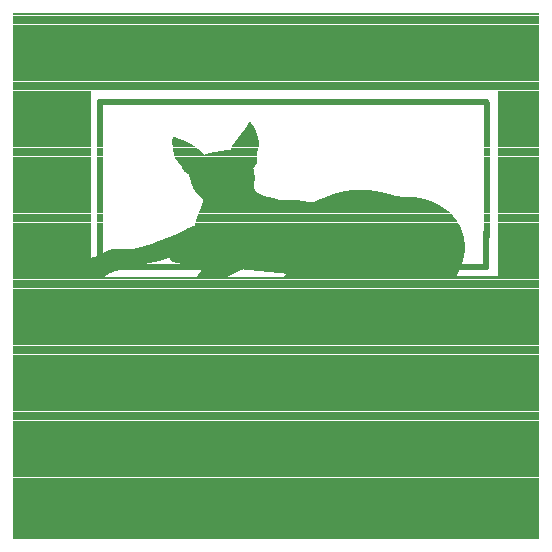
<source format=gto>
%MOIN*%
%OFA0B0*%
%FSLAX44Y44*%
%IPPOS*%
%LPD*%
%ADD10R,0.000428012570729587X0.000856025141459174*%
D10*
X-00000104Y-00000095D02*
X00017431Y-00000095D01*
X-00000104Y-00000087D02*
X00017431Y-00000087D01*
X-00000104Y-00000078D02*
X00017431Y-00000078D01*
X-00000104Y-00000070D02*
X00017431Y-00000070D01*
X-00000104Y-00000061D02*
X00017431Y-00000061D01*
X-00000104Y-00000052D02*
X00017431Y-00000052D01*
X-00000104Y-00000044D02*
X00017431Y-00000044D01*
X-00000104Y-00000035D02*
X00017431Y-00000035D01*
X-00000104Y-00000027D02*
X00017431Y-00000027D01*
X-00000104Y-00000018D02*
X00017431Y-00000018D01*
X-00000104Y-00000010D02*
X00017431Y-00000010D01*
X-00000104Y-00000001D02*
X00017431Y-00000001D01*
X-00000104Y00000007D02*
X00017431Y00000007D01*
X-00000104Y00000015D02*
X00017431Y00000015D01*
X-00000104Y00000024D02*
X00017431Y00000024D01*
X-00000104Y00000032D02*
X00017431Y00000032D01*
X-00000104Y00000041D02*
X00017431Y00000041D01*
X-00000104Y00000049D02*
X00017431Y00000049D01*
X-00000104Y00000058D02*
X00017431Y00000058D01*
X-00000104Y00000066D02*
X00017431Y00000066D01*
X-00000104Y00000075D02*
X00017431Y00000075D01*
X-00000104Y00000084D02*
X00017431Y00000084D01*
X-00000104Y00000092D02*
X00017431Y00000092D01*
X-00000104Y00000101D02*
X00017431Y00000101D01*
X-00000104Y00000109D02*
X00017431Y00000109D01*
X-00000104Y00000118D02*
X00017431Y00000118D01*
X-00000104Y00000126D02*
X00017431Y00000126D01*
X-00000104Y00000135D02*
X00017431Y00000135D01*
X-00000104Y00000143D02*
X00017431Y00000143D01*
X-00000104Y00000152D02*
X00017431Y00000152D01*
X-00000104Y00000161D02*
X00017431Y00000161D01*
X-00000104Y00000169D02*
X00017431Y00000169D01*
X-00000104Y00000178D02*
X00017431Y00000178D01*
X-00000104Y00000186D02*
X00017431Y00000186D01*
X-00000104Y00000195D02*
X00017431Y00000195D01*
X-00000104Y00000203D02*
X00017431Y00000203D01*
X-00000104Y00000212D02*
X00017431Y00000212D01*
X-00000104Y00000221D02*
X00017431Y00000221D01*
X-00000104Y00000229D02*
X00017431Y00000229D01*
X-00000104Y00000238D02*
X00017431Y00000238D01*
X-00000104Y00000246D02*
X00017431Y00000246D01*
X-00000104Y00000255D02*
X00017431Y00000255D01*
X-00000104Y00000263D02*
X00017431Y00000263D01*
X-00000104Y00000272D02*
X00017431Y00000272D01*
X-00000104Y00000280D02*
X00017431Y00000280D01*
X-00000104Y00000289D02*
X00017431Y00000289D01*
X-00000104Y00000298D02*
X00017431Y00000298D01*
X-00000104Y00000306D02*
X00017431Y00000306D01*
X-00000104Y00000315D02*
X00017431Y00000315D01*
X-00000104Y00000323D02*
X00017431Y00000323D01*
X-00000104Y00000332D02*
X00017431Y00000332D01*
X-00000104Y00000340D02*
X00017431Y00000340D01*
X-00000104Y00000349D02*
X00017431Y00000349D01*
X-00000104Y00000357D02*
X00017431Y00000357D01*
X-00000104Y00000366D02*
X00017431Y00000366D01*
X-00000104Y00000375D02*
X00017431Y00000375D01*
X-00000104Y00000383D02*
X00017431Y00000383D01*
X-00000104Y00000392D02*
X00017431Y00000392D01*
X-00000104Y00000400D02*
X00017431Y00000400D01*
X-00000104Y00000409D02*
X00017431Y00000409D01*
X-00000104Y00000417D02*
X00017431Y00000417D01*
X-00000104Y00000426D02*
X00017431Y00000426D01*
X-00000104Y00000435D02*
X00017431Y00000435D01*
X-00000104Y00000443D02*
X00017431Y00000443D01*
X-00000104Y00000452D02*
X00017431Y00000452D01*
X-00000104Y00000460D02*
X00017431Y00000460D01*
X-00000104Y00000469D02*
X00017431Y00000469D01*
X-00000104Y00000477D02*
X00017431Y00000477D01*
X-00000104Y00000486D02*
X00017431Y00000486D01*
X-00000104Y00000494D02*
X00017431Y00000494D01*
X-00000104Y00000503D02*
X00017431Y00000503D01*
X-00000104Y00000512D02*
X00017431Y00000512D01*
X-00000104Y00000520D02*
X00017431Y00000520D01*
X-00000104Y00000529D02*
X00017431Y00000529D01*
X-00000104Y00000537D02*
X00017431Y00000537D01*
X-00000104Y00000546D02*
X00017431Y00000546D01*
X-00000104Y00000554D02*
X00017431Y00000554D01*
X-00000104Y00000563D02*
X00017431Y00000563D01*
X-00000104Y00000571D02*
X00017431Y00000571D01*
X-00000104Y00000580D02*
X00017431Y00000580D01*
X-00000104Y00000589D02*
X00017431Y00000589D01*
X-00000104Y00000597D02*
X00017431Y00000597D01*
X-00000104Y00000606D02*
X00017431Y00000606D01*
X-00000104Y00000614D02*
X00017431Y00000614D01*
X-00000104Y00000623D02*
X00017431Y00000623D01*
X-00000104Y00000631D02*
X00017431Y00000631D01*
X-00000104Y00000640D02*
X00017431Y00000640D01*
X-00000104Y00000649D02*
X00017431Y00000649D01*
X-00000104Y00000657D02*
X00017431Y00000657D01*
X-00000104Y00000666D02*
X00017431Y00000666D01*
X-00000104Y00000674D02*
X00017431Y00000674D01*
X-00000104Y00000683D02*
X00017431Y00000683D01*
X-00000104Y00000691D02*
X00017431Y00000691D01*
X-00000104Y00000700D02*
X00017431Y00000700D01*
X-00000104Y00000708D02*
X00017431Y00000708D01*
X-00000104Y00000717D02*
X00017431Y00000717D01*
X-00000104Y00000726D02*
X00017431Y00000726D01*
X-00000104Y00000734D02*
X00017431Y00000734D01*
X-00000104Y00000743D02*
X00017431Y00000743D01*
X-00000104Y00000751D02*
X00017431Y00000751D01*
X-00000104Y00000760D02*
X00017431Y00000760D01*
X-00000104Y00000768D02*
X00017431Y00000768D01*
X-00000104Y00000777D02*
X00017431Y00000777D01*
X-00000104Y00000785D02*
X00017431Y00000785D01*
X-00000104Y00000794D02*
X00017431Y00000794D01*
X-00000104Y00000803D02*
X00017431Y00000803D01*
X-00000104Y00000811D02*
X00017431Y00000811D01*
X-00000104Y00000820D02*
X00017431Y00000820D01*
X-00000104Y00000828D02*
X00017431Y00000828D01*
X-00000104Y00000837D02*
X00017431Y00000837D01*
X-00000104Y00000845D02*
X00017431Y00000845D01*
X-00000104Y00000854D02*
X00017431Y00000854D01*
X-00000104Y00000863D02*
X00017431Y00000863D01*
X-00000104Y00000871D02*
X00017431Y00000871D01*
X-00000104Y00000880D02*
X00017431Y00000880D01*
X-00000104Y00000888D02*
X00017431Y00000888D01*
X-00000104Y00000897D02*
X00017431Y00000897D01*
X-00000104Y00000905D02*
X00017431Y00000905D01*
X-00000104Y00000914D02*
X00017431Y00000914D01*
X-00000104Y00000922D02*
X00017431Y00000922D01*
X-00000104Y00000931D02*
X00017431Y00000931D01*
X-00000104Y00000940D02*
X00017431Y00000940D01*
X-00000104Y00000948D02*
X00017431Y00000948D01*
X-00000104Y00000957D02*
X00017431Y00000957D01*
X-00000104Y00000965D02*
X00017431Y00000965D01*
X-00000104Y00000974D02*
X00017431Y00000974D01*
X-00000104Y00000982D02*
X00017431Y00000982D01*
X-00000104Y00000991D02*
X00017431Y00000991D01*
X-00000104Y00000999D02*
X00017431Y00000999D01*
X-00000104Y00001008D02*
X00017431Y00001008D01*
X-00000104Y00001017D02*
X00017431Y00001017D01*
X-00000104Y00001025D02*
X00017431Y00001025D01*
X-00000104Y00001034D02*
X00017431Y00001034D01*
X-00000104Y00001042D02*
X00017431Y00001042D01*
X-00000104Y00001051D02*
X00017431Y00001051D01*
X-00000104Y00001059D02*
X00017431Y00001059D01*
X-00000104Y00001068D02*
X00017431Y00001068D01*
X-00000104Y00001077D02*
X00017431Y00001077D01*
X-00000104Y00001085D02*
X00017431Y00001085D01*
X-00000104Y00001094D02*
X00017431Y00001094D01*
X-00000104Y00001102D02*
X00017431Y00001102D01*
X-00000104Y00001111D02*
X00017431Y00001111D01*
X-00000104Y00001119D02*
X00017431Y00001119D01*
X-00000104Y00001128D02*
X00017431Y00001128D01*
X-00000104Y00001136D02*
X00017431Y00001136D01*
X-00000104Y00001145D02*
X00017431Y00001145D01*
X-00000104Y00001154D02*
X00017431Y00001154D01*
X-00000104Y00001162D02*
X00017431Y00001162D01*
X-00000104Y00001171D02*
X00017431Y00001171D01*
X-00000104Y00001179D02*
X00017431Y00001179D01*
X-00000104Y00001188D02*
X00017431Y00001188D01*
X-00000104Y00001196D02*
X00017431Y00001196D01*
X-00000104Y00001205D02*
X00017431Y00001205D01*
X-00000104Y00001213D02*
X00017431Y00001213D01*
X-00000104Y00001222D02*
X00017431Y00001222D01*
X-00000104Y00001231D02*
X00017431Y00001231D01*
X-00000104Y00001239D02*
X00017431Y00001239D01*
X-00000104Y00001248D02*
X00017431Y00001248D01*
X-00000104Y00001256D02*
X00017431Y00001256D01*
X-00000104Y00001265D02*
X00017431Y00001265D01*
X-00000104Y00001273D02*
X00017431Y00001273D01*
X-00000104Y00001282D02*
X00017431Y00001282D01*
X-00000104Y00001291D02*
X00017431Y00001291D01*
X-00000104Y00001299D02*
X00017431Y00001299D01*
X-00000104Y00001308D02*
X00017431Y00001308D01*
X-00000104Y00001316D02*
X00017431Y00001316D01*
X-00000104Y00001325D02*
X00017431Y00001325D01*
X-00000104Y00001333D02*
X00017431Y00001333D01*
X-00000104Y00001342D02*
X00017431Y00001342D01*
X-00000104Y00001350D02*
X00017431Y00001350D01*
X-00000104Y00001359D02*
X00017431Y00001359D01*
X-00000104Y00001368D02*
X00017431Y00001368D01*
X-00000104Y00001376D02*
X00017431Y00001376D01*
X-00000104Y00001385D02*
X00017431Y00001385D01*
X-00000104Y00001393D02*
X00017431Y00001393D01*
X-00000104Y00001402D02*
X00017431Y00001402D01*
X-00000104Y00001410D02*
X00017431Y00001410D01*
X-00000104Y00001419D02*
X00017431Y00001419D01*
X-00000104Y00001428D02*
X00017431Y00001428D01*
X-00000104Y00001436D02*
X00017431Y00001436D01*
X-00000104Y00001445D02*
X00017431Y00001445D01*
X-00000104Y00001453D02*
X00017431Y00001453D01*
X-00000104Y00001462D02*
X00017431Y00001462D01*
X-00000104Y00001470D02*
X00017431Y00001470D01*
X-00000104Y00001479D02*
X00017431Y00001479D01*
X-00000104Y00001487D02*
X00017431Y00001487D01*
X-00000104Y00001496D02*
X00017431Y00001496D01*
X-00000104Y00001505D02*
X00017431Y00001505D01*
X-00000104Y00001513D02*
X00017431Y00001513D01*
X-00000104Y00001522D02*
X00017431Y00001522D01*
X-00000104Y00001530D02*
X00017431Y00001530D01*
X-00000104Y00001539D02*
X00017431Y00001539D01*
X-00000104Y00001547D02*
X00017431Y00001547D01*
X-00000104Y00001556D02*
X00017431Y00001556D01*
X-00000104Y00001564D02*
X00017431Y00001564D01*
X-00000104Y00001573D02*
X00017431Y00001573D01*
X-00000104Y00001582D02*
X00017431Y00001582D01*
X-00000104Y00001590D02*
X00017431Y00001590D01*
X-00000104Y00001599D02*
X00017431Y00001599D01*
X-00000104Y00001607D02*
X00017431Y00001607D01*
X-00000104Y00001616D02*
X00017431Y00001616D01*
X-00000104Y00001624D02*
X00017431Y00001624D01*
X-00000104Y00001633D02*
X00017431Y00001633D01*
X-00000104Y00001642D02*
X00017431Y00001642D01*
X-00000104Y00001650D02*
X00017431Y00001650D01*
X-00000104Y00001659D02*
X00017431Y00001659D01*
X-00000104Y00001667D02*
X00017431Y00001667D01*
X-00000104Y00001676D02*
X00017431Y00001676D01*
X-00000104Y00001684D02*
X00017431Y00001684D01*
X-00000104Y00001693D02*
X00017431Y00001693D01*
X-00000104Y00001701D02*
X00017431Y00001701D01*
X-00000104Y00001710D02*
X00017431Y00001710D01*
X-00000104Y00001719D02*
X00017431Y00001719D01*
X-00000104Y00001727D02*
X00017431Y00001727D01*
X-00000104Y00001736D02*
X00017431Y00001736D01*
X-00000104Y00001744D02*
X00017431Y00001744D01*
X-00000104Y00001753D02*
X00017431Y00001753D01*
X-00000104Y00001761D02*
X00017431Y00001761D01*
X-00000104Y00001770D02*
X00017431Y00001770D01*
X-00000104Y00001778D02*
X00017431Y00001778D01*
X-00000104Y00001787D02*
X00017431Y00001787D01*
X-00000104Y00001796D02*
X00017431Y00001796D01*
X-00000104Y00001804D02*
X00017431Y00001804D01*
X-00000104Y00001813D02*
X00017431Y00001813D01*
X-00000104Y00001821D02*
X00017431Y00001821D01*
X-00000104Y00001830D02*
X00017431Y00001830D01*
X-00000104Y00001838D02*
X00017431Y00001838D01*
X-00000104Y00001847D02*
X00017431Y00001847D01*
X-00000104Y00001856D02*
X00017431Y00001856D01*
X-00000104Y00001864D02*
X00017431Y00001864D01*
X-00000104Y00001873D02*
X00017431Y00001873D01*
X-00000104Y00001881D02*
X00017431Y00001881D01*
X-00000104Y00001890D02*
X00017431Y00001890D01*
X-00000104Y00001898D02*
X00017431Y00001898D01*
X-00000104Y00001907D02*
X00017431Y00001907D01*
X-00000104Y00001915D02*
X00017431Y00001915D01*
X-00000104Y00001924D02*
X00017431Y00001924D01*
X-00000104Y00001933D02*
X00017431Y00001933D01*
X-00000104Y00001941D02*
X00017431Y00001941D01*
X-00000104Y00001950D02*
X00017431Y00001950D01*
X-00000104Y00001958D02*
X00017431Y00001958D01*
X-00000104Y00001967D02*
X00017431Y00001967D01*
X-00000104Y00001975D02*
X00017431Y00001975D01*
X-00000104Y00001984D02*
X00017431Y00001984D01*
X-00000104Y00001992D02*
X00017431Y00001992D01*
X-00000104Y00002001D02*
X00017431Y00002001D01*
X-00000104Y00002010D02*
X00017431Y00002010D01*
X-00000104Y00002018D02*
X00017431Y00002018D01*
X-00000104Y00002027D02*
X00017431Y00002027D01*
X-00000104Y00002035D02*
X00017431Y00002035D01*
X-00000104Y00002044D02*
X00017431Y00002044D01*
X-00000104Y00002052D02*
X00017431Y00002052D01*
X-00000104Y00002061D02*
X00017431Y00002061D01*
X-00000104Y00002070D02*
X00017431Y00002070D01*
X-00000104Y00002078D02*
X00017431Y00002078D01*
X-00000104Y00002087D02*
X00017431Y00002087D01*
X-00000104Y00002095D02*
X00017431Y00002095D01*
X-00000104Y00002104D02*
X00017431Y00002104D01*
X-00000104Y00002112D02*
X00017431Y00002112D01*
X-00000104Y00002121D02*
X00017431Y00002121D01*
X-00000104Y00002129D02*
X00017431Y00002129D01*
X-00000104Y00002138D02*
X00017431Y00002138D01*
X-00000104Y00002147D02*
X00017431Y00002147D01*
X-00000104Y00002155D02*
X00017431Y00002155D01*
X-00000104Y00002164D02*
X00017431Y00002164D01*
X-00000104Y00002172D02*
X00017431Y00002172D01*
X-00000104Y00002181D02*
X00017431Y00002181D01*
X-00000104Y00002189D02*
X00017431Y00002189D01*
X-00000104Y00002198D02*
X00017431Y00002198D01*
X-00000104Y00002206D02*
X00017431Y00002206D01*
X-00000104Y00002215D02*
X00017431Y00002215D01*
X-00000104Y00002224D02*
X00017431Y00002224D01*
X-00000104Y00002232D02*
X00017431Y00002232D01*
X-00000104Y00002241D02*
X00017431Y00002241D01*
X-00000104Y00002249D02*
X00017431Y00002249D01*
X-00000104Y00002258D02*
X00017431Y00002258D01*
X-00000104Y00002266D02*
X00017431Y00002266D01*
X-00000104Y00002275D02*
X00017431Y00002275D01*
X-00000104Y00002284D02*
X00017431Y00002284D01*
X-00000104Y00002292D02*
X00017431Y00002292D01*
X-00000104Y00002301D02*
X00017431Y00002301D01*
X-00000104Y00002309D02*
X00017431Y00002309D01*
X-00000104Y00002318D02*
X00017431Y00002318D01*
X-00000104Y00002326D02*
X00017431Y00002326D01*
X-00000104Y00002335D02*
X00017431Y00002335D01*
X-00000104Y00002343D02*
X00017431Y00002343D01*
X-00000104Y00002352D02*
X00017431Y00002352D01*
X-00000104Y00002361D02*
X00017431Y00002361D01*
X-00000104Y00002369D02*
X00017431Y00002369D01*
X-00000104Y00002378D02*
X00017431Y00002378D01*
X-00000104Y00002386D02*
X00017431Y00002386D01*
X-00000104Y00002395D02*
X00017431Y00002395D01*
X-00000104Y00002403D02*
X00017431Y00002403D01*
X-00000104Y00002412D02*
X00017431Y00002412D01*
X-00000104Y00002420D02*
X00017431Y00002420D01*
X-00000104Y00002429D02*
X00017431Y00002429D01*
X-00000104Y00002438D02*
X00017431Y00002438D01*
X-00000104Y00002446D02*
X00017431Y00002446D01*
X-00000104Y00002455D02*
X00017431Y00002455D01*
X-00000104Y00002463D02*
X00017431Y00002463D01*
X-00000104Y00002472D02*
X00017431Y00002472D01*
X-00000104Y00002480D02*
X00017431Y00002480D01*
X-00000104Y00002489D02*
X00017431Y00002489D01*
X-00000104Y00002498D02*
X00017431Y00002498D01*
X-00000104Y00002506D02*
X00017431Y00002506D01*
X-00000104Y00002515D02*
X00017431Y00002515D01*
X-00000104Y00002523D02*
X00017431Y00002523D01*
X-00000104Y00002532D02*
X00017431Y00002532D01*
X-00000104Y00002540D02*
X00017431Y00002540D01*
X-00000104Y00002549D02*
X00017431Y00002549D01*
X-00000104Y00002557D02*
X00017431Y00002557D01*
X-00000104Y00002566D02*
X00017431Y00002566D01*
X-00000104Y00002575D02*
X00017431Y00002575D01*
X-00000104Y00002583D02*
X00017431Y00002583D01*
X-00000104Y00002592D02*
X00017431Y00002592D01*
X-00000104Y00002600D02*
X00017431Y00002600D01*
X-00000104Y00002609D02*
X00017431Y00002609D01*
X-00000104Y00002617D02*
X00017431Y00002617D01*
X-00000104Y00002626D02*
X00017431Y00002626D01*
X-00000104Y00002635D02*
X00017431Y00002635D01*
X-00000104Y00002643D02*
X00017431Y00002643D01*
X-00000104Y00002652D02*
X00017431Y00002652D01*
X-00000104Y00002660D02*
X00017431Y00002660D01*
X-00000104Y00002669D02*
X00017431Y00002669D01*
X-00000104Y00002677D02*
X00017431Y00002677D01*
X-00000104Y00002686D02*
X00017431Y00002686D01*
X-00000104Y00002694D02*
X00017431Y00002694D01*
X-00000104Y00002703D02*
X00017431Y00002703D01*
X-00000104Y00002712D02*
X00017431Y00002712D01*
X-00000104Y00002720D02*
X00017431Y00002720D01*
X-00000104Y00002729D02*
X00017431Y00002729D01*
X-00000104Y00002737D02*
X00017431Y00002737D01*
X-00000104Y00002746D02*
X00017431Y00002746D01*
X-00000104Y00002754D02*
X00017431Y00002754D01*
X-00000104Y00002763D02*
X00017431Y00002763D01*
X-00000104Y00002771D02*
X00017431Y00002771D01*
X-00000104Y00002780D02*
X00017431Y00002780D01*
X-00000104Y00002789D02*
X00017431Y00002789D01*
X-00000104Y00002797D02*
X00017431Y00002797D01*
X-00000104Y00002806D02*
X00017431Y00002806D01*
X-00000104Y00002814D02*
X00017431Y00002814D01*
X-00000104Y00002823D02*
X00017431Y00002823D01*
X-00000104Y00002831D02*
X00017431Y00002831D01*
X-00000104Y00002840D02*
X00017431Y00002840D01*
X-00000104Y00002849D02*
X00017431Y00002849D01*
X-00000104Y00002857D02*
X00017431Y00002857D01*
X-00000104Y00002866D02*
X00017431Y00002866D01*
X-00000104Y00002874D02*
X00017431Y00002874D01*
X-00000104Y00002883D02*
X00017431Y00002883D01*
X-00000104Y00002891D02*
X00017431Y00002891D01*
X-00000104Y00002900D02*
X00017431Y00002900D01*
X-00000104Y00002908D02*
X00017431Y00002908D01*
X-00000104Y00002917D02*
X00017431Y00002917D01*
X-00000104Y00002926D02*
X00017431Y00002926D01*
X-00000104Y00002934D02*
X00017431Y00002934D01*
X-00000104Y00002943D02*
X00017431Y00002943D01*
X-00000104Y00002951D02*
X00017431Y00002951D01*
X-00000104Y00002960D02*
X00017431Y00002960D01*
X-00000104Y00002968D02*
X00017431Y00002968D01*
X-00000104Y00002977D02*
X00017431Y00002977D01*
X-00000104Y00002985D02*
X00017431Y00002985D01*
X-00000104Y00002994D02*
X00017431Y00002994D01*
X-00000104Y00003003D02*
X00017431Y00003003D01*
X-00000104Y00003011D02*
X00017431Y00003011D01*
X-00000104Y00003020D02*
X00017431Y00003020D01*
X-00000104Y00003028D02*
X00017431Y00003028D01*
X-00000104Y00003037D02*
X00017431Y00003037D01*
X-00000104Y00003045D02*
X00017431Y00003045D01*
X-00000104Y00003054D02*
X00017431Y00003054D01*
X-00000104Y00003063D02*
X00017431Y00003063D01*
X-00000104Y00003071D02*
X00017431Y00003071D01*
X-00000104Y00003080D02*
X00017431Y00003080D01*
X-00000104Y00003088D02*
X00017431Y00003088D01*
X-00000104Y00003097D02*
X00017431Y00003097D01*
X-00000104Y00003105D02*
X00017431Y00003105D01*
X-00000104Y00003114D02*
X00017431Y00003114D01*
X-00000104Y00003122D02*
X00017431Y00003122D01*
X-00000104Y00003131D02*
X00017431Y00003131D01*
X-00000104Y00003140D02*
X00017431Y00003140D01*
X-00000104Y00003148D02*
X00017431Y00003148D01*
X-00000104Y00003157D02*
X00017431Y00003157D01*
X-00000104Y00003165D02*
X00017431Y00003165D01*
X-00000104Y00003174D02*
X00017431Y00003174D01*
X-00000104Y00003182D02*
X00017431Y00003182D01*
X-00000104Y00003191D02*
X00017431Y00003191D01*
X-00000104Y00003199D02*
X00017431Y00003199D01*
X-00000104Y00003208D02*
X00017431Y00003208D01*
X-00000104Y00003217D02*
X00017431Y00003217D01*
X-00000104Y00003225D02*
X00017431Y00003225D01*
X-00000104Y00003234D02*
X00017431Y00003234D01*
X-00000104Y00003242D02*
X00017431Y00003242D01*
X-00000104Y00003251D02*
X00017431Y00003251D01*
X-00000104Y00003259D02*
X00017431Y00003259D01*
X-00000104Y00003268D02*
X00017431Y00003268D01*
X-00000104Y00003277D02*
X00017431Y00003277D01*
X-00000104Y00003285D02*
X00017431Y00003285D01*
X-00000104Y00003294D02*
X00017431Y00003294D01*
X-00000104Y00003302D02*
X00017431Y00003302D01*
X-00000104Y00003311D02*
X00017431Y00003311D01*
X-00000104Y00003319D02*
X00017431Y00003319D01*
X-00000104Y00003328D02*
X00017431Y00003328D01*
X-00000104Y00003336D02*
X00017431Y00003336D01*
X-00000104Y00003345D02*
X00017431Y00003345D01*
X-00000104Y00003354D02*
X00017431Y00003354D01*
X-00000104Y00003362D02*
X00017431Y00003362D01*
X-00000104Y00003371D02*
X00017431Y00003371D01*
X-00000104Y00003379D02*
X00017431Y00003379D01*
X-00000104Y00003388D02*
X00017431Y00003388D01*
X-00000104Y00003396D02*
X00017431Y00003396D01*
X-00000104Y00003405D02*
X00017431Y00003405D01*
X-00000104Y00003413D02*
X00017431Y00003413D01*
X-00000104Y00003422D02*
X00017431Y00003422D01*
X-00000104Y00003431D02*
X00017431Y00003431D01*
X-00000104Y00003439D02*
X00017431Y00003439D01*
X-00000104Y00003448D02*
X00017431Y00003448D01*
X-00000104Y00003456D02*
X00017431Y00003456D01*
X-00000104Y00003465D02*
X00017431Y00003465D01*
X-00000104Y00003473D02*
X00017431Y00003473D01*
X-00000104Y00003482D02*
X00017431Y00003482D01*
X-00000104Y00003491D02*
X00017431Y00003491D01*
X-00000104Y00003499D02*
X00017431Y00003499D01*
X-00000104Y00003508D02*
X00017431Y00003508D01*
X-00000104Y00003516D02*
X00017431Y00003516D01*
X-00000104Y00003525D02*
X00017431Y00003525D01*
X-00000104Y00003533D02*
X00017431Y00003533D01*
X-00000104Y00003542D02*
X00017431Y00003542D01*
X-00000104Y00003550D02*
X00017431Y00003550D01*
X-00000104Y00003559D02*
X00017431Y00003559D01*
X-00000104Y00003568D02*
X00017431Y00003568D01*
X-00000104Y00003576D02*
X00017431Y00003576D01*
X-00000104Y00003585D02*
X00017431Y00003585D01*
X-00000104Y00003593D02*
X00017431Y00003593D01*
X-00000104Y00003602D02*
X00017431Y00003602D01*
X-00000104Y00003610D02*
X00017431Y00003610D01*
X-00000104Y00003619D02*
X00017431Y00003619D01*
X-00000104Y00003627D02*
X00017431Y00003627D01*
X-00000104Y00003636D02*
X00017431Y00003636D01*
X-00000104Y00003645D02*
X00017431Y00003645D01*
X-00000104Y00003653D02*
X00017431Y00003653D01*
X-00000104Y00003662D02*
X00017431Y00003662D01*
X-00000104Y00003670D02*
X00017431Y00003670D01*
X-00000104Y00003679D02*
X00017431Y00003679D01*
X-00000104Y00003687D02*
X00017431Y00003687D01*
X-00000104Y00003696D02*
X00017431Y00003696D01*
X-00000104Y00003705D02*
X00017431Y00003705D01*
X-00000104Y00003713D02*
X00017431Y00003713D01*
X-00000104Y00003722D02*
X00017431Y00003722D01*
X-00000104Y00003730D02*
X00017431Y00003730D01*
X-00000104Y00003739D02*
X00017431Y00003739D01*
X-00000104Y00003747D02*
X00017431Y00003747D01*
X-00000104Y00003756D02*
X00017431Y00003756D01*
X-00000104Y00003764D02*
X00017431Y00003764D01*
X-00000104Y00003773D02*
X00017431Y00003773D01*
X-00000104Y00003782D02*
X00017431Y00003782D01*
X-00000104Y00003790D02*
X00017431Y00003790D01*
X-00000104Y00003799D02*
X00017431Y00003799D01*
X-00000104Y00003807D02*
X00017431Y00003807D01*
X-00000104Y00003816D02*
X00017431Y00003816D01*
X-00000104Y00003824D02*
X00017431Y00003824D01*
X-00000104Y00003833D02*
X00017431Y00003833D01*
X-00000104Y00003841D02*
X00017431Y00003841D01*
X-00000104Y00003850D02*
X00017431Y00003850D01*
X-00000104Y00003859D02*
X00017431Y00003859D01*
X-00000104Y00003867D02*
X00017431Y00003867D01*
X-00000104Y00003876D02*
X00017431Y00003876D01*
X-00000104Y00003884D02*
X00017431Y00003884D01*
X-00000104Y00003893D02*
X00017431Y00003893D01*
X-00000104Y00003901D02*
X00017431Y00003901D01*
X-00000104Y00003910D02*
X00017431Y00003910D01*
X-00000104Y00003919D02*
X00017431Y00003919D01*
X-00000104Y00003927D02*
X00017431Y00003927D01*
X-00000104Y00003936D02*
X00017431Y00003936D01*
X-00000104Y00003944D02*
X00017431Y00003944D01*
X-00000104Y00003953D02*
X00017431Y00003953D01*
X-00000104Y00003961D02*
X00017431Y00003961D01*
X-00000104Y00003970D02*
X00017431Y00003970D01*
X-00000104Y00003978D02*
X00017431Y00003978D01*
X-00000104Y00003987D02*
X00017431Y00003987D01*
X-00000104Y00003996D02*
X00017431Y00003996D01*
X-00000104Y00004004D02*
X00017431Y00004004D01*
X-00000104Y00004013D02*
X00017431Y00004013D01*
X-00000104Y00004021D02*
X00017431Y00004021D01*
X-00000104Y00004030D02*
X00017431Y00004030D01*
X-00000104Y00004038D02*
X00017431Y00004038D01*
X-00000104Y00004047D02*
X00017431Y00004047D01*
X-00000104Y00004056D02*
X00017431Y00004056D01*
X-00000104Y00004064D02*
X00017431Y00004064D01*
X-00000104Y00004073D02*
X00017431Y00004073D01*
X-00000104Y00004081D02*
X00017431Y00004081D01*
X-00000104Y00004090D02*
X00017431Y00004090D01*
X-00000104Y00004098D02*
X00017431Y00004098D01*
X-00000104Y00004107D02*
X00017431Y00004107D01*
X-00000104Y00004115D02*
X00017431Y00004115D01*
X-00000104Y00004124D02*
X00017431Y00004124D01*
X-00000104Y00004133D02*
X00017431Y00004133D01*
X-00000104Y00004141D02*
X00017431Y00004141D01*
X-00000104Y00004150D02*
X00017431Y00004150D01*
X-00000104Y00004158D02*
X00017431Y00004158D01*
X-00000104Y00004167D02*
X00017431Y00004167D01*
X-00000104Y00004175D02*
X00017431Y00004175D01*
X-00000104Y00004184D02*
X00017431Y00004184D01*
X-00000104Y00004192D02*
X00017431Y00004192D01*
X-00000104Y00004201D02*
X00017431Y00004201D01*
X-00000104Y00004210D02*
X00017431Y00004210D01*
X-00000104Y00004218D02*
X00017431Y00004218D01*
X-00000104Y00004227D02*
X00017431Y00004227D01*
X-00000104Y00004235D02*
X00017431Y00004235D01*
X-00000104Y00004244D02*
X00017431Y00004244D01*
X-00000104Y00004252D02*
X00017431Y00004252D01*
X-00000104Y00004261D02*
X00017431Y00004261D01*
X-00000104Y00004270D02*
X00017431Y00004270D01*
X-00000104Y00004278D02*
X00017431Y00004278D01*
X-00000104Y00004287D02*
X00017431Y00004287D01*
X-00000104Y00004295D02*
X00017431Y00004295D01*
X-00000104Y00004304D02*
X00017431Y00004304D01*
X-00000104Y00004312D02*
X00017431Y00004312D01*
X-00000104Y00004321D02*
X00017431Y00004321D01*
X-00000104Y00004329D02*
X00017431Y00004329D01*
X-00000104Y00004338D02*
X00017431Y00004338D01*
X-00000104Y00004347D02*
X00017431Y00004347D01*
X-00000104Y00004355D02*
X00017431Y00004355D01*
X-00000104Y00004364D02*
X00017431Y00004364D01*
X-00000104Y00004372D02*
X00017431Y00004372D01*
X-00000104Y00004381D02*
X00017431Y00004381D01*
X-00000104Y00004389D02*
X00017431Y00004389D01*
X-00000104Y00004398D02*
X00017431Y00004398D01*
X-00000104Y00004406D02*
X00017431Y00004406D01*
X-00000104Y00004415D02*
X00017431Y00004415D01*
X-00000104Y00004424D02*
X00017431Y00004424D01*
X-00000104Y00004432D02*
X00017431Y00004432D01*
X-00000104Y00004441D02*
X00017431Y00004441D01*
X-00000104Y00004449D02*
X00017431Y00004449D01*
X-00000104Y00004458D02*
X00017431Y00004458D01*
X-00000104Y00004466D02*
X00017431Y00004466D01*
X-00000104Y00004475D02*
X00017431Y00004475D01*
X-00000104Y00004484D02*
X00017431Y00004484D01*
X-00000104Y00004492D02*
X00017431Y00004492D01*
X-00000104Y00004501D02*
X00017431Y00004501D01*
X-00000104Y00004509D02*
X00017431Y00004509D01*
X-00000104Y00004518D02*
X00017431Y00004518D01*
X-00000104Y00004526D02*
X00017431Y00004526D01*
X-00000104Y00004535D02*
X00017431Y00004535D01*
X-00000104Y00004543D02*
X00017431Y00004543D01*
X-00000104Y00004552D02*
X00017431Y00004552D01*
X-00000104Y00004561D02*
X00017431Y00004561D01*
X-00000104Y00004569D02*
X00017431Y00004569D01*
X-00000104Y00004578D02*
X00017431Y00004578D01*
X-00000104Y00004586D02*
X00017431Y00004586D01*
X-00000104Y00004595D02*
X00017431Y00004595D01*
X-00000104Y00004603D02*
X00017431Y00004603D01*
X-00000104Y00004612D02*
X00017431Y00004612D01*
X-00000104Y00004620D02*
X00017431Y00004620D01*
X-00000104Y00004629D02*
X00017431Y00004629D01*
X-00000104Y00004638D02*
X00017431Y00004638D01*
X-00000104Y00004646D02*
X00017431Y00004646D01*
X-00000104Y00004655D02*
X00017431Y00004655D01*
X-00000104Y00004663D02*
X00017431Y00004663D01*
X-00000104Y00004672D02*
X00017431Y00004672D01*
X-00000104Y00004680D02*
X00017431Y00004680D01*
X-00000104Y00004689D02*
X00017431Y00004689D01*
X-00000104Y00004698D02*
X00017431Y00004698D01*
X-00000104Y00004706D02*
X00017431Y00004706D01*
X-00000104Y00004715D02*
X00017431Y00004715D01*
X-00000104Y00004723D02*
X00017431Y00004723D01*
X-00000104Y00004732D02*
X00017431Y00004732D01*
X-00000104Y00004740D02*
X00017431Y00004740D01*
X-00000104Y00004749D02*
X00017431Y00004749D01*
X-00000104Y00004757D02*
X00017431Y00004757D01*
X-00000104Y00004766D02*
X00017431Y00004766D01*
X-00000104Y00004775D02*
X00017431Y00004775D01*
X-00000104Y00004783D02*
X00017431Y00004783D01*
X-00000104Y00004792D02*
X00017431Y00004792D01*
X-00000104Y00004800D02*
X00017431Y00004800D01*
X-00000104Y00004809D02*
X00017431Y00004809D01*
X-00000104Y00004817D02*
X00017431Y00004817D01*
X-00000104Y00004826D02*
X00017431Y00004826D01*
X-00000104Y00004834D02*
X00017431Y00004834D01*
X-00000104Y00004843D02*
X00017431Y00004843D01*
X-00000104Y00004852D02*
X00017431Y00004852D01*
X-00000104Y00004860D02*
X00017431Y00004860D01*
X-00000104Y00004869D02*
X00017431Y00004869D01*
X-00000104Y00004877D02*
X00017431Y00004877D01*
X-00000104Y00004886D02*
X00017431Y00004886D01*
X-00000104Y00004894D02*
X00017431Y00004894D01*
X-00000104Y00004903D02*
X00017431Y00004903D01*
X-00000104Y00004912D02*
X00017431Y00004912D01*
X-00000104Y00004920D02*
X00017431Y00004920D01*
X-00000104Y00004929D02*
X00017431Y00004929D01*
X-00000104Y00004937D02*
X00017431Y00004937D01*
X-00000104Y00004946D02*
X00017431Y00004946D01*
X-00000104Y00004954D02*
X00017431Y00004954D01*
X-00000104Y00004963D02*
X00017431Y00004963D01*
X-00000104Y00004971D02*
X00017431Y00004971D01*
X-00000104Y00004980D02*
X00017431Y00004980D01*
X-00000104Y00004989D02*
X00017431Y00004989D01*
X-00000104Y00004997D02*
X00017431Y00004997D01*
X-00000104Y00005006D02*
X00017431Y00005006D01*
X-00000104Y00005014D02*
X00017431Y00005014D01*
X-00000104Y00005023D02*
X00017431Y00005023D01*
X-00000104Y00005031D02*
X00017431Y00005031D01*
X-00000104Y00005040D02*
X00017431Y00005040D01*
X-00000104Y00005048D02*
X00017431Y00005048D01*
X-00000104Y00005057D02*
X00017431Y00005057D01*
X-00000104Y00005066D02*
X00017431Y00005066D01*
X-00000104Y00005074D02*
X00017431Y00005074D01*
X-00000104Y00005083D02*
X00017431Y00005083D01*
X-00000104Y00005091D02*
X00017431Y00005091D01*
X-00000104Y00005100D02*
X00017431Y00005100D01*
X-00000104Y00005108D02*
X00017431Y00005108D01*
X-00000104Y00005117D02*
X00017431Y00005117D01*
X-00000104Y00005126D02*
X00017431Y00005126D01*
X-00000104Y00005134D02*
X00017431Y00005134D01*
X-00000104Y00005143D02*
X00017431Y00005143D01*
X-00000104Y00005151D02*
X00017431Y00005151D01*
X-00000104Y00005160D02*
X00017431Y00005160D01*
X-00000104Y00005168D02*
X00017431Y00005168D01*
X-00000104Y00005177D02*
X00017431Y00005177D01*
X-00000104Y00005185D02*
X00017431Y00005185D01*
X-00000104Y00005194D02*
X00017431Y00005194D01*
X-00000104Y00005203D02*
X00017431Y00005203D01*
X-00000104Y00005211D02*
X00017431Y00005211D01*
X-00000104Y00005220D02*
X00017431Y00005220D01*
X-00000104Y00005228D02*
X00017431Y00005228D01*
X-00000104Y00005237D02*
X00017431Y00005237D01*
X-00000104Y00005245D02*
X00017431Y00005245D01*
X-00000104Y00005254D02*
X00017431Y00005254D01*
X-00000104Y00005262D02*
X00017431Y00005262D01*
X-00000104Y00005271D02*
X00017431Y00005271D01*
X-00000104Y00005280D02*
X00017431Y00005280D01*
X-00000104Y00005288D02*
X00017431Y00005288D01*
X-00000104Y00005297D02*
X00017431Y00005297D01*
X-00000104Y00005305D02*
X00017431Y00005305D01*
X-00000104Y00005314D02*
X00017431Y00005314D01*
X-00000104Y00005322D02*
X00017431Y00005322D01*
X-00000104Y00005331D02*
X00017431Y00005331D01*
X-00000104Y00005340D02*
X00017431Y00005340D01*
X-00000104Y00005348D02*
X00017431Y00005348D01*
X-00000104Y00005357D02*
X00017431Y00005357D01*
X-00000104Y00005365D02*
X00017431Y00005365D01*
X-00000104Y00005374D02*
X00017431Y00005374D01*
X-00000104Y00005382D02*
X00017431Y00005382D01*
X-00000104Y00005391D02*
X00017431Y00005391D01*
X-00000104Y00005399D02*
X00017431Y00005399D01*
X-00000104Y00005408D02*
X00017431Y00005408D01*
X-00000104Y00005417D02*
X00017431Y00005417D01*
X-00000104Y00005425D02*
X00017431Y00005425D01*
X-00000104Y00005434D02*
X00017431Y00005434D01*
X-00000104Y00005442D02*
X00017431Y00005442D01*
X-00000104Y00005451D02*
X00017431Y00005451D01*
X-00000104Y00005459D02*
X00017431Y00005459D01*
X-00000104Y00005468D02*
X00017431Y00005468D01*
X-00000104Y00005477D02*
X00017431Y00005477D01*
X-00000104Y00005485D02*
X00017431Y00005485D01*
X-00000104Y00005494D02*
X00017431Y00005494D01*
X-00000104Y00005502D02*
X00017431Y00005502D01*
X-00000104Y00005511D02*
X00017431Y00005511D01*
X-00000104Y00005519D02*
X00017431Y00005519D01*
X-00000104Y00005528D02*
X00017431Y00005528D01*
X-00000104Y00005536D02*
X00017431Y00005536D01*
X-00000104Y00005545D02*
X00017431Y00005545D01*
X-00000104Y00005554D02*
X00017431Y00005554D01*
X-00000104Y00005562D02*
X00017431Y00005562D01*
X-00000104Y00005571D02*
X00017431Y00005571D01*
X-00000104Y00005579D02*
X00017431Y00005579D01*
X-00000104Y00005588D02*
X00017431Y00005588D01*
X-00000104Y00005596D02*
X00017431Y00005596D01*
X-00000104Y00005605D02*
X00017431Y00005605D01*
X-00000104Y00005613D02*
X00017431Y00005613D01*
X-00000104Y00005622D02*
X00017431Y00005622D01*
X-00000104Y00005631D02*
X00017431Y00005631D01*
X-00000104Y00005639D02*
X00017431Y00005639D01*
X-00000104Y00005648D02*
X00017431Y00005648D01*
X-00000104Y00005656D02*
X00017431Y00005656D01*
X-00000104Y00005665D02*
X00017431Y00005665D01*
X-00000104Y00005673D02*
X00017431Y00005673D01*
X-00000104Y00005682D02*
X00017431Y00005682D01*
X-00000104Y00005691D02*
X00017431Y00005691D01*
X-00000104Y00005699D02*
X00017431Y00005699D01*
X-00000104Y00005708D02*
X00017431Y00005708D01*
X-00000104Y00005716D02*
X00017431Y00005716D01*
X-00000104Y00005725D02*
X00017431Y00005725D01*
X-00000104Y00005733D02*
X00017431Y00005733D01*
X-00000104Y00005742D02*
X00017431Y00005742D01*
X-00000104Y00005750D02*
X00017431Y00005750D01*
X-00000104Y00005759D02*
X00017431Y00005759D01*
X-00000104Y00005768D02*
X00017431Y00005768D01*
X-00000104Y00005776D02*
X00017431Y00005776D01*
X-00000104Y00005785D02*
X00017431Y00005785D01*
X-00000104Y00005793D02*
X00017431Y00005793D01*
X-00000104Y00005802D02*
X00017431Y00005802D01*
X-00000104Y00005810D02*
X00017431Y00005810D01*
X-00000104Y00005819D02*
X00017431Y00005819D01*
X-00000104Y00005827D02*
X00017431Y00005827D01*
X-00000104Y00005836D02*
X00017431Y00005836D01*
X-00000104Y00005845D02*
X00017431Y00005845D01*
X-00000104Y00005853D02*
X00017431Y00005853D01*
X-00000104Y00005862D02*
X00017431Y00005862D01*
X-00000104Y00005870D02*
X00017431Y00005870D01*
X-00000104Y00005879D02*
X00017431Y00005879D01*
X-00000104Y00005887D02*
X00017431Y00005887D01*
X-00000104Y00005896D02*
X00017431Y00005896D01*
X-00000104Y00005905D02*
X00017431Y00005905D01*
X-00000104Y00005913D02*
X00017431Y00005913D01*
X-00000104Y00005922D02*
X00017431Y00005922D01*
X-00000104Y00005930D02*
X00017431Y00005930D01*
X-00000104Y00005939D02*
X00017431Y00005939D01*
X-00000104Y00005947D02*
X00017431Y00005947D01*
X-00000104Y00005956D02*
X00017431Y00005956D01*
X-00000104Y00005964D02*
X00017431Y00005964D01*
X-00000104Y00005973D02*
X00017431Y00005973D01*
X-00000104Y00005982D02*
X00017431Y00005982D01*
X-00000104Y00005990D02*
X00017431Y00005990D01*
X-00000104Y00005999D02*
X00017431Y00005999D01*
X-00000104Y00006007D02*
X00017431Y00006007D01*
X-00000104Y00006016D02*
X00017431Y00006016D01*
X-00000104Y00006024D02*
X00017431Y00006024D01*
X-00000104Y00006033D02*
X00017431Y00006033D01*
X-00000104Y00006041D02*
X00017431Y00006041D01*
X-00000104Y00006050D02*
X00017431Y00006050D01*
X-00000104Y00006059D02*
X00017431Y00006059D01*
X-00000104Y00006067D02*
X00017431Y00006067D01*
X-00000104Y00006076D02*
X00017431Y00006076D01*
X-00000104Y00006084D02*
X00017431Y00006084D01*
X-00000104Y00006093D02*
X00017431Y00006093D01*
X-00000104Y00006101D02*
X00017431Y00006101D01*
X-00000104Y00006110D02*
X00017431Y00006110D01*
X-00000104Y00006119D02*
X00017431Y00006119D01*
X-00000104Y00006127D02*
X00017431Y00006127D01*
X-00000104Y00006136D02*
X00017431Y00006136D01*
X-00000104Y00006144D02*
X00017431Y00006144D01*
X-00000104Y00006153D02*
X00017431Y00006153D01*
X-00000104Y00006161D02*
X00017431Y00006161D01*
X-00000104Y00006170D02*
X00017431Y00006170D01*
X-00000104Y00006178D02*
X00017431Y00006178D01*
X-00000104Y00006187D02*
X00017431Y00006187D01*
X-00000104Y00006196D02*
X00017431Y00006196D01*
X-00000104Y00006204D02*
X00017431Y00006204D01*
X-00000104Y00006213D02*
X00017431Y00006213D01*
X-00000104Y00006221D02*
X00017431Y00006221D01*
X-00000104Y00006230D02*
X00017431Y00006230D01*
X-00000104Y00006238D02*
X00017431Y00006238D01*
X-00000104Y00006247D02*
X00017431Y00006247D01*
X-00000104Y00006255D02*
X00017431Y00006255D01*
X-00000104Y00006264D02*
X00017431Y00006264D01*
X-00000104Y00006273D02*
X00017431Y00006273D01*
X-00000104Y00006281D02*
X00017431Y00006281D01*
X-00000104Y00006290D02*
X00017431Y00006290D01*
X-00000104Y00006298D02*
X00017431Y00006298D01*
X-00000104Y00006307D02*
X00017431Y00006307D01*
X-00000104Y00006315D02*
X00017431Y00006315D01*
X-00000104Y00006324D02*
X00017431Y00006324D01*
X-00000104Y00006333D02*
X00017431Y00006333D01*
X-00000104Y00006341D02*
X00017431Y00006341D01*
X-00000104Y00006350D02*
X00017431Y00006350D01*
X-00000104Y00006358D02*
X00017431Y00006358D01*
X-00000104Y00006367D02*
X00017431Y00006367D01*
X-00000104Y00006375D02*
X00017431Y00006375D01*
X-00000104Y00006384D02*
X00017431Y00006384D01*
X-00000104Y00006392D02*
X00017431Y00006392D01*
X-00000104Y00006401D02*
X00017431Y00006401D01*
X-00000104Y00006410D02*
X00017431Y00006410D01*
X-00000104Y00006418D02*
X00017431Y00006418D01*
X-00000104Y00006427D02*
X00017431Y00006427D01*
X-00000104Y00006435D02*
X00017431Y00006435D01*
X-00000104Y00006444D02*
X00017431Y00006444D01*
X-00000104Y00006452D02*
X00017431Y00006452D01*
X-00000104Y00006461D02*
X00017431Y00006461D01*
X-00000104Y00006469D02*
X00017431Y00006469D01*
X-00000104Y00006478D02*
X00017431Y00006478D01*
X-00000104Y00006487D02*
X00017431Y00006487D01*
X-00000104Y00006495D02*
X00017431Y00006495D01*
X-00000104Y00006504D02*
X00017431Y00006504D01*
X-00000104Y00006512D02*
X00017431Y00006512D01*
X-00000104Y00006521D02*
X00017431Y00006521D01*
X-00000104Y00006529D02*
X00017431Y00006529D01*
X-00000104Y00006538D02*
X00017431Y00006538D01*
X-00000104Y00006547D02*
X00017431Y00006547D01*
X-00000104Y00006555D02*
X00017431Y00006555D01*
X-00000104Y00006564D02*
X00017431Y00006564D01*
X-00000104Y00006572D02*
X00017431Y00006572D01*
X-00000104Y00006581D02*
X00017431Y00006581D01*
X-00000104Y00006589D02*
X00017431Y00006589D01*
X-00000104Y00006598D02*
X00017431Y00006598D01*
X-00000104Y00006606D02*
X00017431Y00006606D01*
X-00000104Y00006615D02*
X00017431Y00006615D01*
X-00000104Y00006624D02*
X00017431Y00006624D01*
X-00000104Y00006632D02*
X00017431Y00006632D01*
X-00000104Y00006641D02*
X00017431Y00006641D01*
X-00000104Y00006649D02*
X00017431Y00006649D01*
X-00000104Y00006658D02*
X00017431Y00006658D01*
X-00000104Y00006666D02*
X00017431Y00006666D01*
X-00000104Y00006675D02*
X00017431Y00006675D01*
X-00000104Y00006683D02*
X00017431Y00006683D01*
X-00000104Y00006692D02*
X00017431Y00006692D01*
X-00000104Y00006701D02*
X00017431Y00006701D01*
X-00000104Y00006709D02*
X00017431Y00006709D01*
X-00000104Y00006718D02*
X00017431Y00006718D01*
X-00000104Y00006726D02*
X00017431Y00006726D01*
X-00000104Y00006735D02*
X00017431Y00006735D01*
X-00000104Y00006743D02*
X00017431Y00006743D01*
X-00000104Y00006752D02*
X00017431Y00006752D01*
X-00000104Y00006761D02*
X00017431Y00006761D01*
X-00000104Y00006769D02*
X00017431Y00006769D01*
X-00000104Y00006778D02*
X00017431Y00006778D01*
X-00000104Y00006786D02*
X00017431Y00006786D01*
X-00000104Y00006795D02*
X00017431Y00006795D01*
X-00000104Y00006803D02*
X00017431Y00006803D01*
X-00000104Y00006812D02*
X00017431Y00006812D01*
X-00000104Y00006820D02*
X00017431Y00006820D01*
X-00000104Y00006829D02*
X00017431Y00006829D01*
X-00000104Y00006838D02*
X00017431Y00006838D01*
X-00000104Y00006846D02*
X00017431Y00006846D01*
X-00000104Y00006855D02*
X00017431Y00006855D01*
X-00000104Y00006863D02*
X00017431Y00006863D01*
X-00000104Y00006872D02*
X00017431Y00006872D01*
X-00000104Y00006880D02*
X00017431Y00006880D01*
X-00000104Y00006889D02*
X00017431Y00006889D01*
X-00000104Y00006898D02*
X00017431Y00006898D01*
X-00000104Y00006906D02*
X00017431Y00006906D01*
X-00000104Y00006915D02*
X00017431Y00006915D01*
X-00000104Y00006923D02*
X00017431Y00006923D01*
X-00000104Y00006932D02*
X00017431Y00006932D01*
X-00000104Y00006940D02*
X00017431Y00006940D01*
X-00000104Y00006949D02*
X00017431Y00006949D01*
X-00000104Y00006957D02*
X00017431Y00006957D01*
X-00000104Y00006966D02*
X00017431Y00006966D01*
X-00000104Y00006975D02*
X00017431Y00006975D01*
X-00000104Y00006983D02*
X00017431Y00006983D01*
X-00000104Y00006992D02*
X00017431Y00006992D01*
X-00000104Y00007000D02*
X00017431Y00007000D01*
X-00000104Y00007009D02*
X00017431Y00007009D01*
X-00000104Y00007017D02*
X00017431Y00007017D01*
X-00000104Y00007026D02*
X00017431Y00007026D01*
X-00000104Y00007034D02*
X00017431Y00007034D01*
X-00000104Y00007043D02*
X00017431Y00007043D01*
X-00000104Y00007052D02*
X00017431Y00007052D01*
X-00000104Y00007060D02*
X00017431Y00007060D01*
X-00000104Y00007069D02*
X00017431Y00007069D01*
X-00000104Y00007077D02*
X00017431Y00007077D01*
X-00000104Y00007086D02*
X00017431Y00007086D01*
X-00000104Y00007094D02*
X00017431Y00007094D01*
X-00000104Y00007103D02*
X00017431Y00007103D01*
X-00000104Y00007112D02*
X00017431Y00007112D01*
X-00000104Y00007120D02*
X00017431Y00007120D01*
X-00000104Y00007129D02*
X00017431Y00007129D01*
X-00000104Y00007137D02*
X00017431Y00007137D01*
X-00000104Y00007146D02*
X00017431Y00007146D01*
X-00000104Y00007154D02*
X00017431Y00007154D01*
X-00000104Y00007163D02*
X00017431Y00007163D01*
X-00000104Y00007171D02*
X00017431Y00007171D01*
X-00000104Y00007180D02*
X00017431Y00007180D01*
X-00000104Y00007189D02*
X00017431Y00007189D01*
X-00000104Y00007197D02*
X00017431Y00007197D01*
X-00000104Y00007206D02*
X00017431Y00007206D01*
X-00000104Y00007214D02*
X00017431Y00007214D01*
X-00000104Y00007223D02*
X00017431Y00007223D01*
X-00000104Y00007231D02*
X00017431Y00007231D01*
X-00000104Y00007240D02*
X00017431Y00007240D01*
X-00000104Y00007248D02*
X00017431Y00007248D01*
X-00000104Y00007257D02*
X00017431Y00007257D01*
X-00000104Y00007266D02*
X00017431Y00007266D01*
X-00000104Y00007274D02*
X00017431Y00007274D01*
X-00000104Y00007283D02*
X00017431Y00007283D01*
X-00000104Y00007291D02*
X00017431Y00007291D01*
X-00000104Y00007300D02*
X00017431Y00007300D01*
X-00000104Y00007308D02*
X00017431Y00007308D01*
X-00000104Y00007317D02*
X00017431Y00007317D01*
X-00000104Y00007326D02*
X00017431Y00007326D01*
X-00000104Y00007334D02*
X00017431Y00007334D01*
X-00000104Y00007343D02*
X00017431Y00007343D01*
X-00000104Y00007351D02*
X00017431Y00007351D01*
X-00000104Y00007360D02*
X00017431Y00007360D01*
X-00000104Y00007368D02*
X00017431Y00007368D01*
X-00000104Y00007377D02*
X00017431Y00007377D01*
X-00000104Y00007385D02*
X00017431Y00007385D01*
X-00000104Y00007394D02*
X00017431Y00007394D01*
X-00000104Y00007403D02*
X00017431Y00007403D01*
X-00000104Y00007411D02*
X00017431Y00007411D01*
X-00000104Y00007420D02*
X00017431Y00007420D01*
X-00000104Y00007428D02*
X00017431Y00007428D01*
X-00000104Y00007437D02*
X00017431Y00007437D01*
X-00000104Y00007445D02*
X00017431Y00007445D01*
X-00000104Y00007454D02*
X00017431Y00007454D01*
X-00000104Y00007462D02*
X00017431Y00007462D01*
X-00000104Y00007471D02*
X00017431Y00007471D01*
X-00000104Y00007480D02*
X00017431Y00007480D01*
X-00000104Y00007488D02*
X00017431Y00007488D01*
X-00000104Y00007497D02*
X00017431Y00007497D01*
X-00000104Y00007505D02*
X00017431Y00007505D01*
X-00000104Y00007514D02*
X00017431Y00007514D01*
X-00000104Y00007522D02*
X00017431Y00007522D01*
X-00000104Y00007531D02*
X00017431Y00007531D01*
X-00000104Y00007540D02*
X00017431Y00007540D01*
X-00000104Y00007548D02*
X00017431Y00007548D01*
X-00000104Y00007557D02*
X00017431Y00007557D01*
X-00000104Y00007565D02*
X00017431Y00007565D01*
X-00000104Y00007574D02*
X00017431Y00007574D01*
X-00000104Y00007582D02*
X00017431Y00007582D01*
X-00000104Y00007591D02*
X00017431Y00007591D01*
X-00000104Y00007599D02*
X00017431Y00007599D01*
X-00000104Y00007608D02*
X00017431Y00007608D01*
X-00000104Y00007617D02*
X00017431Y00007617D01*
X-00000104Y00007625D02*
X00017431Y00007625D01*
X-00000104Y00007634D02*
X00017431Y00007634D01*
X-00000104Y00007642D02*
X00017431Y00007642D01*
X-00000104Y00007651D02*
X00017431Y00007651D01*
X-00000104Y00007659D02*
X00017431Y00007659D01*
X-00000104Y00007668D02*
X00017431Y00007668D01*
X-00000104Y00007676D02*
X00017431Y00007676D01*
X-00000104Y00007685D02*
X00017431Y00007685D01*
X-00000104Y00007694D02*
X00017431Y00007694D01*
X-00000104Y00007702D02*
X00017431Y00007702D01*
X-00000104Y00007711D02*
X00017431Y00007711D01*
X-00000104Y00007719D02*
X00017431Y00007719D01*
X-00000104Y00007728D02*
X00017431Y00007728D01*
X-00000104Y00007736D02*
X00017431Y00007736D01*
X-00000104Y00007745D02*
X00017431Y00007745D01*
X-00000104Y00007754D02*
X00017431Y00007754D01*
X-00000104Y00007762D02*
X00017431Y00007762D01*
X-00000104Y00007771D02*
X00017431Y00007771D01*
X-00000104Y00007779D02*
X00017431Y00007779D01*
X-00000104Y00007788D02*
X00017431Y00007788D01*
X-00000104Y00007796D02*
X00017431Y00007796D01*
X-00000104Y00007805D02*
X00017431Y00007805D01*
X-00000104Y00007813D02*
X00017431Y00007813D01*
X-00000104Y00007822D02*
X00017431Y00007822D01*
X-00000104Y00007831D02*
X00017431Y00007831D01*
X-00000104Y00007839D02*
X00017431Y00007839D01*
X-00000104Y00007848D02*
X00017431Y00007848D01*
X-00000104Y00007856D02*
X00017431Y00007856D01*
X-00000104Y00007865D02*
X00017431Y00007865D01*
X-00000104Y00007873D02*
X00017431Y00007873D01*
X-00000104Y00007882D02*
X00017431Y00007882D01*
X-00000104Y00007890D02*
X00017431Y00007890D01*
X-00000104Y00007899D02*
X00017431Y00007899D01*
X-00000104Y00007908D02*
X00017431Y00007908D01*
X-00000104Y00007916D02*
X00017431Y00007916D01*
X-00000104Y00007925D02*
X00017431Y00007925D01*
X-00000104Y00007933D02*
X00017431Y00007933D01*
X-00000104Y00007942D02*
X00017431Y00007942D01*
X-00000104Y00007950D02*
X00017431Y00007950D01*
X-00000104Y00007959D02*
X00017431Y00007959D01*
X-00000104Y00007968D02*
X00017431Y00007968D01*
X-00000104Y00007976D02*
X00017431Y00007976D01*
X-00000104Y00007985D02*
X00017431Y00007985D01*
X-00000104Y00007993D02*
X00017431Y00007993D01*
X-00000104Y00008002D02*
X00017431Y00008002D01*
X-00000104Y00008010D02*
X00017431Y00008010D01*
X-00000104Y00008019D02*
X00017431Y00008019D01*
X-00000104Y00008027D02*
X00017431Y00008027D01*
X-00000104Y00008036D02*
X00017431Y00008036D01*
X-00000104Y00008045D02*
X00017431Y00008045D01*
X-00000104Y00008053D02*
X00017431Y00008053D01*
X-00000104Y00008062D02*
X00017431Y00008062D01*
X-00000104Y00008070D02*
X00017431Y00008070D01*
X-00000104Y00008079D02*
X00017431Y00008079D01*
X-00000104Y00008087D02*
X00017431Y00008087D01*
X-00000104Y00008096D02*
X00017431Y00008096D01*
X-00000104Y00008105D02*
X00017431Y00008105D01*
X-00000104Y00008113D02*
X00017431Y00008113D01*
X-00000104Y00008122D02*
X00017431Y00008122D01*
X-00000104Y00008130D02*
X00017431Y00008130D01*
X-00000104Y00008139D02*
X00017431Y00008139D01*
X-00000104Y00008147D02*
X00017431Y00008147D01*
X-00000104Y00008156D02*
X00017431Y00008156D01*
X-00000104Y00008164D02*
X00017431Y00008164D01*
X-00000104Y00008173D02*
X00017431Y00008173D01*
X-00000104Y00008182D02*
X00017431Y00008182D01*
X-00000104Y00008190D02*
X00017431Y00008190D01*
X-00000104Y00008199D02*
X00017431Y00008199D01*
X-00000104Y00008207D02*
X00017431Y00008207D01*
X-00000104Y00008216D02*
X00017431Y00008216D01*
X-00000104Y00008224D02*
X00017431Y00008224D01*
X-00000104Y00008233D02*
X00017431Y00008233D01*
X-00000104Y00008241D02*
X00017431Y00008241D01*
X-00000104Y00008250D02*
X00017431Y00008250D01*
X-00000104Y00008259D02*
X00017431Y00008259D01*
X-00000104Y00008267D02*
X00017431Y00008267D01*
X-00000104Y00008276D02*
X00017431Y00008276D01*
X-00000104Y00008284D02*
X00017431Y00008284D01*
X-00000104Y00008293D02*
X00017431Y00008293D01*
X-00000104Y00008301D02*
X00017431Y00008301D01*
X-00000104Y00008310D02*
X00017431Y00008310D01*
X-00000104Y00008319D02*
X00017431Y00008319D01*
X-00000104Y00008327D02*
X00017431Y00008327D01*
X-00000104Y00008336D02*
X00017431Y00008336D01*
X-00000104Y00008344D02*
X00017431Y00008344D01*
X-00000104Y00008353D02*
X00017431Y00008353D01*
X-00000104Y00008361D02*
X00017431Y00008361D01*
X-00000104Y00008370D02*
X00017431Y00008370D01*
X-00000104Y00008378D02*
X00017431Y00008378D01*
X-00000104Y00008387D02*
X00017431Y00008387D01*
X-00000104Y00008396D02*
X00017431Y00008396D01*
X-00000104Y00008404D02*
X00017431Y00008404D01*
X-00000104Y00008413D02*
X00017431Y00008413D01*
X-00000104Y00008421D02*
X00017431Y00008421D01*
X-00000104Y00008430D02*
X00017431Y00008430D01*
X-00000104Y00008438D02*
X00017431Y00008438D01*
X-00000104Y00008447D02*
X00017431Y00008447D01*
X-00000104Y00008455D02*
X00017431Y00008455D01*
X-00000104Y00008464D02*
X00017431Y00008464D01*
X-00000104Y00008473D02*
X00017431Y00008473D01*
X-00000104Y00008481D02*
X00017431Y00008481D01*
X-00000104Y00008490D02*
X00017431Y00008490D01*
X-00000104Y00008498D02*
X00017431Y00008498D01*
X-00000104Y00008507D02*
X00017431Y00008507D01*
X-00000104Y00008515D02*
X00017431Y00008515D01*
X-00000104Y00008524D02*
X00017431Y00008524D01*
X-00000104Y00008533D02*
X00017431Y00008533D01*
X-00000104Y00008541D02*
X00017431Y00008541D01*
X-00000104Y00008550D02*
X00017431Y00008550D01*
X-00000104Y00008558D02*
X00017431Y00008558D01*
X-00000104Y00008567D02*
X00017431Y00008567D01*
X-00000104Y00008575D02*
X00017431Y00008575D01*
X-00000104Y00008584D02*
X00017431Y00008584D01*
X-00000104Y00008592D02*
X00017431Y00008592D01*
X-00000104Y00008601D02*
X00017431Y00008601D01*
X-00000104Y00008610D02*
X00017431Y00008610D01*
X-00000104Y00008618D02*
X00017431Y00008618D01*
X-00000104Y00008627D02*
X00017431Y00008627D01*
X-00000104Y00008635D02*
X00017431Y00008635D01*
X-00000108Y00008644D02*
X00002938Y00008644D01*
X00006012Y00008644D02*
X00007056Y00008644D01*
X00008909Y00008644D02*
X00017431Y00008644D01*
X-00000108Y00008652D02*
X00002947Y00008652D01*
X00006020Y00008652D02*
X00007073Y00008652D01*
X00008913Y00008652D02*
X00014649Y00008652D01*
X00016031Y00008652D02*
X00017431Y00008652D01*
X-00000108Y00008661D02*
X00002956Y00008661D01*
X00006020Y00008661D02*
X00007082Y00008661D01*
X00008922Y00008661D02*
X00014649Y00008661D01*
X00016040Y00008661D02*
X00017431Y00008661D01*
X-00000108Y00008669D02*
X00002973Y00008669D01*
X00006029Y00008669D02*
X00007099Y00008669D01*
X00008931Y00008669D02*
X00014657Y00008669D01*
X00016040Y00008669D02*
X00017431Y00008669D01*
X-00000108Y00008678D02*
X00002981Y00008678D01*
X00006037Y00008678D02*
X00007116Y00008678D01*
X00008939Y00008678D02*
X00014666Y00008678D01*
X00016040Y00008678D02*
X00017431Y00008678D01*
X-00000108Y00008687D02*
X00002998Y00008687D01*
X00006037Y00008687D02*
X00007133Y00008687D01*
X00008948Y00008687D02*
X00014666Y00008687D01*
X00016040Y00008687D02*
X00017431Y00008687D01*
X-00000108Y00008695D02*
X00003007Y00008695D01*
X00006046Y00008695D02*
X00007142Y00008695D01*
X00008956Y00008695D02*
X00014675Y00008695D01*
X00016040Y00008695D02*
X00017431Y00008695D01*
X-00000108Y00008704D02*
X00003015Y00008704D01*
X00006054Y00008704D02*
X00007159Y00008704D01*
X00008965Y00008704D02*
X00014675Y00008704D01*
X00016040Y00008704D02*
X00017431Y00008704D01*
X-00000108Y00008712D02*
X00003033Y00008712D01*
X00006054Y00008712D02*
X00007176Y00008712D01*
X00008973Y00008712D02*
X00014683Y00008712D01*
X00016040Y00008712D02*
X00017431Y00008712D01*
X-00000108Y00008721D02*
X00003041Y00008721D01*
X00006063Y00008721D02*
X00007193Y00008721D01*
X00008982Y00008721D02*
X00014683Y00008721D01*
X00016040Y00008721D02*
X00017431Y00008721D01*
X-00000108Y00008729D02*
X00003058Y00008729D01*
X00006071Y00008729D02*
X00007210Y00008729D01*
X00008990Y00008729D02*
X00014692Y00008729D01*
X00016040Y00008729D02*
X00017431Y00008729D01*
X-00000108Y00008738D02*
X00003075Y00008738D01*
X00006080Y00008738D02*
X00007227Y00008738D01*
X00008982Y00008738D02*
X00014700Y00008738D01*
X00016040Y00008738D02*
X00017431Y00008738D01*
X-00000108Y00008747D02*
X00003084Y00008747D01*
X00006080Y00008747D02*
X00007244Y00008747D01*
X00008905Y00008747D02*
X00014700Y00008747D01*
X00016040Y00008747D02*
X00017431Y00008747D01*
X-00000108Y00008755D02*
X00003110Y00008755D01*
X00006089Y00008755D02*
X00007261Y00008755D01*
X00008819Y00008755D02*
X00014709Y00008755D01*
X00016040Y00008755D02*
X00017431Y00008755D01*
X-00000108Y00008764D02*
X00003127Y00008764D01*
X00006097Y00008764D02*
X00007279Y00008764D01*
X00008742Y00008764D02*
X00014709Y00008764D01*
X00016040Y00008764D02*
X00017431Y00008764D01*
X-00000108Y00008772D02*
X00003152Y00008772D01*
X00006106Y00008772D02*
X00007296Y00008772D01*
X00008657Y00008772D02*
X00014717Y00008772D01*
X00016040Y00008772D02*
X00017431Y00008772D01*
X-00000108Y00008781D02*
X00003170Y00008781D01*
X00006114Y00008781D02*
X00007313Y00008781D01*
X00008580Y00008781D02*
X00014717Y00008781D01*
X00016040Y00008781D02*
X00017431Y00008781D01*
X-00000108Y00008789D02*
X00003195Y00008789D01*
X00006114Y00008789D02*
X00007330Y00008789D01*
X00008485Y00008789D02*
X00014726Y00008789D01*
X00016040Y00008789D02*
X00017431Y00008789D01*
X-00000108Y00008798D02*
X00003212Y00008798D01*
X00006123Y00008798D02*
X00007347Y00008798D01*
X00008408Y00008798D02*
X00014726Y00008798D01*
X00016040Y00008798D02*
X00017431Y00008798D01*
X-00000108Y00008806D02*
X00003238Y00008806D01*
X00006131Y00008806D02*
X00007364Y00008806D01*
X00008323Y00008806D02*
X00014734Y00008806D01*
X00016040Y00008806D02*
X00017431Y00008806D01*
X-00000108Y00008815D02*
X00003264Y00008815D01*
X00006140Y00008815D02*
X00007381Y00008815D01*
X00008246Y00008815D02*
X00014734Y00008815D01*
X00016040Y00008815D02*
X00017431Y00008815D01*
X-00000108Y00008824D02*
X00003298Y00008824D01*
X00006148Y00008824D02*
X00007398Y00008824D01*
X00008160Y00008824D02*
X00014743Y00008824D01*
X00016040Y00008824D02*
X00017431Y00008824D01*
X-00000108Y00008832D02*
X00003324Y00008832D01*
X00006148Y00008832D02*
X00007415Y00008832D01*
X00008083Y00008832D02*
X00014752Y00008832D01*
X00016040Y00008832D02*
X00017431Y00008832D01*
X-00000108Y00008841D02*
X00003349Y00008841D01*
X00006157Y00008841D02*
X00007441Y00008841D01*
X00007997Y00008841D02*
X00014752Y00008841D01*
X00016040Y00008841D02*
X00017431Y00008841D01*
X-00000108Y00008849D02*
X00003375Y00008849D01*
X00006166Y00008849D02*
X00007458Y00008849D01*
X00007920Y00008849D02*
X00014760Y00008849D01*
X00016040Y00008849D02*
X00017431Y00008849D01*
X-00000108Y00008858D02*
X00003409Y00008858D01*
X00006174Y00008858D02*
X00007484Y00008858D01*
X00007835Y00008858D02*
X00014760Y00008858D01*
X00016040Y00008858D02*
X00017431Y00008858D01*
X-00000108Y00008866D02*
X00003444Y00008866D01*
X00006183Y00008866D02*
X00007501Y00008866D01*
X00007749Y00008866D02*
X00014769Y00008866D01*
X00016040Y00008866D02*
X00017431Y00008866D01*
X-00000108Y00008875D02*
X00003495Y00008875D01*
X00006166Y00008875D02*
X00007527Y00008875D01*
X00007664Y00008875D02*
X00015676Y00008875D01*
X00016040Y00008875D02*
X00017431Y00008875D01*
X-00000108Y00008883D02*
X00007544Y00008883D01*
X00007587Y00008883D02*
X00015710Y00008883D01*
X00016040Y00008883D02*
X00017431Y00008883D01*
X-00000108Y00008892D02*
X00015719Y00008892D01*
X00016040Y00008892D02*
X00017431Y00008892D01*
X-00000108Y00008901D02*
X00015727Y00008901D01*
X00016040Y00008901D02*
X00017431Y00008901D01*
X-00000108Y00008909D02*
X00015736Y00008909D01*
X00016040Y00008909D02*
X00017431Y00008909D01*
X-00000108Y00008918D02*
X00015745Y00008918D01*
X00016040Y00008918D02*
X00017431Y00008918D01*
X-00000108Y00008926D02*
X00015753Y00008926D01*
X00016040Y00008926D02*
X00017431Y00008926D01*
X-00000108Y00008935D02*
X00015753Y00008935D01*
X00016040Y00008935D02*
X00017431Y00008935D01*
X-00000108Y00008943D02*
X00015762Y00008943D01*
X00016040Y00008943D02*
X00017431Y00008943D01*
X-00000108Y00008952D02*
X00015762Y00008952D01*
X00016040Y00008952D02*
X00017431Y00008952D01*
X-00000108Y00008961D02*
X00015762Y00008961D01*
X00016040Y00008961D02*
X00017431Y00008961D01*
X-00000108Y00008969D02*
X00015753Y00008969D01*
X00016040Y00008969D02*
X00017431Y00008969D01*
X-00000108Y00008978D02*
X00015753Y00008978D01*
X00016040Y00008978D02*
X00017431Y00008978D01*
X-00000108Y00008986D02*
X00015762Y00008986D01*
X00016040Y00008986D02*
X00017431Y00008986D01*
X-00000108Y00008995D02*
X00015762Y00008995D01*
X00016040Y00008995D02*
X00017431Y00008995D01*
X-00000108Y00009003D02*
X00015762Y00009003D01*
X00016040Y00009003D02*
X00017431Y00009003D01*
X-00000108Y00009012D02*
X00015762Y00009012D01*
X00016040Y00009012D02*
X00017431Y00009012D01*
X-00000108Y00009020D02*
X00015762Y00009020D01*
X00016040Y00009020D02*
X00017431Y00009020D01*
X-00000108Y00009029D02*
X00015762Y00009029D01*
X00016040Y00009029D02*
X00017431Y00009029D01*
X-00000108Y00009038D02*
X00015762Y00009038D01*
X00016040Y00009038D02*
X00017431Y00009038D01*
X-00000108Y00009046D02*
X00015762Y00009046D01*
X00016040Y00009046D02*
X00017431Y00009046D01*
X-00000108Y00009055D02*
X00015762Y00009055D01*
X00016040Y00009055D02*
X00017431Y00009055D01*
X-00000108Y00009063D02*
X00015762Y00009063D01*
X00016040Y00009063D02*
X00017431Y00009063D01*
X-00000108Y00009072D02*
X00014854Y00009072D01*
X00015565Y00009072D02*
X00015762Y00009072D01*
X00016040Y00009072D02*
X00017431Y00009072D01*
X-00000108Y00009080D02*
X00004351Y00009080D01*
X00005455Y00009080D02*
X00014854Y00009080D01*
X00015565Y00009080D02*
X00015762Y00009080D01*
X00016040Y00009080D02*
X00017431Y00009080D01*
X-00000108Y00009089D02*
X00004394Y00009089D01*
X00005404Y00009089D02*
X00014854Y00009089D01*
X00015565Y00009089D02*
X00015762Y00009089D01*
X00016040Y00009089D02*
X00017431Y00009089D01*
X-00000108Y00009097D02*
X00004437Y00009097D01*
X00005344Y00009097D02*
X00014854Y00009097D01*
X00015565Y00009097D02*
X00015762Y00009097D01*
X00016040Y00009097D02*
X00017431Y00009097D01*
X-00000108Y00009106D02*
X00004479Y00009106D01*
X00005310Y00009106D02*
X00014863Y00009106D01*
X00015565Y00009106D02*
X00015762Y00009106D01*
X00016040Y00009106D02*
X00017431Y00009106D01*
X-00000108Y00009115D02*
X00004522Y00009115D01*
X00005275Y00009115D02*
X00014863Y00009115D01*
X00015565Y00009115D02*
X00015762Y00009115D01*
X00016040Y00009115D02*
X00017431Y00009115D01*
X-00000108Y00009123D02*
X00004565Y00009123D01*
X00005250Y00009123D02*
X00014871Y00009123D01*
X00015565Y00009123D02*
X00015762Y00009123D01*
X00016040Y00009123D02*
X00017431Y00009123D01*
X-00000108Y00009132D02*
X00004608Y00009132D01*
X00005233Y00009132D02*
X00014871Y00009132D01*
X00015565Y00009132D02*
X00015762Y00009132D01*
X00016040Y00009132D02*
X00017431Y00009132D01*
X-00000108Y00009140D02*
X00004642Y00009140D01*
X00005215Y00009140D02*
X00014871Y00009140D01*
X00015565Y00009140D02*
X00015762Y00009140D01*
X00016040Y00009140D02*
X00017431Y00009140D01*
X-00000108Y00009149D02*
X00004685Y00009149D01*
X00005198Y00009149D02*
X00014871Y00009149D01*
X00015565Y00009149D02*
X00015762Y00009149D01*
X00016040Y00009149D02*
X00017431Y00009149D01*
X-00000108Y00009157D02*
X00004710Y00009157D01*
X00005181Y00009157D02*
X00014880Y00009157D01*
X00015565Y00009157D02*
X00015762Y00009157D01*
X00016040Y00009157D02*
X00017431Y00009157D01*
X-00000108Y00009166D02*
X00004745Y00009166D01*
X00005173Y00009166D02*
X00014880Y00009166D01*
X00015565Y00009166D02*
X00015762Y00009166D01*
X00016040Y00009166D02*
X00017431Y00009166D01*
X-00000108Y00009175D02*
X00004779Y00009175D01*
X00005155Y00009175D02*
X00014880Y00009175D01*
X00015565Y00009175D02*
X00015762Y00009175D01*
X00016040Y00009175D02*
X00017431Y00009175D01*
X-00000108Y00009183D02*
X00004813Y00009183D01*
X00005147Y00009183D02*
X00014889Y00009183D01*
X00015565Y00009183D02*
X00015762Y00009183D01*
X00016040Y00009183D02*
X00017431Y00009183D01*
X-00000108Y00009192D02*
X00004839Y00009192D01*
X00005138Y00009192D02*
X00014889Y00009192D01*
X00015565Y00009192D02*
X00015762Y00009192D01*
X00016040Y00009192D02*
X00017431Y00009192D01*
X-00000108Y00009200D02*
X00004873Y00009200D01*
X00005130Y00009200D02*
X00014889Y00009200D01*
X00015565Y00009200D02*
X00015762Y00009200D01*
X00016040Y00009200D02*
X00017431Y00009200D01*
X-00000108Y00009209D02*
X00004899Y00009209D01*
X00005121Y00009209D02*
X00014889Y00009209D01*
X00015565Y00009209D02*
X00015762Y00009209D01*
X00016040Y00009209D02*
X00017431Y00009209D01*
X-00000108Y00009217D02*
X00004933Y00009217D01*
X00005121Y00009217D02*
X00014897Y00009217D01*
X00015565Y00009217D02*
X00015762Y00009217D01*
X00016040Y00009217D02*
X00017431Y00009217D01*
X-00000108Y00009226D02*
X00004959Y00009226D01*
X00005113Y00009226D02*
X00014897Y00009226D01*
X00015565Y00009226D02*
X00015762Y00009226D01*
X00016040Y00009226D02*
X00017431Y00009226D01*
X-00000108Y00009234D02*
X00004993Y00009234D01*
X00005113Y00009234D02*
X00014897Y00009234D01*
X00015565Y00009234D02*
X00015762Y00009234D01*
X00016040Y00009234D02*
X00017431Y00009234D01*
X-00000108Y00009243D02*
X00005027Y00009243D01*
X00005104Y00009243D02*
X00014897Y00009243D01*
X00015565Y00009243D02*
X00015762Y00009243D01*
X00016040Y00009243D02*
X00017431Y00009243D01*
X-00000108Y00009252D02*
X00005061Y00009252D01*
X00005096Y00009252D02*
X00014906Y00009252D01*
X00015565Y00009252D02*
X00015762Y00009252D01*
X00016040Y00009252D02*
X00017431Y00009252D01*
X-00000108Y00009260D02*
X00002485Y00009260D01*
X00002493Y00009260D02*
X00014906Y00009260D01*
X00015565Y00009260D02*
X00015762Y00009260D01*
X00016040Y00009260D02*
X00017431Y00009260D01*
X-00000108Y00009269D02*
X00002485Y00009269D01*
X00002519Y00009269D02*
X00014906Y00009269D01*
X00015565Y00009269D02*
X00015762Y00009269D01*
X00016040Y00009269D02*
X00017431Y00009269D01*
X-00000108Y00009277D02*
X00002485Y00009277D01*
X00002536Y00009277D02*
X00014906Y00009277D01*
X00015565Y00009277D02*
X00015762Y00009277D01*
X00016040Y00009277D02*
X00017431Y00009277D01*
X-00000108Y00009286D02*
X00002485Y00009286D01*
X00002553Y00009286D02*
X00014914Y00009286D01*
X00015565Y00009286D02*
X00015762Y00009286D01*
X00016040Y00009286D02*
X00017431Y00009286D01*
X-00000108Y00009294D02*
X00002485Y00009294D01*
X00002579Y00009294D02*
X00014914Y00009294D01*
X00015565Y00009294D02*
X00015762Y00009294D01*
X00016040Y00009294D02*
X00017431Y00009294D01*
X-00000108Y00009303D02*
X00002485Y00009303D01*
X00002605Y00009303D02*
X00014914Y00009303D01*
X00015565Y00009303D02*
X00015762Y00009303D01*
X00016040Y00009303D02*
X00017431Y00009303D01*
X-00000108Y00009311D02*
X00002485Y00009311D01*
X00002639Y00009311D02*
X00014914Y00009311D01*
X00015565Y00009311D02*
X00015762Y00009311D01*
X00016040Y00009311D02*
X00017431Y00009311D01*
X-00000108Y00009320D02*
X00002485Y00009320D01*
X00002673Y00009320D02*
X00014914Y00009320D01*
X00015565Y00009320D02*
X00015762Y00009320D01*
X00016040Y00009320D02*
X00017431Y00009320D01*
X-00000108Y00009329D02*
X00002485Y00009329D01*
X00002690Y00009329D02*
X00014923Y00009329D01*
X00015565Y00009329D02*
X00015762Y00009329D01*
X00016040Y00009329D02*
X00017431Y00009329D01*
X-00000108Y00009337D02*
X00002485Y00009337D01*
X00002699Y00009337D02*
X00014923Y00009337D01*
X00015565Y00009337D02*
X00015762Y00009337D01*
X00016040Y00009337D02*
X00017431Y00009337D01*
X-00000108Y00009346D02*
X00002485Y00009346D01*
X00002699Y00009346D02*
X00014923Y00009346D01*
X00015565Y00009346D02*
X00015762Y00009346D01*
X00016040Y00009346D02*
X00017431Y00009346D01*
X-00000108Y00009354D02*
X00002485Y00009354D01*
X00002699Y00009354D02*
X00014923Y00009354D01*
X00015565Y00009354D02*
X00015762Y00009354D01*
X00016040Y00009354D02*
X00017431Y00009354D01*
X-00000108Y00009363D02*
X00002485Y00009363D01*
X00002699Y00009363D02*
X00014923Y00009363D01*
X00015565Y00009363D02*
X00015762Y00009363D01*
X00016040Y00009363D02*
X00017431Y00009363D01*
X-00000108Y00009371D02*
X00002485Y00009371D01*
X00002699Y00009371D02*
X00014923Y00009371D01*
X00015565Y00009371D02*
X00015762Y00009371D01*
X00016040Y00009371D02*
X00017431Y00009371D01*
X-00000108Y00009380D02*
X00002485Y00009380D01*
X00002699Y00009380D02*
X00014931Y00009380D01*
X00015565Y00009380D02*
X00015762Y00009380D01*
X00016040Y00009380D02*
X00017431Y00009380D01*
X-00000108Y00009389D02*
X00002485Y00009389D01*
X00002699Y00009389D02*
X00014931Y00009389D01*
X00015565Y00009389D02*
X00015762Y00009389D01*
X00016040Y00009389D02*
X00017431Y00009389D01*
X-00000108Y00009397D02*
X00002485Y00009397D01*
X00002699Y00009397D02*
X00014931Y00009397D01*
X00015565Y00009397D02*
X00015762Y00009397D01*
X00016040Y00009397D02*
X00017431Y00009397D01*
X-00000108Y00009406D02*
X00002485Y00009406D01*
X00002699Y00009406D02*
X00014931Y00009406D01*
X00015565Y00009406D02*
X00015762Y00009406D01*
X00016040Y00009406D02*
X00017431Y00009406D01*
X-00000108Y00009414D02*
X00002485Y00009414D01*
X00002699Y00009414D02*
X00014931Y00009414D01*
X00015565Y00009414D02*
X00015762Y00009414D01*
X00016040Y00009414D02*
X00017431Y00009414D01*
X-00000108Y00009423D02*
X00002485Y00009423D01*
X00002699Y00009423D02*
X00014931Y00009423D01*
X00015565Y00009423D02*
X00015762Y00009423D01*
X00016040Y00009423D02*
X00017431Y00009423D01*
X-00000108Y00009431D02*
X00002485Y00009431D01*
X00002699Y00009431D02*
X00014931Y00009431D01*
X00015565Y00009431D02*
X00015762Y00009431D01*
X00016040Y00009431D02*
X00017431Y00009431D01*
X-00000108Y00009440D02*
X00002485Y00009440D01*
X00002699Y00009440D02*
X00002887Y00009440D01*
X00002913Y00009440D02*
X00014940Y00009440D01*
X00015565Y00009440D02*
X00015762Y00009440D01*
X00016040Y00009440D02*
X00017431Y00009440D01*
X-00000108Y00009448D02*
X00002485Y00009448D01*
X00002699Y00009448D02*
X00002887Y00009448D01*
X00002921Y00009448D02*
X00014940Y00009448D01*
X00015565Y00009448D02*
X00015762Y00009448D01*
X00016040Y00009448D02*
X00017431Y00009448D01*
X-00000108Y00009457D02*
X00002485Y00009457D01*
X00002699Y00009457D02*
X00002887Y00009457D01*
X00002938Y00009457D02*
X00014940Y00009457D01*
X00015565Y00009457D02*
X00015762Y00009457D01*
X00016040Y00009457D02*
X00017431Y00009457D01*
X-00000108Y00009466D02*
X00002485Y00009466D01*
X00002699Y00009466D02*
X00002887Y00009466D01*
X00002956Y00009466D02*
X00014940Y00009466D01*
X00015565Y00009466D02*
X00015762Y00009466D01*
X00016040Y00009466D02*
X00017431Y00009466D01*
X-00000108Y00009474D02*
X00002485Y00009474D01*
X00002699Y00009474D02*
X00002887Y00009474D01*
X00002973Y00009474D02*
X00014940Y00009474D01*
X00015565Y00009474D02*
X00015762Y00009474D01*
X00016040Y00009474D02*
X00017431Y00009474D01*
X-00000108Y00009483D02*
X00002485Y00009483D01*
X00002699Y00009483D02*
X00002887Y00009483D01*
X00002990Y00009483D02*
X00014940Y00009483D01*
X00015565Y00009483D02*
X00015762Y00009483D01*
X00016040Y00009483D02*
X00017431Y00009483D01*
X-00000108Y00009491D02*
X00002485Y00009491D01*
X00002699Y00009491D02*
X00002887Y00009491D01*
X00003007Y00009491D02*
X00014940Y00009491D01*
X00015565Y00009491D02*
X00015762Y00009491D01*
X00016040Y00009491D02*
X00017431Y00009491D01*
X-00000108Y00009500D02*
X00002485Y00009500D01*
X00002699Y00009500D02*
X00002887Y00009500D01*
X00003024Y00009500D02*
X00014940Y00009500D01*
X00015565Y00009500D02*
X00015762Y00009500D01*
X00016040Y00009500D02*
X00017431Y00009500D01*
X-00000108Y00009508D02*
X00002485Y00009508D01*
X00002699Y00009508D02*
X00002887Y00009508D01*
X00003041Y00009508D02*
X00014940Y00009508D01*
X00015565Y00009508D02*
X00015762Y00009508D01*
X00016040Y00009508D02*
X00017431Y00009508D01*
X-00000108Y00009517D02*
X00002485Y00009517D01*
X00002699Y00009517D02*
X00002887Y00009517D01*
X00003067Y00009517D02*
X00014940Y00009517D01*
X00015565Y00009517D02*
X00015762Y00009517D01*
X00016040Y00009517D02*
X00017431Y00009517D01*
X-00000108Y00009526D02*
X00002485Y00009526D01*
X00002699Y00009526D02*
X00002887Y00009526D01*
X00003092Y00009526D02*
X00014940Y00009526D01*
X00015565Y00009526D02*
X00015762Y00009526D01*
X00016040Y00009526D02*
X00017431Y00009526D01*
X-00000108Y00009534D02*
X00002485Y00009534D01*
X00002699Y00009534D02*
X00002887Y00009534D01*
X00003127Y00009534D02*
X00014940Y00009534D01*
X00015565Y00009534D02*
X00015762Y00009534D01*
X00016040Y00009534D02*
X00017431Y00009534D01*
X-00000108Y00009543D02*
X00002485Y00009543D01*
X00002699Y00009543D02*
X00002887Y00009543D01*
X00003152Y00009543D02*
X00014948Y00009543D01*
X00015565Y00009543D02*
X00015762Y00009543D01*
X00016040Y00009543D02*
X00017431Y00009543D01*
X-00000108Y00009551D02*
X00002485Y00009551D01*
X00002699Y00009551D02*
X00002887Y00009551D01*
X00003195Y00009551D02*
X00014948Y00009551D01*
X00015565Y00009551D02*
X00015762Y00009551D01*
X00016040Y00009551D02*
X00017431Y00009551D01*
X-00000108Y00009560D02*
X00002485Y00009560D01*
X00002699Y00009560D02*
X00002887Y00009560D01*
X00003255Y00009560D02*
X00003469Y00009560D01*
X00003846Y00009560D02*
X00014948Y00009560D01*
X00015565Y00009560D02*
X00015762Y00009560D01*
X00016040Y00009560D02*
X00017431Y00009560D01*
X-00000108Y00009568D02*
X00002485Y00009568D01*
X00002699Y00009568D02*
X00002887Y00009568D01*
X00003906Y00009568D02*
X00014948Y00009568D01*
X00015565Y00009568D02*
X00015762Y00009568D01*
X00016040Y00009568D02*
X00017431Y00009568D01*
X-00000108Y00009577D02*
X00002485Y00009577D01*
X00002699Y00009577D02*
X00002887Y00009577D01*
X00003957Y00009577D02*
X00014948Y00009577D01*
X00015565Y00009577D02*
X00015762Y00009577D01*
X00016040Y00009577D02*
X00017431Y00009577D01*
X-00000108Y00009585D02*
X00002485Y00009585D01*
X00002699Y00009585D02*
X00002887Y00009585D01*
X00003991Y00009585D02*
X00014948Y00009585D01*
X00015565Y00009585D02*
X00015762Y00009585D01*
X00016040Y00009585D02*
X00017431Y00009585D01*
X-00000108Y00009594D02*
X00002485Y00009594D01*
X00002699Y00009594D02*
X00002887Y00009594D01*
X00004026Y00009594D02*
X00014948Y00009594D01*
X00015565Y00009594D02*
X00015762Y00009594D01*
X00016040Y00009594D02*
X00017431Y00009594D01*
X-00000108Y00009603D02*
X00002485Y00009603D01*
X00002699Y00009603D02*
X00002887Y00009603D01*
X00004060Y00009603D02*
X00014948Y00009603D01*
X00015565Y00009603D02*
X00015762Y00009603D01*
X00016040Y00009603D02*
X00017431Y00009603D01*
X-00000108Y00009611D02*
X00002485Y00009611D01*
X00002699Y00009611D02*
X00002887Y00009611D01*
X00004094Y00009611D02*
X00014948Y00009611D01*
X00015565Y00009611D02*
X00015762Y00009611D01*
X00016040Y00009611D02*
X00017431Y00009611D01*
X-00000108Y00009620D02*
X00002485Y00009620D01*
X00002699Y00009620D02*
X00002887Y00009620D01*
X00004128Y00009620D02*
X00014948Y00009620D01*
X00015565Y00009620D02*
X00015762Y00009620D01*
X00016040Y00009620D02*
X00017431Y00009620D01*
X-00000108Y00009628D02*
X00002485Y00009628D01*
X00002699Y00009628D02*
X00002887Y00009628D01*
X00004163Y00009628D02*
X00014948Y00009628D01*
X00015565Y00009628D02*
X00015762Y00009628D01*
X00016040Y00009628D02*
X00017431Y00009628D01*
X-00000108Y00009637D02*
X00002485Y00009637D01*
X00002699Y00009637D02*
X00002887Y00009637D01*
X00004197Y00009637D02*
X00014948Y00009637D01*
X00015565Y00009637D02*
X00015762Y00009637D01*
X00016040Y00009637D02*
X00017431Y00009637D01*
X-00000108Y00009645D02*
X00002485Y00009645D01*
X00002699Y00009645D02*
X00002887Y00009645D01*
X00004222Y00009645D02*
X00014948Y00009645D01*
X00015565Y00009645D02*
X00015762Y00009645D01*
X00016040Y00009645D02*
X00017431Y00009645D01*
X-00000108Y00009654D02*
X00002485Y00009654D01*
X00002699Y00009654D02*
X00002887Y00009654D01*
X00004248Y00009654D02*
X00014948Y00009654D01*
X00015565Y00009654D02*
X00015762Y00009654D01*
X00016040Y00009654D02*
X00017431Y00009654D01*
X-00000108Y00009662D02*
X00002485Y00009662D01*
X00002699Y00009662D02*
X00002887Y00009662D01*
X00004282Y00009662D02*
X00014948Y00009662D01*
X00015565Y00009662D02*
X00015762Y00009662D01*
X00016040Y00009662D02*
X00017431Y00009662D01*
X-00000108Y00009671D02*
X00002485Y00009671D01*
X00002699Y00009671D02*
X00002887Y00009671D01*
X00004308Y00009671D02*
X00014948Y00009671D01*
X00015565Y00009671D02*
X00015762Y00009671D01*
X00016040Y00009671D02*
X00017431Y00009671D01*
X-00000108Y00009680D02*
X00002485Y00009680D01*
X00002699Y00009680D02*
X00002887Y00009680D01*
X00004334Y00009680D02*
X00014948Y00009680D01*
X00015565Y00009680D02*
X00015762Y00009680D01*
X00016040Y00009680D02*
X00017431Y00009680D01*
X-00000108Y00009688D02*
X00002485Y00009688D01*
X00002699Y00009688D02*
X00002887Y00009688D01*
X00004359Y00009688D02*
X00014948Y00009688D01*
X00015565Y00009688D02*
X00015762Y00009688D01*
X00016040Y00009688D02*
X00017431Y00009688D01*
X-00000108Y00009697D02*
X00002485Y00009697D01*
X00002699Y00009697D02*
X00002887Y00009697D01*
X00004385Y00009697D02*
X00014948Y00009697D01*
X00015565Y00009697D02*
X00015762Y00009697D01*
X00016040Y00009697D02*
X00017431Y00009697D01*
X-00000108Y00009705D02*
X00002485Y00009705D01*
X00002699Y00009705D02*
X00002887Y00009705D01*
X00004411Y00009705D02*
X00014940Y00009705D01*
X00015565Y00009705D02*
X00015762Y00009705D01*
X00016040Y00009705D02*
X00017431Y00009705D01*
X-00000108Y00009714D02*
X00002485Y00009714D01*
X00002699Y00009714D02*
X00002887Y00009714D01*
X00004445Y00009714D02*
X00014940Y00009714D01*
X00015565Y00009714D02*
X00015762Y00009714D01*
X00016040Y00009714D02*
X00017431Y00009714D01*
X-00000108Y00009722D02*
X00002485Y00009722D01*
X00002699Y00009722D02*
X00002887Y00009722D01*
X00004462Y00009722D02*
X00014940Y00009722D01*
X00015565Y00009722D02*
X00015762Y00009722D01*
X00016040Y00009722D02*
X00017431Y00009722D01*
X-00000108Y00009731D02*
X00002485Y00009731D01*
X00002699Y00009731D02*
X00002887Y00009731D01*
X00004488Y00009731D02*
X00014940Y00009731D01*
X00015565Y00009731D02*
X00015762Y00009731D01*
X00016040Y00009731D02*
X00017431Y00009731D01*
X-00000108Y00009740D02*
X00002485Y00009740D01*
X00002699Y00009740D02*
X00002887Y00009740D01*
X00004513Y00009740D02*
X00014940Y00009740D01*
X00015565Y00009740D02*
X00015762Y00009740D01*
X00016040Y00009740D02*
X00017431Y00009740D01*
X-00000108Y00009748D02*
X00002485Y00009748D01*
X00002699Y00009748D02*
X00002887Y00009748D01*
X00004548Y00009748D02*
X00014940Y00009748D01*
X00015565Y00009748D02*
X00015762Y00009748D01*
X00016040Y00009748D02*
X00017431Y00009748D01*
X-00000108Y00009757D02*
X00002485Y00009757D01*
X00002699Y00009757D02*
X00002887Y00009757D01*
X00004565Y00009757D02*
X00014940Y00009757D01*
X00015565Y00009757D02*
X00015762Y00009757D01*
X00016040Y00009757D02*
X00017431Y00009757D01*
X-00000108Y00009765D02*
X00002485Y00009765D01*
X00002699Y00009765D02*
X00002887Y00009765D01*
X00004591Y00009765D02*
X00014940Y00009765D01*
X00015565Y00009765D02*
X00015762Y00009765D01*
X00016040Y00009765D02*
X00017431Y00009765D01*
X-00000108Y00009774D02*
X00002485Y00009774D01*
X00002699Y00009774D02*
X00002887Y00009774D01*
X00004616Y00009774D02*
X00014940Y00009774D01*
X00015565Y00009774D02*
X00015762Y00009774D01*
X00016040Y00009774D02*
X00017431Y00009774D01*
X-00000108Y00009782D02*
X00002485Y00009782D01*
X00002699Y00009782D02*
X00002887Y00009782D01*
X00004633Y00009782D02*
X00014940Y00009782D01*
X00015565Y00009782D02*
X00015762Y00009782D01*
X00016040Y00009782D02*
X00017431Y00009782D01*
X-00000108Y00009791D02*
X00002485Y00009791D01*
X00002699Y00009791D02*
X00002887Y00009791D01*
X00004659Y00009791D02*
X00014940Y00009791D01*
X00015565Y00009791D02*
X00015762Y00009791D01*
X00016040Y00009791D02*
X00017431Y00009791D01*
X-00000108Y00009799D02*
X00002485Y00009799D01*
X00002699Y00009799D02*
X00002887Y00009799D01*
X00004676Y00009799D02*
X00014940Y00009799D01*
X00015565Y00009799D02*
X00015762Y00009799D01*
X00016040Y00009799D02*
X00017431Y00009799D01*
X-00000108Y00009808D02*
X00002485Y00009808D01*
X00002699Y00009808D02*
X00002887Y00009808D01*
X00004693Y00009808D02*
X00014931Y00009808D01*
X00015565Y00009808D02*
X00015762Y00009808D01*
X00016040Y00009808D02*
X00017431Y00009808D01*
X-00000108Y00009817D02*
X00002485Y00009817D01*
X00002699Y00009817D02*
X00002887Y00009817D01*
X00004719Y00009817D02*
X00014931Y00009817D01*
X00015565Y00009817D02*
X00015762Y00009817D01*
X00016040Y00009817D02*
X00017431Y00009817D01*
X-00000108Y00009825D02*
X00002485Y00009825D01*
X00002699Y00009825D02*
X00002887Y00009825D01*
X00004736Y00009825D02*
X00014931Y00009825D01*
X00015565Y00009825D02*
X00015762Y00009825D01*
X00016040Y00009825D02*
X00017431Y00009825D01*
X-00000108Y00009834D02*
X00002485Y00009834D01*
X00002699Y00009834D02*
X00002887Y00009834D01*
X00004762Y00009834D02*
X00014931Y00009834D01*
X00015565Y00009834D02*
X00015762Y00009834D01*
X00016040Y00009834D02*
X00017431Y00009834D01*
X-00000108Y00009842D02*
X00002485Y00009842D01*
X00002699Y00009842D02*
X00002887Y00009842D01*
X00004779Y00009842D02*
X00014931Y00009842D01*
X00015565Y00009842D02*
X00015762Y00009842D01*
X00016040Y00009842D02*
X00017431Y00009842D01*
X-00000108Y00009851D02*
X00002485Y00009851D01*
X00002699Y00009851D02*
X00002887Y00009851D01*
X00004805Y00009851D02*
X00014931Y00009851D01*
X00015565Y00009851D02*
X00015762Y00009851D01*
X00016040Y00009851D02*
X00017431Y00009851D01*
X-00000108Y00009859D02*
X00002485Y00009859D01*
X00002699Y00009859D02*
X00002887Y00009859D01*
X00004822Y00009859D02*
X00014923Y00009859D01*
X00015565Y00009859D02*
X00015762Y00009859D01*
X00016040Y00009859D02*
X00017431Y00009859D01*
X-00000108Y00009868D02*
X00002485Y00009868D01*
X00002699Y00009868D02*
X00002887Y00009868D01*
X00004847Y00009868D02*
X00014923Y00009868D01*
X00015565Y00009868D02*
X00015762Y00009868D01*
X00016040Y00009868D02*
X00017431Y00009868D01*
X-00000108Y00009876D02*
X00002485Y00009876D01*
X00002699Y00009876D02*
X00002887Y00009876D01*
X00004873Y00009876D02*
X00014923Y00009876D01*
X00015565Y00009876D02*
X00015762Y00009876D01*
X00016040Y00009876D02*
X00017431Y00009876D01*
X-00000108Y00009885D02*
X00002485Y00009885D01*
X00002699Y00009885D02*
X00002887Y00009885D01*
X00004899Y00009885D02*
X00014923Y00009885D01*
X00015565Y00009885D02*
X00015762Y00009885D01*
X00016040Y00009885D02*
X00017431Y00009885D01*
X-00000108Y00009894D02*
X00002485Y00009894D01*
X00002699Y00009894D02*
X00002887Y00009894D01*
X00004924Y00009894D02*
X00014923Y00009894D01*
X00015565Y00009894D02*
X00015762Y00009894D01*
X00016040Y00009894D02*
X00017431Y00009894D01*
X-00000108Y00009902D02*
X00002485Y00009902D01*
X00002699Y00009902D02*
X00002887Y00009902D01*
X00004950Y00009902D02*
X00014914Y00009902D01*
X00015565Y00009902D02*
X00015762Y00009902D01*
X00016040Y00009902D02*
X00017431Y00009902D01*
X-00000108Y00009911D02*
X00002485Y00009911D01*
X00002699Y00009911D02*
X00002887Y00009911D01*
X00004967Y00009911D02*
X00014914Y00009911D01*
X00015565Y00009911D02*
X00015762Y00009911D01*
X00016040Y00009911D02*
X00017431Y00009911D01*
X-00000108Y00009919D02*
X00002485Y00009919D01*
X00002699Y00009919D02*
X00002887Y00009919D01*
X00004993Y00009919D02*
X00014914Y00009919D01*
X00015565Y00009919D02*
X00015762Y00009919D01*
X00016040Y00009919D02*
X00017431Y00009919D01*
X-00000108Y00009928D02*
X00002485Y00009928D01*
X00002699Y00009928D02*
X00002887Y00009928D01*
X00005019Y00009928D02*
X00014914Y00009928D01*
X00015565Y00009928D02*
X00015770Y00009928D01*
X00016040Y00009928D02*
X00017431Y00009928D01*
X-00000108Y00009936D02*
X00002485Y00009936D01*
X00002699Y00009936D02*
X00002887Y00009936D01*
X00005036Y00009936D02*
X00014914Y00009936D01*
X00015565Y00009936D02*
X00015770Y00009936D01*
X00016040Y00009936D02*
X00017431Y00009936D01*
X-00000108Y00009945D02*
X00002485Y00009945D01*
X00002699Y00009945D02*
X00002887Y00009945D01*
X00005061Y00009945D02*
X00014906Y00009945D01*
X00015565Y00009945D02*
X00015770Y00009945D01*
X00016040Y00009945D02*
X00017431Y00009945D01*
X-00000108Y00009954D02*
X00002485Y00009954D01*
X00002699Y00009954D02*
X00002887Y00009954D01*
X00005078Y00009954D02*
X00014906Y00009954D01*
X00015565Y00009954D02*
X00015770Y00009954D01*
X00016040Y00009954D02*
X00017431Y00009954D01*
X-00000108Y00009962D02*
X00002485Y00009962D01*
X00002699Y00009962D02*
X00002887Y00009962D01*
X00005104Y00009962D02*
X00014906Y00009962D01*
X00015565Y00009962D02*
X00015770Y00009962D01*
X00016040Y00009962D02*
X00017431Y00009962D01*
X-00000108Y00009971D02*
X00002485Y00009971D01*
X00002699Y00009971D02*
X00002887Y00009971D01*
X00005130Y00009971D02*
X00014906Y00009971D01*
X00015565Y00009971D02*
X00015770Y00009971D01*
X00016040Y00009971D02*
X00017431Y00009971D01*
X-00000108Y00009979D02*
X00002485Y00009979D01*
X00002699Y00009979D02*
X00002887Y00009979D01*
X00005147Y00009979D02*
X00014906Y00009979D01*
X00015565Y00009979D02*
X00015770Y00009979D01*
X00016040Y00009979D02*
X00017431Y00009979D01*
X-00000108Y00009988D02*
X00002485Y00009988D01*
X00002699Y00009988D02*
X00002887Y00009988D01*
X00005164Y00009988D02*
X00014897Y00009988D01*
X00015565Y00009988D02*
X00015770Y00009988D01*
X00016040Y00009988D02*
X00017431Y00009988D01*
X-00000108Y00009996D02*
X00002485Y00009996D01*
X00002699Y00009996D02*
X00002887Y00009996D01*
X00005190Y00009996D02*
X00014897Y00009996D01*
X00015565Y00009996D02*
X00015770Y00009996D01*
X00016040Y00009996D02*
X00017431Y00009996D01*
X-00000108Y00010005D02*
X00002485Y00010005D01*
X00002699Y00010005D02*
X00002887Y00010005D01*
X00005207Y00010005D02*
X00014897Y00010005D01*
X00015565Y00010005D02*
X00015770Y00010005D01*
X00016040Y00010005D02*
X00017431Y00010005D01*
X-00000108Y00010013D02*
X00002485Y00010013D01*
X00002699Y00010013D02*
X00002887Y00010013D01*
X00005233Y00010013D02*
X00014889Y00010013D01*
X00015565Y00010013D02*
X00015770Y00010013D01*
X00016040Y00010013D02*
X00017431Y00010013D01*
X-00000108Y00010022D02*
X00002485Y00010022D01*
X00002699Y00010022D02*
X00002887Y00010022D01*
X00005250Y00010022D02*
X00014889Y00010022D01*
X00015565Y00010022D02*
X00015770Y00010022D01*
X00016040Y00010022D02*
X00017431Y00010022D01*
X-00000108Y00010031D02*
X00002485Y00010031D01*
X00002699Y00010031D02*
X00002887Y00010031D01*
X00005275Y00010031D02*
X00014889Y00010031D01*
X00015565Y00010031D02*
X00015770Y00010031D01*
X00016040Y00010031D02*
X00017431Y00010031D01*
X-00000108Y00010039D02*
X00002485Y00010039D01*
X00002699Y00010039D02*
X00002887Y00010039D01*
X00005292Y00010039D02*
X00014889Y00010039D01*
X00015565Y00010039D02*
X00015770Y00010039D01*
X00016040Y00010039D02*
X00017431Y00010039D01*
X-00000108Y00010048D02*
X00002485Y00010048D01*
X00002699Y00010048D02*
X00002887Y00010048D01*
X00005318Y00010048D02*
X00014880Y00010048D01*
X00015565Y00010048D02*
X00015770Y00010048D01*
X00016040Y00010048D02*
X00017431Y00010048D01*
X-00000108Y00010056D02*
X00002485Y00010056D01*
X00002699Y00010056D02*
X00002887Y00010056D01*
X00005335Y00010056D02*
X00014880Y00010056D01*
X00015565Y00010056D02*
X00015770Y00010056D01*
X00016040Y00010056D02*
X00017431Y00010056D01*
X-00000108Y00010065D02*
X00002485Y00010065D01*
X00002699Y00010065D02*
X00002887Y00010065D01*
X00005352Y00010065D02*
X00014880Y00010065D01*
X00015565Y00010065D02*
X00015770Y00010065D01*
X00016040Y00010065D02*
X00017431Y00010065D01*
X-00000108Y00010073D02*
X00002485Y00010073D01*
X00002699Y00010073D02*
X00002887Y00010073D01*
X00005370Y00010073D02*
X00014871Y00010073D01*
X00015565Y00010073D02*
X00015770Y00010073D01*
X00016040Y00010073D02*
X00017431Y00010073D01*
X-00000108Y00010082D02*
X00002485Y00010082D01*
X00002699Y00010082D02*
X00002887Y00010082D01*
X00005395Y00010082D02*
X00014871Y00010082D01*
X00015565Y00010082D02*
X00015770Y00010082D01*
X00016040Y00010082D02*
X00017431Y00010082D01*
X-00000108Y00010090D02*
X00002485Y00010090D01*
X00002699Y00010090D02*
X00002887Y00010090D01*
X00005412Y00010090D02*
X00014871Y00010090D01*
X00015565Y00010090D02*
X00015770Y00010090D01*
X00016040Y00010090D02*
X00017431Y00010090D01*
X-00000108Y00010099D02*
X00002485Y00010099D01*
X00002699Y00010099D02*
X00002887Y00010099D01*
X00005429Y00010099D02*
X00014871Y00010099D01*
X00015565Y00010099D02*
X00015770Y00010099D01*
X00016040Y00010099D02*
X00017431Y00010099D01*
X-00000108Y00010108D02*
X00002485Y00010108D01*
X00002699Y00010108D02*
X00002887Y00010108D01*
X00005447Y00010108D02*
X00014863Y00010108D01*
X00015565Y00010108D02*
X00015770Y00010108D01*
X00016040Y00010108D02*
X00017431Y00010108D01*
X-00000108Y00010116D02*
X00002485Y00010116D01*
X00002699Y00010116D02*
X00002887Y00010116D01*
X00005464Y00010116D02*
X00014863Y00010116D01*
X00015565Y00010116D02*
X00015770Y00010116D01*
X00016040Y00010116D02*
X00017431Y00010116D01*
X-00000108Y00010125D02*
X00002485Y00010125D01*
X00002699Y00010125D02*
X00002887Y00010125D01*
X00005481Y00010125D02*
X00014863Y00010125D01*
X00015565Y00010125D02*
X00015770Y00010125D01*
X00016040Y00010125D02*
X00017431Y00010125D01*
X-00000108Y00010133D02*
X00002485Y00010133D01*
X00002699Y00010133D02*
X00002887Y00010133D01*
X00005498Y00010133D02*
X00014854Y00010133D01*
X00015565Y00010133D02*
X00015770Y00010133D01*
X00016040Y00010133D02*
X00017431Y00010133D01*
X-00000108Y00010142D02*
X00002485Y00010142D01*
X00002699Y00010142D02*
X00002887Y00010142D01*
X00005515Y00010142D02*
X00014854Y00010142D01*
X00015565Y00010142D02*
X00015770Y00010142D01*
X00016040Y00010142D02*
X00017431Y00010142D01*
X-00000108Y00010150D02*
X00002485Y00010150D01*
X00002699Y00010150D02*
X00002887Y00010150D01*
X00005532Y00010150D02*
X00014854Y00010150D01*
X00015573Y00010150D02*
X00015770Y00010150D01*
X00016040Y00010150D02*
X00017431Y00010150D01*
X-00000108Y00010159D02*
X00002485Y00010159D01*
X00002699Y00010159D02*
X00002887Y00010159D01*
X00005549Y00010159D02*
X00014846Y00010159D01*
X00015573Y00010159D02*
X00015770Y00010159D01*
X00016040Y00010159D02*
X00017431Y00010159D01*
X-00000108Y00010168D02*
X00002485Y00010168D01*
X00002699Y00010168D02*
X00002887Y00010168D01*
X00005566Y00010168D02*
X00014846Y00010168D01*
X00015573Y00010168D02*
X00015770Y00010168D01*
X00016040Y00010168D02*
X00017431Y00010168D01*
X-00000108Y00010176D02*
X00002485Y00010176D01*
X00002699Y00010176D02*
X00002887Y00010176D01*
X00005584Y00010176D02*
X00014846Y00010176D01*
X00015573Y00010176D02*
X00015770Y00010176D01*
X00016040Y00010176D02*
X00017431Y00010176D01*
X-00000108Y00010185D02*
X00002485Y00010185D01*
X00002699Y00010185D02*
X00002887Y00010185D01*
X00005592Y00010185D02*
X00014837Y00010185D01*
X00015573Y00010185D02*
X00015770Y00010185D01*
X00016040Y00010185D02*
X00017431Y00010185D01*
X-00000108Y00010193D02*
X00002485Y00010193D01*
X00002699Y00010193D02*
X00002887Y00010193D01*
X00005609Y00010193D02*
X00014837Y00010193D01*
X00015573Y00010193D02*
X00015770Y00010193D01*
X00016040Y00010193D02*
X00017431Y00010193D01*
X-00000108Y00010202D02*
X00002485Y00010202D01*
X00002699Y00010202D02*
X00002887Y00010202D01*
X00005626Y00010202D02*
X00014829Y00010202D01*
X00015573Y00010202D02*
X00015770Y00010202D01*
X00016040Y00010202D02*
X00017431Y00010202D01*
X-00000108Y00010210D02*
X00002485Y00010210D01*
X00002699Y00010210D02*
X00002887Y00010210D01*
X00005643Y00010210D02*
X00014829Y00010210D01*
X00015573Y00010210D02*
X00015770Y00010210D01*
X00016040Y00010210D02*
X00017431Y00010210D01*
X-00000108Y00010219D02*
X00002485Y00010219D01*
X00002699Y00010219D02*
X00002887Y00010219D01*
X00005652Y00010219D02*
X00014829Y00010219D01*
X00015573Y00010219D02*
X00015770Y00010219D01*
X00016040Y00010219D02*
X00017431Y00010219D01*
X-00000108Y00010227D02*
X00002485Y00010227D01*
X00002699Y00010227D02*
X00002887Y00010227D01*
X00005669Y00010227D02*
X00014820Y00010227D01*
X00015573Y00010227D02*
X00015770Y00010227D01*
X00016040Y00010227D02*
X00017431Y00010227D01*
X-00000108Y00010236D02*
X00002485Y00010236D01*
X00002699Y00010236D02*
X00002887Y00010236D01*
X00005686Y00010236D02*
X00014820Y00010236D01*
X00015573Y00010236D02*
X00015770Y00010236D01*
X00016040Y00010236D02*
X00017431Y00010236D01*
X-00000108Y00010245D02*
X00002485Y00010245D01*
X00002699Y00010245D02*
X00002887Y00010245D01*
X00005703Y00010245D02*
X00014812Y00010245D01*
X00015573Y00010245D02*
X00015770Y00010245D01*
X00016040Y00010245D02*
X00017431Y00010245D01*
X-00000108Y00010253D02*
X00002485Y00010253D01*
X00002699Y00010253D02*
X00002887Y00010253D01*
X00005720Y00010253D02*
X00014812Y00010253D01*
X00015573Y00010253D02*
X00015770Y00010253D01*
X00016040Y00010253D02*
X00017431Y00010253D01*
X-00000108Y00010262D02*
X00002485Y00010262D01*
X00002699Y00010262D02*
X00002887Y00010262D01*
X00005738Y00010262D02*
X00014812Y00010262D01*
X00015573Y00010262D02*
X00015770Y00010262D01*
X00016040Y00010262D02*
X00017431Y00010262D01*
X-00000108Y00010270D02*
X00002485Y00010270D01*
X00002699Y00010270D02*
X00002887Y00010270D01*
X00005755Y00010270D02*
X00014803Y00010270D01*
X00015573Y00010270D02*
X00015770Y00010270D01*
X00016040Y00010270D02*
X00017431Y00010270D01*
X-00000108Y00010279D02*
X00002485Y00010279D01*
X00002699Y00010279D02*
X00002887Y00010279D01*
X00005772Y00010279D02*
X00014803Y00010279D01*
X00015573Y00010279D02*
X00015770Y00010279D01*
X00016040Y00010279D02*
X00017431Y00010279D01*
X-00000108Y00010287D02*
X00002485Y00010287D01*
X00002699Y00010287D02*
X00002887Y00010287D01*
X00005789Y00010287D02*
X00014794Y00010287D01*
X00015573Y00010287D02*
X00015770Y00010287D01*
X00016040Y00010287D02*
X00017431Y00010287D01*
X-00000108Y00010296D02*
X00002485Y00010296D01*
X00002699Y00010296D02*
X00002887Y00010296D01*
X00005815Y00010296D02*
X00014794Y00010296D01*
X00015573Y00010296D02*
X00015770Y00010296D01*
X00016040Y00010296D02*
X00017431Y00010296D01*
X-00000108Y00010304D02*
X00002485Y00010304D01*
X00002699Y00010304D02*
X00002887Y00010304D01*
X00005832Y00010304D02*
X00014786Y00010304D01*
X00015573Y00010304D02*
X00015770Y00010304D01*
X00016040Y00010304D02*
X00017431Y00010304D01*
X-00000108Y00010313D02*
X00002485Y00010313D01*
X00002699Y00010313D02*
X00002887Y00010313D01*
X00005857Y00010313D02*
X00014786Y00010313D01*
X00015573Y00010313D02*
X00015770Y00010313D01*
X00016040Y00010313D02*
X00017431Y00010313D01*
X-00000108Y00010322D02*
X00002485Y00010322D01*
X00002699Y00010322D02*
X00002887Y00010322D01*
X00005883Y00010322D02*
X00014777Y00010322D01*
X00015573Y00010322D02*
X00015770Y00010322D01*
X00016040Y00010322D02*
X00017431Y00010322D01*
X-00000108Y00010330D02*
X00002485Y00010330D01*
X00002699Y00010330D02*
X00002887Y00010330D01*
X00005909Y00010330D02*
X00014777Y00010330D01*
X00015573Y00010330D02*
X00015770Y00010330D01*
X00016040Y00010330D02*
X00017431Y00010330D01*
X-00000108Y00010339D02*
X00002485Y00010339D01*
X00002699Y00010339D02*
X00002887Y00010339D01*
X00005952Y00010339D02*
X00014769Y00010339D01*
X00015573Y00010339D02*
X00015770Y00010339D01*
X00016040Y00010339D02*
X00017431Y00010339D01*
X-00000108Y00010347D02*
X00002485Y00010347D01*
X00002699Y00010347D02*
X00002887Y00010347D01*
X00005960Y00010347D02*
X00014769Y00010347D01*
X00015573Y00010347D02*
X00015770Y00010347D01*
X00016040Y00010347D02*
X00017431Y00010347D01*
X-00000108Y00010356D02*
X00002485Y00010356D01*
X00002699Y00010356D02*
X00002887Y00010356D01*
X00005960Y00010356D02*
X00014760Y00010356D01*
X00015573Y00010356D02*
X00015770Y00010356D01*
X00016040Y00010356D02*
X00017431Y00010356D01*
X-00000108Y00010364D02*
X00002485Y00010364D01*
X00002699Y00010364D02*
X00002887Y00010364D01*
X00005960Y00010364D02*
X00014760Y00010364D01*
X00015573Y00010364D02*
X00015770Y00010364D01*
X00016040Y00010364D02*
X00017431Y00010364D01*
X-00000108Y00010373D02*
X00002485Y00010373D01*
X00002699Y00010373D02*
X00002887Y00010373D01*
X00005969Y00010373D02*
X00014752Y00010373D01*
X00015573Y00010373D02*
X00015770Y00010373D01*
X00016040Y00010373D02*
X00017431Y00010373D01*
X-00000108Y00010382D02*
X00002485Y00010382D01*
X00002699Y00010382D02*
X00002887Y00010382D01*
X00005969Y00010382D02*
X00014752Y00010382D01*
X00015573Y00010382D02*
X00015770Y00010382D01*
X00016040Y00010382D02*
X00017431Y00010382D01*
X-00000108Y00010390D02*
X00002485Y00010390D01*
X00002699Y00010390D02*
X00002887Y00010390D01*
X00005969Y00010390D02*
X00014743Y00010390D01*
X00015573Y00010390D02*
X00015770Y00010390D01*
X00016040Y00010390D02*
X00017431Y00010390D01*
X-00000108Y00010399D02*
X00002485Y00010399D01*
X00002699Y00010399D02*
X00002887Y00010399D01*
X00005969Y00010399D02*
X00014734Y00010399D01*
X00015573Y00010399D02*
X00015770Y00010399D01*
X00016040Y00010399D02*
X00017431Y00010399D01*
X-00000108Y00010407D02*
X00002485Y00010407D01*
X00002699Y00010407D02*
X00002887Y00010407D01*
X00005969Y00010407D02*
X00014734Y00010407D01*
X00015573Y00010407D02*
X00015770Y00010407D01*
X00016040Y00010407D02*
X00017431Y00010407D01*
X-00000108Y00010416D02*
X00002485Y00010416D01*
X00002699Y00010416D02*
X00002887Y00010416D01*
X00005969Y00010416D02*
X00014726Y00010416D01*
X00015573Y00010416D02*
X00015770Y00010416D01*
X00016040Y00010416D02*
X00017431Y00010416D01*
X-00000108Y00010424D02*
X00002485Y00010424D01*
X00002699Y00010424D02*
X00002887Y00010424D01*
X00005969Y00010424D02*
X00014726Y00010424D01*
X00015573Y00010424D02*
X00015770Y00010424D01*
X00016040Y00010424D02*
X00017431Y00010424D01*
X-00000108Y00010433D02*
X00002485Y00010433D01*
X00002699Y00010433D02*
X00002887Y00010433D01*
X00005977Y00010433D02*
X00014717Y00010433D01*
X00015573Y00010433D02*
X00015770Y00010433D01*
X00016040Y00010433D02*
X00017431Y00010433D01*
X-00000108Y00010441D02*
X00002485Y00010441D01*
X00002699Y00010441D02*
X00002887Y00010441D01*
X00005977Y00010441D02*
X00014709Y00010441D01*
X00015573Y00010441D02*
X00015770Y00010441D01*
X00016040Y00010441D02*
X00017431Y00010441D01*
X-00000108Y00010450D02*
X00002485Y00010450D01*
X00002699Y00010450D02*
X00002887Y00010450D01*
X00005977Y00010450D02*
X00014709Y00010450D01*
X00015573Y00010450D02*
X00015770Y00010450D01*
X00016040Y00010450D02*
X00017431Y00010450D01*
X-00000108Y00010459D02*
X00002485Y00010459D01*
X00002699Y00010459D02*
X00002887Y00010459D01*
X00005977Y00010459D02*
X00014700Y00010459D01*
X00015573Y00010459D02*
X00015770Y00010459D01*
X00016040Y00010459D02*
X00017431Y00010459D01*
X-00000108Y00010467D02*
X00002485Y00010467D01*
X00002699Y00010467D02*
X00002887Y00010467D01*
X00005986Y00010467D02*
X00014700Y00010467D01*
X00015573Y00010467D02*
X00015770Y00010467D01*
X00016040Y00010467D02*
X00017431Y00010467D01*
X-00000108Y00010476D02*
X00002485Y00010476D01*
X00002699Y00010476D02*
X00002887Y00010476D01*
X00005986Y00010476D02*
X00014692Y00010476D01*
X00015573Y00010476D02*
X00015770Y00010476D01*
X00016040Y00010476D02*
X00017431Y00010476D01*
X-00000108Y00010484D02*
X00002485Y00010484D01*
X00002699Y00010484D02*
X00002887Y00010484D01*
X00005986Y00010484D02*
X00014683Y00010484D01*
X00015573Y00010484D02*
X00015770Y00010484D01*
X00016040Y00010484D02*
X00017431Y00010484D01*
X-00000108Y00010493D02*
X00002485Y00010493D01*
X00002699Y00010493D02*
X00002887Y00010493D01*
X00005986Y00010493D02*
X00014683Y00010493D01*
X00015573Y00010493D02*
X00015770Y00010493D01*
X00016040Y00010493D02*
X00017431Y00010493D01*
X-00000108Y00010501D02*
X00002485Y00010501D01*
X00002699Y00010501D02*
X00002887Y00010501D01*
X00005994Y00010501D02*
X00014675Y00010501D01*
X00015573Y00010501D02*
X00015770Y00010501D01*
X00016040Y00010501D02*
X00017431Y00010501D01*
X-00000108Y00010510D02*
X00002485Y00010510D01*
X00002699Y00010510D02*
X00002887Y00010510D01*
X00005994Y00010510D02*
X00014666Y00010510D01*
X00015573Y00010510D02*
X00015770Y00010510D01*
X00016040Y00010510D02*
X00017431Y00010510D01*
X-00000108Y00010518D02*
X00002485Y00010518D01*
X00002699Y00010518D02*
X00002887Y00010518D01*
X00005994Y00010518D02*
X00014666Y00010518D01*
X00015573Y00010518D02*
X00015770Y00010518D01*
X00016040Y00010518D02*
X00017431Y00010518D01*
X-00000108Y00010527D02*
X00002485Y00010527D01*
X00002699Y00010527D02*
X00002887Y00010527D01*
X00005994Y00010527D02*
X00014657Y00010527D01*
X00015573Y00010527D02*
X00015770Y00010527D01*
X00016040Y00010527D02*
X00017431Y00010527D01*
X-00000108Y00010536D02*
X00002485Y00010536D01*
X00002699Y00010536D02*
X00002887Y00010536D01*
X00006003Y00010536D02*
X00014649Y00010536D01*
X00015573Y00010536D02*
X00015770Y00010536D01*
X00016040Y00010536D02*
X00017431Y00010536D01*
X-00000108Y00010544D02*
X00002485Y00010544D01*
X00002699Y00010544D02*
X00002887Y00010544D01*
X00006003Y00010544D02*
X00014649Y00010544D01*
X00015573Y00010544D02*
X00015770Y00010544D01*
X00016040Y00010544D02*
X00017431Y00010544D01*
X-00000108Y00010553D02*
X00002485Y00010553D01*
X00002699Y00010553D02*
X00002887Y00010553D01*
X00006003Y00010553D02*
X00014640Y00010553D01*
X00015573Y00010553D02*
X00015770Y00010553D01*
X00016040Y00010553D02*
X00017431Y00010553D01*
X-00000108Y00010561D02*
X00002485Y00010561D01*
X00002699Y00010561D02*
X00002887Y00010561D01*
X00006003Y00010561D02*
X00014632Y00010561D01*
X00015573Y00010561D02*
X00015770Y00010561D01*
X00016040Y00010561D02*
X00017431Y00010561D01*
X-00000108Y00010570D02*
X00002485Y00010570D01*
X00002699Y00010570D02*
X00002887Y00010570D01*
X00006003Y00010570D02*
X00014623Y00010570D01*
X00015573Y00010570D02*
X00015770Y00010570D01*
X00016040Y00010570D02*
X00017431Y00010570D01*
X-00000108Y00010578D02*
X00002485Y00010578D01*
X00002699Y00010578D02*
X00002887Y00010578D01*
X00006012Y00010578D02*
X00014623Y00010578D01*
X00015573Y00010578D02*
X00015770Y00010578D01*
X00016040Y00010578D02*
X00017431Y00010578D01*
X-00000108Y00010587D02*
X00002485Y00010587D01*
X00002699Y00010587D02*
X00002887Y00010587D01*
X00006012Y00010587D02*
X00014615Y00010587D01*
X00015573Y00010587D02*
X00015770Y00010587D01*
X00016040Y00010587D02*
X00017431Y00010587D01*
X-00000108Y00010596D02*
X00002485Y00010596D01*
X00002699Y00010596D02*
X00002887Y00010596D01*
X00006012Y00010596D02*
X00014606Y00010596D01*
X00015573Y00010596D02*
X00015770Y00010596D01*
X00016040Y00010596D02*
X00017431Y00010596D01*
X-00000108Y00010604D02*
X00002485Y00010604D01*
X00002699Y00010604D02*
X00002887Y00010604D01*
X00006020Y00010604D02*
X00014598Y00010604D01*
X00015573Y00010604D02*
X00015770Y00010604D01*
X00016040Y00010604D02*
X00017431Y00010604D01*
X-00000108Y00010613D02*
X00002485Y00010613D01*
X00002699Y00010613D02*
X00002887Y00010613D01*
X00006020Y00010613D02*
X00014589Y00010613D01*
X00015573Y00010613D02*
X00015770Y00010613D01*
X00016040Y00010613D02*
X00017431Y00010613D01*
X-00000108Y00010621D02*
X00002485Y00010621D01*
X00002699Y00010621D02*
X00002887Y00010621D01*
X00006020Y00010621D02*
X00014589Y00010621D01*
X00015573Y00010621D02*
X00015770Y00010621D01*
X00016040Y00010621D02*
X00017431Y00010621D01*
X-00000108Y00010630D02*
X00002485Y00010630D01*
X00002699Y00010630D02*
X00002887Y00010630D01*
X00006020Y00010630D02*
X00014580Y00010630D01*
X00015573Y00010630D02*
X00015770Y00010630D01*
X00016040Y00010630D02*
X00017431Y00010630D01*
X-00000108Y00010638D02*
X00002485Y00010638D01*
X00002699Y00010638D02*
X00002887Y00010638D01*
X00006029Y00010638D02*
X00014572Y00010638D01*
X00015573Y00010638D02*
X00015770Y00010638D01*
X00016040Y00010638D02*
X00017431Y00010638D01*
X-00000108Y00010647D02*
X00002485Y00010647D01*
X00002699Y00010647D02*
X00002887Y00010647D01*
X00006029Y00010647D02*
X00014563Y00010647D01*
X00015573Y00010647D02*
X00015770Y00010647D01*
X00016040Y00010647D02*
X00017431Y00010647D01*
X-00000108Y00010655D02*
X00002485Y00010655D01*
X00002699Y00010655D02*
X00002887Y00010655D01*
X00006029Y00010655D02*
X00014555Y00010655D01*
X00015573Y00010655D02*
X00015770Y00010655D01*
X00016040Y00010655D02*
X00017431Y00010655D01*
X-00000108Y00010664D02*
X00002485Y00010664D01*
X00002699Y00010664D02*
X00002887Y00010664D01*
X00006037Y00010664D02*
X00014546Y00010664D01*
X00015573Y00010664D02*
X00015770Y00010664D01*
X00016040Y00010664D02*
X00017431Y00010664D01*
X-00000108Y00010673D02*
X00002485Y00010673D01*
X00002699Y00010673D02*
X00002887Y00010673D01*
X00006037Y00010673D02*
X00014538Y00010673D01*
X00015573Y00010673D02*
X00015770Y00010673D01*
X00016040Y00010673D02*
X00017431Y00010673D01*
X-00000108Y00010681D02*
X00002485Y00010681D01*
X00002699Y00010681D02*
X00002887Y00010681D01*
X00006037Y00010681D02*
X00014538Y00010681D01*
X00015573Y00010681D02*
X00015770Y00010681D01*
X00016040Y00010681D02*
X00017431Y00010681D01*
X-00000108Y00010690D02*
X00002485Y00010690D01*
X00002699Y00010690D02*
X00002887Y00010690D01*
X00006046Y00010690D02*
X00014529Y00010690D01*
X00015573Y00010690D02*
X00015770Y00010690D01*
X00016040Y00010690D02*
X00017431Y00010690D01*
X-00000108Y00010698D02*
X00002485Y00010698D01*
X00002699Y00010698D02*
X00002887Y00010698D01*
X00006046Y00010698D02*
X00014520Y00010698D01*
X00015573Y00010698D02*
X00015770Y00010698D01*
X00016040Y00010698D02*
X00017431Y00010698D01*
X-00000108Y00010707D02*
X00002485Y00010707D01*
X00002699Y00010707D02*
X00002887Y00010707D01*
X00006046Y00010707D02*
X00014512Y00010707D01*
X00015573Y00010707D02*
X00015770Y00010707D01*
X00016040Y00010707D02*
X00017431Y00010707D01*
X-00000108Y00010715D02*
X00002485Y00010715D01*
X00002699Y00010715D02*
X00002887Y00010715D01*
X00006054Y00010715D02*
X00014503Y00010715D01*
X00015573Y00010715D02*
X00015770Y00010715D01*
X00016040Y00010715D02*
X00017431Y00010715D01*
X-00000108Y00010724D02*
X00002485Y00010724D01*
X00002699Y00010724D02*
X00002887Y00010724D01*
X00006054Y00010724D02*
X00014495Y00010724D01*
X00015573Y00010724D02*
X00015770Y00010724D01*
X00016040Y00010724D02*
X00017431Y00010724D01*
X-00000108Y00010732D02*
X00002485Y00010732D01*
X00002699Y00010732D02*
X00002887Y00010732D01*
X00006054Y00010732D02*
X00014486Y00010732D01*
X00015573Y00010732D02*
X00015770Y00010732D01*
X00016040Y00010732D02*
X00017431Y00010732D01*
X-00000108Y00010741D02*
X00002485Y00010741D01*
X00002699Y00010741D02*
X00002887Y00010741D01*
X00006063Y00010741D02*
X00014478Y00010741D01*
X00015573Y00010741D02*
X00015770Y00010741D01*
X00016040Y00010741D02*
X00017431Y00010741D01*
X-00000108Y00010750D02*
X00002485Y00010750D01*
X00002699Y00010750D02*
X00002887Y00010750D01*
X00006063Y00010750D02*
X00014469Y00010750D01*
X00015573Y00010750D02*
X00015770Y00010750D01*
X00016040Y00010750D02*
X00017431Y00010750D01*
X-00000108Y00010758D02*
X00002485Y00010758D01*
X00002699Y00010758D02*
X00002887Y00010758D01*
X00006071Y00010758D02*
X00014461Y00010758D01*
X00015573Y00010758D02*
X00015770Y00010758D01*
X00016040Y00010758D02*
X00017431Y00010758D01*
X-00000108Y00010767D02*
X00002485Y00010767D01*
X00002699Y00010767D02*
X00002887Y00010767D01*
X00006071Y00010767D02*
X00014443Y00010767D01*
X00015573Y00010767D02*
X00015770Y00010767D01*
X00016040Y00010767D02*
X00017431Y00010767D01*
X-00000108Y00010775D02*
X00002485Y00010775D01*
X00002699Y00010775D02*
X00002887Y00010775D01*
X00006080Y00010775D02*
X00014435Y00010775D01*
X00015573Y00010775D02*
X00015770Y00010775D01*
X00016040Y00010775D02*
X00017431Y00010775D01*
X-00000108Y00010784D02*
X00002485Y00010784D01*
X00002699Y00010784D02*
X00002887Y00010784D01*
X00006080Y00010784D02*
X00014426Y00010784D01*
X00015573Y00010784D02*
X00015770Y00010784D01*
X00016040Y00010784D02*
X00017431Y00010784D01*
X-00000108Y00010792D02*
X00002485Y00010792D01*
X00002699Y00010792D02*
X00002887Y00010792D01*
X00006080Y00010792D02*
X00014418Y00010792D01*
X00015573Y00010792D02*
X00015770Y00010792D01*
X00016040Y00010792D02*
X00017431Y00010792D01*
X-00000108Y00010801D02*
X00002485Y00010801D01*
X00002699Y00010801D02*
X00002887Y00010801D01*
X00006089Y00010801D02*
X00014409Y00010801D01*
X00015573Y00010801D02*
X00015770Y00010801D01*
X00016040Y00010801D02*
X00017431Y00010801D01*
X-00000108Y00010810D02*
X00002485Y00010810D01*
X00002699Y00010810D02*
X00002887Y00010810D01*
X00006089Y00010810D02*
X00014401Y00010810D01*
X00015573Y00010810D02*
X00015770Y00010810D01*
X00016040Y00010810D02*
X00017431Y00010810D01*
X-00000108Y00010818D02*
X00002485Y00010818D01*
X00002699Y00010818D02*
X00002887Y00010818D01*
X00006097Y00010818D02*
X00014392Y00010818D01*
X00015573Y00010818D02*
X00015770Y00010818D01*
X00016040Y00010818D02*
X00017431Y00010818D01*
X-00000108Y00010827D02*
X00002485Y00010827D01*
X00002699Y00010827D02*
X00002887Y00010827D01*
X00006097Y00010827D02*
X00014375Y00010827D01*
X00015573Y00010827D02*
X00015770Y00010827D01*
X00016040Y00010827D02*
X00017431Y00010827D01*
X-00000108Y00010835D02*
X00002485Y00010835D01*
X00002699Y00010835D02*
X00002887Y00010835D01*
X00006106Y00010835D02*
X00014366Y00010835D01*
X00015573Y00010835D02*
X00015770Y00010835D01*
X00016040Y00010835D02*
X00017431Y00010835D01*
X-00000108Y00010844D02*
X00002485Y00010844D01*
X00002699Y00010844D02*
X00002887Y00010844D01*
X00006106Y00010844D02*
X00014358Y00010844D01*
X00015573Y00010844D02*
X00015770Y00010844D01*
X00016040Y00010844D02*
X00017431Y00010844D01*
X-00000108Y00010852D02*
X00002485Y00010852D01*
X00002699Y00010852D02*
X00002887Y00010852D01*
X00006114Y00010852D02*
X00014349Y00010852D01*
X00015573Y00010852D02*
X00015770Y00010852D01*
X00016040Y00010852D02*
X00017431Y00010852D01*
X-00000108Y00010861D02*
X00002485Y00010861D01*
X00002699Y00010861D02*
X00002887Y00010861D01*
X00006114Y00010861D02*
X00014332Y00010861D01*
X00015573Y00010861D02*
X00015770Y00010861D01*
X00016040Y00010861D02*
X00017431Y00010861D01*
X-00000108Y00010869D02*
X00002485Y00010869D01*
X00002699Y00010869D02*
X00002887Y00010869D01*
X00006123Y00010869D02*
X00014324Y00010869D01*
X00015573Y00010869D02*
X00015770Y00010869D01*
X00016040Y00010869D02*
X00017431Y00010869D01*
X-00000108Y00010878D02*
X00002485Y00010878D01*
X00002699Y00010878D02*
X00002887Y00010878D01*
X00006123Y00010878D02*
X00014315Y00010878D01*
X00015573Y00010878D02*
X00015770Y00010878D01*
X00016040Y00010878D02*
X00017431Y00010878D01*
X-00000108Y00010887D02*
X00002485Y00010887D01*
X00002699Y00010887D02*
X00002887Y00010887D01*
X00006123Y00010887D02*
X00014306Y00010887D01*
X00015573Y00010887D02*
X00015770Y00010887D01*
X00016040Y00010887D02*
X00017431Y00010887D01*
X-00000108Y00010895D02*
X00002485Y00010895D01*
X00002699Y00010895D02*
X00002887Y00010895D01*
X00006131Y00010895D02*
X00014289Y00010895D01*
X00015573Y00010895D02*
X00015770Y00010895D01*
X00016040Y00010895D02*
X00017431Y00010895D01*
X-00000108Y00010904D02*
X00002485Y00010904D01*
X00002699Y00010904D02*
X00002887Y00010904D01*
X00006131Y00010904D02*
X00014281Y00010904D01*
X00015573Y00010904D02*
X00015770Y00010904D01*
X00016040Y00010904D02*
X00017431Y00010904D01*
X-00000108Y00010912D02*
X00002485Y00010912D01*
X00002699Y00010912D02*
X00002887Y00010912D01*
X00006140Y00010912D02*
X00014264Y00010912D01*
X00015573Y00010912D02*
X00015770Y00010912D01*
X00016040Y00010912D02*
X00017431Y00010912D01*
X-00000108Y00010921D02*
X00002485Y00010921D01*
X00002699Y00010921D02*
X00002887Y00010921D01*
X00006140Y00010921D02*
X00014255Y00010921D01*
X00015573Y00010921D02*
X00015770Y00010921D01*
X00016040Y00010921D02*
X00017431Y00010921D01*
X-00000108Y00010929D02*
X00002485Y00010929D01*
X00002699Y00010929D02*
X00002887Y00010929D01*
X00006148Y00010929D02*
X00014238Y00010929D01*
X00015573Y00010929D02*
X00015770Y00010929D01*
X00016040Y00010929D02*
X00017431Y00010929D01*
X-00000108Y00010938D02*
X00002485Y00010938D01*
X00002699Y00010938D02*
X00002887Y00010938D01*
X00006148Y00010938D02*
X00014229Y00010938D01*
X00015573Y00010938D02*
X00015770Y00010938D01*
X00016040Y00010938D02*
X00017431Y00010938D01*
X-00000108Y00010947D02*
X00002485Y00010947D01*
X00002699Y00010947D02*
X00002887Y00010947D01*
X00006148Y00010947D02*
X00014212Y00010947D01*
X00015573Y00010947D02*
X00015770Y00010947D01*
X00016040Y00010947D02*
X00017431Y00010947D01*
X-00000108Y00010955D02*
X00002485Y00010955D01*
X00002699Y00010955D02*
X00002887Y00010955D01*
X00006157Y00010955D02*
X00014204Y00010955D01*
X00015573Y00010955D02*
X00015770Y00010955D01*
X00016040Y00010955D02*
X00017431Y00010955D01*
X-00000108Y00010964D02*
X00002485Y00010964D01*
X00002699Y00010964D02*
X00002887Y00010964D01*
X00006157Y00010964D02*
X00014187Y00010964D01*
X00015573Y00010964D02*
X00015770Y00010964D01*
X00016040Y00010964D02*
X00017431Y00010964D01*
X-00000108Y00010972D02*
X00002485Y00010972D01*
X00002699Y00010972D02*
X00002887Y00010972D01*
X00006166Y00010972D02*
X00014170Y00010972D01*
X00015573Y00010972D02*
X00015770Y00010972D01*
X00016040Y00010972D02*
X00017431Y00010972D01*
X-00000108Y00010981D02*
X00002485Y00010981D01*
X00002699Y00010981D02*
X00002887Y00010981D01*
X00006166Y00010981D02*
X00014161Y00010981D01*
X00015573Y00010981D02*
X00015770Y00010981D01*
X00016040Y00010981D02*
X00017431Y00010981D01*
X-00000108Y00010989D02*
X00002485Y00010989D01*
X00002699Y00010989D02*
X00002887Y00010989D01*
X00006174Y00010989D02*
X00014144Y00010989D01*
X00015573Y00010989D02*
X00015770Y00010989D01*
X00016040Y00010989D02*
X00017431Y00010989D01*
X-00000108Y00010998D02*
X00002485Y00010998D01*
X00002699Y00010998D02*
X00002887Y00010998D01*
X00006174Y00010998D02*
X00014135Y00010998D01*
X00015573Y00010998D02*
X00015770Y00010998D01*
X00016040Y00010998D02*
X00017431Y00010998D01*
X-00000108Y00011006D02*
X00002485Y00011006D01*
X00002699Y00011006D02*
X00002887Y00011006D01*
X00006174Y00011006D02*
X00014118Y00011006D01*
X00015573Y00011006D02*
X00015770Y00011006D01*
X00016040Y00011006D02*
X00017431Y00011006D01*
X-00000108Y00011015D02*
X00002485Y00011015D01*
X00002699Y00011015D02*
X00002887Y00011015D01*
X00006183Y00011015D02*
X00014101Y00011015D01*
X00015573Y00011015D02*
X00015770Y00011015D01*
X00016040Y00011015D02*
X00017431Y00011015D01*
X-00000108Y00011024D02*
X00002485Y00011024D01*
X00002699Y00011024D02*
X00002887Y00011024D01*
X00006183Y00011024D02*
X00014084Y00011024D01*
X00015573Y00011024D02*
X00015770Y00011024D01*
X00016040Y00011024D02*
X00017431Y00011024D01*
X-00000108Y00011032D02*
X00002485Y00011032D01*
X00002699Y00011032D02*
X00002887Y00011032D01*
X00006191Y00011032D02*
X00014075Y00011032D01*
X00015573Y00011032D02*
X00015770Y00011032D01*
X00016040Y00011032D02*
X00017431Y00011032D01*
X-00000108Y00011041D02*
X00002485Y00011041D01*
X00002699Y00011041D02*
X00002887Y00011041D01*
X00006191Y00011041D02*
X00014058Y00011041D01*
X00015573Y00011041D02*
X00015770Y00011041D01*
X00016040Y00011041D02*
X00017431Y00011041D01*
X-00000108Y00011049D02*
X00002485Y00011049D01*
X00002699Y00011049D02*
X00002887Y00011049D01*
X00006191Y00011049D02*
X00014041Y00011049D01*
X00015573Y00011049D02*
X00015770Y00011049D01*
X00016040Y00011049D02*
X00017431Y00011049D01*
X-00000108Y00011058D02*
X00002485Y00011058D01*
X00002699Y00011058D02*
X00002887Y00011058D01*
X00006200Y00011058D02*
X00014024Y00011058D01*
X00015573Y00011058D02*
X00015770Y00011058D01*
X00016040Y00011058D02*
X00017431Y00011058D01*
X-00000108Y00011066D02*
X00002485Y00011066D01*
X00002699Y00011066D02*
X00002887Y00011066D01*
X00006200Y00011066D02*
X00014007Y00011066D01*
X00015573Y00011066D02*
X00015770Y00011066D01*
X00016040Y00011066D02*
X00017431Y00011066D01*
X-00000108Y00011075D02*
X00002485Y00011075D01*
X00002699Y00011075D02*
X00002887Y00011075D01*
X00006200Y00011075D02*
X00013998Y00011075D01*
X00015573Y00011075D02*
X00015770Y00011075D01*
X00016040Y00011075D02*
X00017431Y00011075D01*
X-00000108Y00011083D02*
X00002485Y00011083D01*
X00002699Y00011083D02*
X00002887Y00011083D01*
X00006208Y00011083D02*
X00013973Y00011083D01*
X00015573Y00011083D02*
X00015770Y00011083D01*
X00016040Y00011083D02*
X00017431Y00011083D01*
X-00000108Y00011092D02*
X00002485Y00011092D01*
X00002699Y00011092D02*
X00002887Y00011092D01*
X00006208Y00011092D02*
X00013955Y00011092D01*
X00015573Y00011092D02*
X00015770Y00011092D01*
X00016040Y00011092D02*
X00017431Y00011092D01*
X-00000108Y00011101D02*
X00002485Y00011101D01*
X00002699Y00011101D02*
X00002887Y00011101D01*
X00006208Y00011101D02*
X00013938Y00011101D01*
X00015573Y00011101D02*
X00015770Y00011101D01*
X00016040Y00011101D02*
X00017431Y00011101D01*
X-00000108Y00011109D02*
X00002485Y00011109D01*
X00002699Y00011109D02*
X00002887Y00011109D01*
X00006208Y00011109D02*
X00013921Y00011109D01*
X00015573Y00011109D02*
X00015770Y00011109D01*
X00016040Y00011109D02*
X00017431Y00011109D01*
X-00000108Y00011118D02*
X00002485Y00011118D01*
X00002699Y00011118D02*
X00002887Y00011118D01*
X00006217Y00011118D02*
X00013904Y00011118D01*
X00015573Y00011118D02*
X00015770Y00011118D01*
X00016040Y00011118D02*
X00017431Y00011118D01*
X-00000108Y00011126D02*
X00002485Y00011126D01*
X00002699Y00011126D02*
X00002887Y00011126D01*
X00006217Y00011126D02*
X00009787Y00011126D01*
X00009906Y00011126D02*
X00013887Y00011126D01*
X00015573Y00011126D02*
X00015770Y00011126D01*
X00016040Y00011126D02*
X00017431Y00011126D01*
X-00000108Y00011135D02*
X00002485Y00011135D01*
X00002699Y00011135D02*
X00002887Y00011135D01*
X00006217Y00011135D02*
X00009718Y00011135D01*
X00009924Y00011135D02*
X00013861Y00011135D01*
X00015573Y00011135D02*
X00015770Y00011135D01*
X00016040Y00011135D02*
X00017431Y00011135D01*
X-00000108Y00011143D02*
X00002485Y00011143D01*
X00002699Y00011143D02*
X00002887Y00011143D01*
X00006217Y00011143D02*
X00009658Y00011143D01*
X00009949Y00011143D02*
X00013844Y00011143D01*
X00015573Y00011143D02*
X00015770Y00011143D01*
X00016040Y00011143D02*
X00017431Y00011143D01*
X-00000108Y00011152D02*
X00002485Y00011152D01*
X00002699Y00011152D02*
X00002887Y00011152D01*
X00006226Y00011152D02*
X00009598Y00011152D01*
X00009966Y00011152D02*
X00013819Y00011152D01*
X00015573Y00011152D02*
X00015770Y00011152D01*
X00016040Y00011152D02*
X00017431Y00011152D01*
X-00000108Y00011161D02*
X00002485Y00011161D01*
X00002699Y00011161D02*
X00002887Y00011161D01*
X00006226Y00011161D02*
X00009556Y00011161D01*
X00009983Y00011161D02*
X00013793Y00011161D01*
X00015573Y00011161D02*
X00015770Y00011161D01*
X00016040Y00011161D02*
X00017431Y00011161D01*
X-00000108Y00011169D02*
X00002485Y00011169D01*
X00002699Y00011169D02*
X00002887Y00011169D01*
X00006226Y00011169D02*
X00009496Y00011169D01*
X00010009Y00011169D02*
X00013767Y00011169D01*
X00015573Y00011169D02*
X00015770Y00011169D01*
X00016040Y00011169D02*
X00017431Y00011169D01*
X-00000108Y00011178D02*
X00002485Y00011178D01*
X00002699Y00011178D02*
X00002887Y00011178D01*
X00006226Y00011178D02*
X00008777Y00011178D01*
X00008785Y00011178D02*
X00009436Y00011178D01*
X00010026Y00011178D02*
X00013750Y00011178D01*
X00015573Y00011178D02*
X00015770Y00011178D01*
X00016048Y00011178D02*
X00017431Y00011178D01*
X-00000108Y00011186D02*
X00002485Y00011186D01*
X00002699Y00011186D02*
X00002887Y00011186D01*
X00006234Y00011186D02*
X00008759Y00011186D01*
X00008794Y00011186D02*
X00009376Y00011186D01*
X00010043Y00011186D02*
X00013724Y00011186D01*
X00015573Y00011186D02*
X00015770Y00011186D01*
X00016048Y00011186D02*
X00017431Y00011186D01*
X-00000108Y00011195D02*
X00002485Y00011195D01*
X00002699Y00011195D02*
X00002887Y00011195D01*
X00006234Y00011195D02*
X00008742Y00011195D01*
X00008948Y00011195D02*
X00009299Y00011195D01*
X00010069Y00011195D02*
X00013699Y00011195D01*
X00015573Y00011195D02*
X00015770Y00011195D01*
X00016048Y00011195D02*
X00017431Y00011195D01*
X-00000108Y00011203D02*
X00002485Y00011203D01*
X00002699Y00011203D02*
X00002887Y00011203D01*
X00006234Y00011203D02*
X00008725Y00011203D01*
X00009102Y00011203D02*
X00009136Y00011203D01*
X00010086Y00011203D02*
X00013673Y00011203D01*
X00015573Y00011203D02*
X00015770Y00011203D01*
X00016048Y00011203D02*
X00017431Y00011203D01*
X-00000108Y00011212D02*
X00002485Y00011212D01*
X00002699Y00011212D02*
X00002887Y00011212D01*
X00006226Y00011212D02*
X00008708Y00011212D01*
X00010103Y00011212D02*
X00013647Y00011212D01*
X00015573Y00011212D02*
X00015770Y00011212D01*
X00016048Y00011212D02*
X00017431Y00011212D01*
X-00000108Y00011220D02*
X00002485Y00011220D01*
X00002699Y00011220D02*
X00002887Y00011220D01*
X00006217Y00011220D02*
X00008682Y00011220D01*
X00010129Y00011220D02*
X00013622Y00011220D01*
X00015573Y00011220D02*
X00015770Y00011220D01*
X00016048Y00011220D02*
X00017431Y00011220D01*
X-00000108Y00011229D02*
X00002485Y00011229D01*
X00002699Y00011229D02*
X00002887Y00011229D01*
X00006200Y00011229D02*
X00008665Y00011229D01*
X00010155Y00011229D02*
X00013596Y00011229D01*
X00015573Y00011229D02*
X00015770Y00011229D01*
X00016048Y00011229D02*
X00017431Y00011229D01*
X-00000108Y00011238D02*
X00002485Y00011238D01*
X00002699Y00011238D02*
X00002887Y00011238D01*
X00006191Y00011238D02*
X00008640Y00011238D01*
X00010172Y00011238D02*
X00013562Y00011238D01*
X00015573Y00011238D02*
X00015770Y00011238D01*
X00016048Y00011238D02*
X00017431Y00011238D01*
X-00000108Y00011246D02*
X00002485Y00011246D01*
X00002699Y00011246D02*
X00002887Y00011246D01*
X00006183Y00011246D02*
X00008614Y00011246D01*
X00010189Y00011246D02*
X00013527Y00011246D01*
X00015573Y00011246D02*
X00015770Y00011246D01*
X00016048Y00011246D02*
X00017431Y00011246D01*
X-00000108Y00011255D02*
X00002485Y00011255D01*
X00002699Y00011255D02*
X00002887Y00011255D01*
X00006174Y00011255D02*
X00008580Y00011255D01*
X00010215Y00011255D02*
X00013485Y00011255D01*
X00015573Y00011255D02*
X00015770Y00011255D01*
X00016048Y00011255D02*
X00017431Y00011255D01*
X-00000108Y00011263D02*
X00002485Y00011263D01*
X00002699Y00011263D02*
X00002887Y00011263D01*
X00006166Y00011263D02*
X00008554Y00011263D01*
X00010232Y00011263D02*
X00013433Y00011263D01*
X00015573Y00011263D02*
X00015770Y00011263D01*
X00016048Y00011263D02*
X00017431Y00011263D01*
X-00000108Y00011272D02*
X00002485Y00011272D01*
X00002699Y00011272D02*
X00002887Y00011272D01*
X00006157Y00011272D02*
X00008520Y00011272D01*
X00010257Y00011272D02*
X00013382Y00011272D01*
X00015573Y00011272D02*
X00015770Y00011272D01*
X00016048Y00011272D02*
X00017431Y00011272D01*
X-00000108Y00011280D02*
X00002485Y00011280D01*
X00002699Y00011280D02*
X00002887Y00011280D01*
X00006140Y00011280D02*
X00008485Y00011280D01*
X00010275Y00011280D02*
X00013339Y00011280D01*
X00015573Y00011280D02*
X00015770Y00011280D01*
X00016048Y00011280D02*
X00017431Y00011280D01*
X-00000108Y00011289D02*
X00002485Y00011289D01*
X00002699Y00011289D02*
X00002887Y00011289D01*
X00006131Y00011289D02*
X00008443Y00011289D01*
X00010300Y00011289D02*
X00013296Y00011289D01*
X00015573Y00011289D02*
X00015770Y00011289D01*
X00016048Y00011289D02*
X00017431Y00011289D01*
X-00000108Y00011297D02*
X00002485Y00011297D01*
X00002699Y00011297D02*
X00002887Y00011297D01*
X00006123Y00011297D02*
X00008408Y00011297D01*
X00010326Y00011297D02*
X00012843Y00011297D01*
X00013065Y00011297D02*
X00013271Y00011297D01*
X00015573Y00011297D02*
X00015770Y00011297D01*
X00016048Y00011297D02*
X00017431Y00011297D01*
X-00000108Y00011306D02*
X00002485Y00011306D01*
X00002699Y00011306D02*
X00002887Y00011306D01*
X00006114Y00011306D02*
X00008366Y00011306D01*
X00010343Y00011306D02*
X00012808Y00011306D01*
X00013142Y00011306D02*
X00013194Y00011306D01*
X00015573Y00011306D02*
X00015770Y00011306D01*
X00016048Y00011306D02*
X00017431Y00011306D01*
X-00000108Y00011315D02*
X00002485Y00011315D01*
X00002699Y00011315D02*
X00002887Y00011315D01*
X00006106Y00011315D02*
X00008323Y00011315D01*
X00010369Y00011315D02*
X00012766Y00011315D01*
X00015573Y00011315D02*
X00015770Y00011315D01*
X00016048Y00011315D02*
X00017431Y00011315D01*
X-00000108Y00011323D02*
X00002485Y00011323D01*
X00002699Y00011323D02*
X00002887Y00011323D01*
X00006097Y00011323D02*
X00008289Y00011323D01*
X00010386Y00011323D02*
X00012714Y00011323D01*
X00015573Y00011323D02*
X00015770Y00011323D01*
X00016048Y00011323D02*
X00017431Y00011323D01*
X-00000108Y00011332D02*
X00002485Y00011332D01*
X00002699Y00011332D02*
X00002887Y00011332D01*
X00006089Y00011332D02*
X00008254Y00011332D01*
X00010411Y00011332D02*
X00012671Y00011332D01*
X00015573Y00011332D02*
X00015770Y00011332D01*
X00016048Y00011332D02*
X00017431Y00011332D01*
X-00000108Y00011340D02*
X00002485Y00011340D01*
X00002699Y00011340D02*
X00002887Y00011340D01*
X00006080Y00011340D02*
X00008229Y00011340D01*
X00010437Y00011340D02*
X00012629Y00011340D01*
X00015573Y00011340D02*
X00015770Y00011340D01*
X00016048Y00011340D02*
X00017431Y00011340D01*
X-00000108Y00011349D02*
X00002485Y00011349D01*
X00002699Y00011349D02*
X00002887Y00011349D01*
X00006071Y00011349D02*
X00008203Y00011349D01*
X00010454Y00011349D02*
X00012586Y00011349D01*
X00015573Y00011349D02*
X00015770Y00011349D01*
X00016048Y00011349D02*
X00017431Y00011349D01*
X-00000108Y00011357D02*
X00002485Y00011357D01*
X00002699Y00011357D02*
X00002887Y00011357D01*
X00006063Y00011357D02*
X00008186Y00011357D01*
X00010480Y00011357D02*
X00012552Y00011357D01*
X00015573Y00011357D02*
X00015770Y00011357D01*
X00016048Y00011357D02*
X00017431Y00011357D01*
X-00000108Y00011366D02*
X00002485Y00011366D01*
X00002699Y00011366D02*
X00002887Y00011366D01*
X00006054Y00011366D02*
X00008169Y00011366D01*
X00010506Y00011366D02*
X00012517Y00011366D01*
X00015573Y00011366D02*
X00015770Y00011366D01*
X00016048Y00011366D02*
X00017431Y00011366D01*
X-00000108Y00011375D02*
X00002485Y00011375D01*
X00002699Y00011375D02*
X00002887Y00011375D01*
X00006046Y00011375D02*
X00008143Y00011375D01*
X00010531Y00011375D02*
X00012483Y00011375D01*
X00015573Y00011375D02*
X00015770Y00011375D01*
X00016048Y00011375D02*
X00017431Y00011375D01*
X-00000108Y00011383D02*
X00002485Y00011383D01*
X00002699Y00011383D02*
X00002887Y00011383D01*
X00006037Y00011383D02*
X00008135Y00011383D01*
X00010557Y00011383D02*
X00012449Y00011383D01*
X00015573Y00011383D02*
X00015770Y00011383D01*
X00016048Y00011383D02*
X00017431Y00011383D01*
X-00000108Y00011392D02*
X00002485Y00011392D01*
X00002699Y00011392D02*
X00002887Y00011392D01*
X00006029Y00011392D02*
X00008117Y00011392D01*
X00010583Y00011392D02*
X00012415Y00011392D01*
X00015573Y00011392D02*
X00015770Y00011392D01*
X00016048Y00011392D02*
X00017431Y00011392D01*
X-00000108Y00011400D02*
X00002485Y00011400D01*
X00002699Y00011400D02*
X00002887Y00011400D01*
X00006020Y00011400D02*
X00008100Y00011400D01*
X00010608Y00011400D02*
X00012380Y00011400D01*
X00015573Y00011400D02*
X00015770Y00011400D01*
X00016048Y00011400D02*
X00017431Y00011400D01*
X-00000108Y00011409D02*
X00002485Y00011409D01*
X00002699Y00011409D02*
X00002887Y00011409D01*
X00006020Y00011409D02*
X00008083Y00011409D01*
X00010634Y00011409D02*
X00012355Y00011409D01*
X00015573Y00011409D02*
X00015770Y00011409D01*
X00016048Y00011409D02*
X00017431Y00011409D01*
X-00000108Y00011417D02*
X00002485Y00011417D01*
X00002699Y00011417D02*
X00002887Y00011417D01*
X00006012Y00011417D02*
X00008075Y00011417D01*
X00010660Y00011417D02*
X00012320Y00011417D01*
X00015573Y00011417D02*
X00015770Y00011417D01*
X00016048Y00011417D02*
X00017431Y00011417D01*
X-00000108Y00011426D02*
X00002485Y00011426D01*
X00002699Y00011426D02*
X00002887Y00011426D01*
X00006003Y00011426D02*
X00008057Y00011426D01*
X00010694Y00011426D02*
X00012286Y00011426D01*
X00015573Y00011426D02*
X00015770Y00011426D01*
X00016048Y00011426D02*
X00017431Y00011426D01*
X-00000108Y00011434D02*
X00002485Y00011434D01*
X00002699Y00011434D02*
X00002887Y00011434D01*
X00005994Y00011434D02*
X00008049Y00011434D01*
X00010720Y00011434D02*
X00012252Y00011434D01*
X00015573Y00011434D02*
X00015770Y00011434D01*
X00016048Y00011434D02*
X00017431Y00011434D01*
X-00000108Y00011443D02*
X00002485Y00011443D01*
X00002699Y00011443D02*
X00002887Y00011443D01*
X00005986Y00011443D02*
X00008032Y00011443D01*
X00010754Y00011443D02*
X00012218Y00011443D01*
X00015573Y00011443D02*
X00015770Y00011443D01*
X00016048Y00011443D02*
X00017431Y00011443D01*
X-00000108Y00011452D02*
X00002485Y00011452D01*
X00002699Y00011452D02*
X00002887Y00011452D01*
X00005986Y00011452D02*
X00008023Y00011452D01*
X00010788Y00011452D02*
X00012175Y00011452D01*
X00015573Y00011452D02*
X00015770Y00011452D01*
X00016048Y00011452D02*
X00017431Y00011452D01*
X-00000108Y00011460D02*
X00002485Y00011460D01*
X00002699Y00011460D02*
X00002887Y00011460D01*
X00005977Y00011460D02*
X00008015Y00011460D01*
X00010822Y00011460D02*
X00012141Y00011460D01*
X00015573Y00011460D02*
X00015770Y00011460D01*
X00016048Y00011460D02*
X00017431Y00011460D01*
X-00000108Y00011469D02*
X00002485Y00011469D01*
X00002699Y00011469D02*
X00002887Y00011469D01*
X00005969Y00011469D02*
X00008006Y00011469D01*
X00010857Y00011469D02*
X00012106Y00011469D01*
X00015573Y00011469D02*
X00015770Y00011469D01*
X00016048Y00011469D02*
X00017431Y00011469D01*
X-00000108Y00011477D02*
X00002485Y00011477D01*
X00002699Y00011477D02*
X00002887Y00011477D01*
X00005969Y00011477D02*
X00007998Y00011477D01*
X00010899Y00011477D02*
X00012055Y00011477D01*
X00015573Y00011477D02*
X00015770Y00011477D01*
X00016048Y00011477D02*
X00017431Y00011477D01*
X-00000108Y00011486D02*
X00002485Y00011486D01*
X00002699Y00011486D02*
X00002887Y00011486D01*
X00005960Y00011486D02*
X00007989Y00011486D01*
X00010934Y00011486D02*
X00012012Y00011486D01*
X00015573Y00011486D02*
X00015770Y00011486D01*
X00016048Y00011486D02*
X00017431Y00011486D01*
X-00000108Y00011494D02*
X00002485Y00011494D01*
X00002699Y00011494D02*
X00002887Y00011494D01*
X00005952Y00011494D02*
X00007980Y00011494D01*
X00010985Y00011494D02*
X00011961Y00011494D01*
X00015573Y00011494D02*
X00015770Y00011494D01*
X00016048Y00011494D02*
X00017431Y00011494D01*
X-00000108Y00011503D02*
X00002485Y00011503D01*
X00002699Y00011503D02*
X00002887Y00011503D01*
X00005943Y00011503D02*
X00007972Y00011503D01*
X00011036Y00011503D02*
X00011910Y00011503D01*
X00015573Y00011503D02*
X00015770Y00011503D01*
X00016048Y00011503D02*
X00017431Y00011503D01*
X-00000108Y00011511D02*
X00002485Y00011511D01*
X00002699Y00011511D02*
X00002887Y00011511D01*
X00005943Y00011511D02*
X00007963Y00011511D01*
X00011096Y00011511D02*
X00011850Y00011511D01*
X00015573Y00011511D02*
X00015770Y00011511D01*
X00016048Y00011511D02*
X00017431Y00011511D01*
X-00000108Y00011520D02*
X00002485Y00011520D01*
X00002699Y00011520D02*
X00002887Y00011520D01*
X00005934Y00011520D02*
X00007955Y00011520D01*
X00011173Y00011520D02*
X00011790Y00011520D01*
X00015573Y00011520D02*
X00015770Y00011520D01*
X00016048Y00011520D02*
X00017431Y00011520D01*
X-00000108Y00011529D02*
X00002485Y00011529D01*
X00002699Y00011529D02*
X00002887Y00011529D01*
X00005934Y00011529D02*
X00007955Y00011529D01*
X00011285Y00011529D02*
X00011696Y00011529D01*
X00015573Y00011529D02*
X00015770Y00011529D01*
X00016048Y00011529D02*
X00017431Y00011529D01*
X-00000108Y00011537D02*
X00002485Y00011537D01*
X00002699Y00011537D02*
X00002887Y00011537D01*
X00005926Y00011537D02*
X00007946Y00011537D01*
X00015573Y00011537D02*
X00015770Y00011537D01*
X00016048Y00011537D02*
X00017431Y00011537D01*
X-00000108Y00011546D02*
X00002485Y00011546D01*
X00002699Y00011546D02*
X00002887Y00011546D01*
X00005917Y00011546D02*
X00007938Y00011546D01*
X00015573Y00011546D02*
X00015770Y00011546D01*
X00016048Y00011546D02*
X00017431Y00011546D01*
X-00000108Y00011554D02*
X00002485Y00011554D01*
X00002699Y00011554D02*
X00002887Y00011554D01*
X00005917Y00011554D02*
X00007938Y00011554D01*
X00015573Y00011554D02*
X00015770Y00011554D01*
X00016048Y00011554D02*
X00017431Y00011554D01*
X-00000108Y00011563D02*
X00002485Y00011563D01*
X00002699Y00011563D02*
X00002887Y00011563D01*
X00005909Y00011563D02*
X00007929Y00011563D01*
X00015573Y00011563D02*
X00015770Y00011563D01*
X00016048Y00011563D02*
X00017431Y00011563D01*
X-00000108Y00011571D02*
X00002485Y00011571D01*
X00002699Y00011571D02*
X00002887Y00011571D01*
X00005909Y00011571D02*
X00007929Y00011571D01*
X00015573Y00011571D02*
X00015770Y00011571D01*
X00016048Y00011571D02*
X00017431Y00011571D01*
X-00000108Y00011580D02*
X00002485Y00011580D01*
X00002699Y00011580D02*
X00002887Y00011580D01*
X00005900Y00011580D02*
X00007921Y00011580D01*
X00015573Y00011580D02*
X00015770Y00011580D01*
X00016048Y00011580D02*
X00017431Y00011580D01*
X-00000108Y00011589D02*
X00002485Y00011589D01*
X00002699Y00011589D02*
X00002887Y00011589D01*
X00005900Y00011589D02*
X00007921Y00011589D01*
X00015573Y00011589D02*
X00015770Y00011589D01*
X00016048Y00011589D02*
X00017431Y00011589D01*
X-00000108Y00011597D02*
X00002485Y00011597D01*
X00002699Y00011597D02*
X00002887Y00011597D01*
X00005892Y00011597D02*
X00007912Y00011597D01*
X00015573Y00011597D02*
X00015770Y00011597D01*
X00016048Y00011597D02*
X00017431Y00011597D01*
X-00000108Y00011606D02*
X00002485Y00011606D01*
X00002699Y00011606D02*
X00002887Y00011606D01*
X00005892Y00011606D02*
X00007912Y00011606D01*
X00015573Y00011606D02*
X00015770Y00011606D01*
X00016048Y00011606D02*
X00017431Y00011606D01*
X-00000108Y00011614D02*
X00002485Y00011614D01*
X00002699Y00011614D02*
X00002887Y00011614D01*
X00005883Y00011614D02*
X00007903Y00011614D01*
X00015573Y00011614D02*
X00015770Y00011614D01*
X00016048Y00011614D02*
X00017431Y00011614D01*
X-00000108Y00011623D02*
X00002485Y00011623D01*
X00002699Y00011623D02*
X00002887Y00011623D01*
X00005883Y00011623D02*
X00007903Y00011623D01*
X00015573Y00011623D02*
X00015770Y00011623D01*
X00016048Y00011623D02*
X00017431Y00011623D01*
X-00000108Y00011631D02*
X00002485Y00011631D01*
X00002699Y00011631D02*
X00002887Y00011631D01*
X00005875Y00011631D02*
X00007903Y00011631D01*
X00015573Y00011631D02*
X00015770Y00011631D01*
X00016048Y00011631D02*
X00017431Y00011631D01*
X-00000108Y00011640D02*
X00002485Y00011640D01*
X00002699Y00011640D02*
X00002887Y00011640D01*
X00005875Y00011640D02*
X00007903Y00011640D01*
X00015573Y00011640D02*
X00015770Y00011640D01*
X00016048Y00011640D02*
X00017431Y00011640D01*
X-00000108Y00011648D02*
X00002485Y00011648D01*
X00002699Y00011648D02*
X00002887Y00011648D01*
X00005875Y00011648D02*
X00007903Y00011648D01*
X00015573Y00011648D02*
X00015770Y00011648D01*
X00016048Y00011648D02*
X00017431Y00011648D01*
X-00000108Y00011657D02*
X00002485Y00011657D01*
X00002699Y00011657D02*
X00002887Y00011657D01*
X00005866Y00011657D02*
X00007903Y00011657D01*
X00015573Y00011657D02*
X00015770Y00011657D01*
X00016048Y00011657D02*
X00017431Y00011657D01*
X-00000108Y00011666D02*
X00002485Y00011666D01*
X00002699Y00011666D02*
X00002887Y00011666D01*
X00005866Y00011666D02*
X00007903Y00011666D01*
X00015573Y00011666D02*
X00015770Y00011666D01*
X00016048Y00011666D02*
X00017431Y00011666D01*
X-00000108Y00011674D02*
X00002485Y00011674D01*
X00002699Y00011674D02*
X00002887Y00011674D01*
X00005857Y00011674D02*
X00007903Y00011674D01*
X00015573Y00011674D02*
X00015770Y00011674D01*
X00016048Y00011674D02*
X00017431Y00011674D01*
X-00000108Y00011683D02*
X00002485Y00011683D01*
X00002699Y00011683D02*
X00002887Y00011683D01*
X00005857Y00011683D02*
X00007912Y00011683D01*
X00015573Y00011683D02*
X00015770Y00011683D01*
X00016048Y00011683D02*
X00017431Y00011683D01*
X-00000108Y00011691D02*
X00002485Y00011691D01*
X00002699Y00011691D02*
X00002887Y00011691D01*
X00005849Y00011691D02*
X00007912Y00011691D01*
X00015573Y00011691D02*
X00015770Y00011691D01*
X00016048Y00011691D02*
X00017431Y00011691D01*
X-00000108Y00011700D02*
X00002485Y00011700D01*
X00002699Y00011700D02*
X00002887Y00011700D01*
X00005849Y00011700D02*
X00007912Y00011700D01*
X00015573Y00011700D02*
X00015770Y00011700D01*
X00016048Y00011700D02*
X00017431Y00011700D01*
X-00000108Y00011708D02*
X00002485Y00011708D01*
X00002699Y00011708D02*
X00002887Y00011708D01*
X00005849Y00011708D02*
X00007912Y00011708D01*
X00015573Y00011708D02*
X00015770Y00011708D01*
X00016048Y00011708D02*
X00017431Y00011708D01*
X-00000108Y00011717D02*
X00002485Y00011717D01*
X00002699Y00011717D02*
X00002887Y00011717D01*
X00005840Y00011717D02*
X00007921Y00011717D01*
X00015573Y00011717D02*
X00015770Y00011717D01*
X00016048Y00011717D02*
X00017431Y00011717D01*
X-00000108Y00011725D02*
X00002485Y00011725D01*
X00002699Y00011725D02*
X00002887Y00011725D01*
X00005840Y00011725D02*
X00007921Y00011725D01*
X00015573Y00011725D02*
X00015770Y00011725D01*
X00016048Y00011725D02*
X00017431Y00011725D01*
X-00000108Y00011734D02*
X00002485Y00011734D01*
X00002699Y00011734D02*
X00002887Y00011734D01*
X00005840Y00011734D02*
X00007921Y00011734D01*
X00015573Y00011734D02*
X00015770Y00011734D01*
X00016048Y00011734D02*
X00017431Y00011734D01*
X-00000108Y00011743D02*
X00002485Y00011743D01*
X00002699Y00011743D02*
X00002887Y00011743D01*
X00005832Y00011743D02*
X00007921Y00011743D01*
X00015573Y00011743D02*
X00015770Y00011743D01*
X00016048Y00011743D02*
X00017431Y00011743D01*
X-00000108Y00011751D02*
X00002485Y00011751D01*
X00002699Y00011751D02*
X00002887Y00011751D01*
X00005832Y00011751D02*
X00007921Y00011751D01*
X00015573Y00011751D02*
X00015770Y00011751D01*
X00016048Y00011751D02*
X00017431Y00011751D01*
X-00000108Y00011760D02*
X00002485Y00011760D01*
X00002699Y00011760D02*
X00002887Y00011760D01*
X00005832Y00011760D02*
X00007921Y00011760D01*
X00015573Y00011760D02*
X00015770Y00011760D01*
X00016048Y00011760D02*
X00017431Y00011760D01*
X-00000108Y00011768D02*
X00002485Y00011768D01*
X00002699Y00011768D02*
X00002887Y00011768D01*
X00005823Y00011768D02*
X00007929Y00011768D01*
X00015573Y00011768D02*
X00015770Y00011768D01*
X00016048Y00011768D02*
X00017431Y00011768D01*
X-00000108Y00011777D02*
X00002485Y00011777D01*
X00002699Y00011777D02*
X00002887Y00011777D01*
X00005823Y00011777D02*
X00007929Y00011777D01*
X00015573Y00011777D02*
X00015770Y00011777D01*
X00016048Y00011777D02*
X00017431Y00011777D01*
X-00000108Y00011785D02*
X00002485Y00011785D01*
X00002699Y00011785D02*
X00002887Y00011785D01*
X00005823Y00011785D02*
X00007929Y00011785D01*
X00015573Y00011785D02*
X00015770Y00011785D01*
X00016048Y00011785D02*
X00017431Y00011785D01*
X-00000108Y00011794D02*
X00002485Y00011794D01*
X00002699Y00011794D02*
X00002887Y00011794D01*
X00005823Y00011794D02*
X00007929Y00011794D01*
X00015573Y00011794D02*
X00015770Y00011794D01*
X00016048Y00011794D02*
X00017431Y00011794D01*
X-00000108Y00011803D02*
X00002485Y00011803D01*
X00002699Y00011803D02*
X00002887Y00011803D01*
X00005815Y00011803D02*
X00007929Y00011803D01*
X00015573Y00011803D02*
X00015770Y00011803D01*
X00016048Y00011803D02*
X00017431Y00011803D01*
X-00000108Y00011811D02*
X00002485Y00011811D01*
X00002699Y00011811D02*
X00002887Y00011811D01*
X00005815Y00011811D02*
X00007929Y00011811D01*
X00015573Y00011811D02*
X00015770Y00011811D01*
X00016048Y00011811D02*
X00017431Y00011811D01*
X-00000108Y00011820D02*
X00002485Y00011820D01*
X00002699Y00011820D02*
X00002887Y00011820D01*
X00005815Y00011820D02*
X00007929Y00011820D01*
X00015573Y00011820D02*
X00015770Y00011820D01*
X00016048Y00011820D02*
X00017431Y00011820D01*
X-00000108Y00011828D02*
X00002485Y00011828D01*
X00002699Y00011828D02*
X00002887Y00011828D01*
X00005806Y00011828D02*
X00007929Y00011828D01*
X00015573Y00011828D02*
X00015770Y00011828D01*
X00016048Y00011828D02*
X00017431Y00011828D01*
X-00000108Y00011837D02*
X00002485Y00011837D01*
X00002699Y00011837D02*
X00002887Y00011837D01*
X00005806Y00011837D02*
X00007938Y00011837D01*
X00015573Y00011837D02*
X00015770Y00011837D01*
X00016048Y00011837D02*
X00017431Y00011837D01*
X-00000108Y00011845D02*
X00002485Y00011845D01*
X00002699Y00011845D02*
X00002887Y00011845D01*
X00005806Y00011845D02*
X00007938Y00011845D01*
X00015573Y00011845D02*
X00015770Y00011845D01*
X00016048Y00011845D02*
X00017431Y00011845D01*
X-00000108Y00011854D02*
X00002485Y00011854D01*
X00002699Y00011854D02*
X00002887Y00011854D01*
X00005798Y00011854D02*
X00007938Y00011854D01*
X00015573Y00011854D02*
X00015770Y00011854D01*
X00016048Y00011854D02*
X00017431Y00011854D01*
X-00000108Y00011862D02*
X00002485Y00011862D01*
X00002699Y00011862D02*
X00002887Y00011862D01*
X00005798Y00011862D02*
X00007938Y00011862D01*
X00015573Y00011862D02*
X00015770Y00011862D01*
X00016048Y00011862D02*
X00017431Y00011862D01*
X-00000108Y00011871D02*
X00002485Y00011871D01*
X00002699Y00011871D02*
X00002887Y00011871D01*
X00005798Y00011871D02*
X00007938Y00011871D01*
X00015573Y00011871D02*
X00015770Y00011871D01*
X00016048Y00011871D02*
X00017431Y00011871D01*
X-00000108Y00011880D02*
X00002485Y00011880D01*
X00002699Y00011880D02*
X00002887Y00011880D01*
X00005798Y00011880D02*
X00007938Y00011880D01*
X00015573Y00011880D02*
X00015770Y00011880D01*
X00016048Y00011880D02*
X00017431Y00011880D01*
X-00000108Y00011888D02*
X00002485Y00011888D01*
X00002699Y00011888D02*
X00002887Y00011888D01*
X00005789Y00011888D02*
X00007938Y00011888D01*
X00015573Y00011888D02*
X00015770Y00011888D01*
X00016048Y00011888D02*
X00017431Y00011888D01*
X-00000108Y00011897D02*
X00002485Y00011897D01*
X00002699Y00011897D02*
X00002887Y00011897D01*
X00005789Y00011897D02*
X00007938Y00011897D01*
X00015573Y00011897D02*
X00015770Y00011897D01*
X00016048Y00011897D02*
X00017431Y00011897D01*
X-00000108Y00011905D02*
X00002485Y00011905D01*
X00002699Y00011905D02*
X00002887Y00011905D01*
X00005789Y00011905D02*
X00007938Y00011905D01*
X00015573Y00011905D02*
X00015770Y00011905D01*
X00016048Y00011905D02*
X00017431Y00011905D01*
X-00000108Y00011914D02*
X00002485Y00011914D01*
X00002699Y00011914D02*
X00002887Y00011914D01*
X00005780Y00011914D02*
X00007938Y00011914D01*
X00015573Y00011914D02*
X00015770Y00011914D01*
X00016048Y00011914D02*
X00017431Y00011914D01*
X-00000108Y00011922D02*
X00002485Y00011922D01*
X00002699Y00011922D02*
X00002887Y00011922D01*
X00005780Y00011922D02*
X00007938Y00011922D01*
X00015573Y00011922D02*
X00015770Y00011922D01*
X00016048Y00011922D02*
X00017431Y00011922D01*
X-00000108Y00011931D02*
X00002485Y00011931D01*
X00002699Y00011931D02*
X00002887Y00011931D01*
X00005780Y00011931D02*
X00007938Y00011931D01*
X00015573Y00011931D02*
X00015770Y00011931D01*
X00016048Y00011931D02*
X00017431Y00011931D01*
X-00000108Y00011939D02*
X00002485Y00011939D01*
X00002699Y00011939D02*
X00002887Y00011939D01*
X00005780Y00011939D02*
X00007938Y00011939D01*
X00015573Y00011939D02*
X00015770Y00011939D01*
X00016048Y00011939D02*
X00017431Y00011939D01*
X-00000108Y00011948D02*
X00002485Y00011948D01*
X00002699Y00011948D02*
X00002887Y00011948D01*
X00005772Y00011948D02*
X00007938Y00011948D01*
X00015573Y00011948D02*
X00015770Y00011948D01*
X00016048Y00011948D02*
X00017431Y00011948D01*
X-00000108Y00011957D02*
X00002485Y00011957D01*
X00002699Y00011957D02*
X00002887Y00011957D01*
X00005772Y00011957D02*
X00007938Y00011957D01*
X00015573Y00011957D02*
X00015770Y00011957D01*
X00016048Y00011957D02*
X00017431Y00011957D01*
X-00000108Y00011965D02*
X00002485Y00011965D01*
X00002699Y00011965D02*
X00002887Y00011965D01*
X00005772Y00011965D02*
X00007938Y00011965D01*
X00015573Y00011965D02*
X00015770Y00011965D01*
X00016048Y00011965D02*
X00017431Y00011965D01*
X-00000108Y00011974D02*
X00002485Y00011974D01*
X00002699Y00011974D02*
X00002887Y00011974D01*
X00005763Y00011974D02*
X00007938Y00011974D01*
X00015573Y00011974D02*
X00015770Y00011974D01*
X00016048Y00011974D02*
X00017431Y00011974D01*
X-00000108Y00011982D02*
X00002485Y00011982D01*
X00002699Y00011982D02*
X00002887Y00011982D01*
X00005763Y00011982D02*
X00007938Y00011982D01*
X00015573Y00011982D02*
X00015770Y00011982D01*
X00016048Y00011982D02*
X00017431Y00011982D01*
X-00000108Y00011991D02*
X00002485Y00011991D01*
X00002699Y00011991D02*
X00002887Y00011991D01*
X00005763Y00011991D02*
X00007938Y00011991D01*
X00015573Y00011991D02*
X00015770Y00011991D01*
X00016048Y00011991D02*
X00017431Y00011991D01*
X-00000108Y00011999D02*
X00002485Y00011999D01*
X00002699Y00011999D02*
X00002887Y00011999D01*
X00005763Y00011999D02*
X00007938Y00011999D01*
X00015573Y00011999D02*
X00015770Y00011999D01*
X00016048Y00011999D02*
X00017431Y00011999D01*
X-00000108Y00012008D02*
X00002485Y00012008D01*
X00002699Y00012008D02*
X00002887Y00012008D01*
X00005755Y00012008D02*
X00007938Y00012008D01*
X00015573Y00012008D02*
X00015770Y00012008D01*
X00016048Y00012008D02*
X00017431Y00012008D01*
X-00000108Y00012017D02*
X00002485Y00012017D01*
X00002699Y00012017D02*
X00002887Y00012017D01*
X00005755Y00012017D02*
X00007938Y00012017D01*
X00015573Y00012017D02*
X00015770Y00012017D01*
X00016048Y00012017D02*
X00017431Y00012017D01*
X-00000108Y00012025D02*
X00002485Y00012025D01*
X00002699Y00012025D02*
X00002887Y00012025D01*
X00005755Y00012025D02*
X00007938Y00012025D01*
X00015573Y00012025D02*
X00015770Y00012025D01*
X00016048Y00012025D02*
X00017431Y00012025D01*
X-00000108Y00012034D02*
X00002485Y00012034D01*
X00002699Y00012034D02*
X00002887Y00012034D01*
X00005746Y00012034D02*
X00007929Y00012034D01*
X00015573Y00012034D02*
X00015770Y00012034D01*
X00016048Y00012034D02*
X00017431Y00012034D01*
X-00000108Y00012042D02*
X00002485Y00012042D01*
X00002699Y00012042D02*
X00002887Y00012042D01*
X00005746Y00012042D02*
X00007929Y00012042D01*
X00015573Y00012042D02*
X00015770Y00012042D01*
X00016048Y00012042D02*
X00017431Y00012042D01*
X-00000108Y00012051D02*
X00002485Y00012051D01*
X00002699Y00012051D02*
X00002887Y00012051D01*
X00005738Y00012051D02*
X00007929Y00012051D01*
X00015573Y00012051D02*
X00015770Y00012051D01*
X00016048Y00012051D02*
X00017431Y00012051D01*
X-00000108Y00012059D02*
X00002485Y00012059D01*
X00002699Y00012059D02*
X00002887Y00012059D01*
X00005729Y00012059D02*
X00007929Y00012059D01*
X00015573Y00012059D02*
X00015770Y00012059D01*
X00016048Y00012059D02*
X00017431Y00012059D01*
X-00000108Y00012068D02*
X00002485Y00012068D01*
X00002699Y00012068D02*
X00002887Y00012068D01*
X00005712Y00012068D02*
X00007929Y00012068D01*
X00015573Y00012068D02*
X00015770Y00012068D01*
X00016048Y00012068D02*
X00017431Y00012068D01*
X-00000108Y00012076D02*
X00002485Y00012076D01*
X00002699Y00012076D02*
X00002887Y00012076D01*
X00005695Y00012076D02*
X00007929Y00012076D01*
X00015573Y00012076D02*
X00015770Y00012076D01*
X00016048Y00012076D02*
X00017431Y00012076D01*
X-00000108Y00012085D02*
X00002485Y00012085D01*
X00002699Y00012085D02*
X00002887Y00012085D01*
X00005686Y00012085D02*
X00007929Y00012085D01*
X00015573Y00012085D02*
X00015770Y00012085D01*
X00016048Y00012085D02*
X00017431Y00012085D01*
X-00000108Y00012094D02*
X00002485Y00012094D01*
X00002699Y00012094D02*
X00002887Y00012094D01*
X00005669Y00012094D02*
X00007929Y00012094D01*
X00015573Y00012094D02*
X00015770Y00012094D01*
X00016048Y00012094D02*
X00017431Y00012094D01*
X-00000108Y00012102D02*
X00002485Y00012102D01*
X00002699Y00012102D02*
X00002887Y00012102D01*
X00005652Y00012102D02*
X00007921Y00012102D01*
X00015573Y00012102D02*
X00015770Y00012102D01*
X00016048Y00012102D02*
X00017431Y00012102D01*
X-00000108Y00012111D02*
X00002485Y00012111D01*
X00002699Y00012111D02*
X00002887Y00012111D01*
X00005643Y00012111D02*
X00007921Y00012111D01*
X00015573Y00012111D02*
X00015770Y00012111D01*
X00016048Y00012111D02*
X00017431Y00012111D01*
X-00000108Y00012119D02*
X00002485Y00012119D01*
X00002699Y00012119D02*
X00002887Y00012119D01*
X00005635Y00012119D02*
X00007921Y00012119D01*
X00015573Y00012119D02*
X00015770Y00012119D01*
X00016048Y00012119D02*
X00017431Y00012119D01*
X-00000108Y00012128D02*
X00002485Y00012128D01*
X00002699Y00012128D02*
X00002887Y00012128D01*
X00005618Y00012128D02*
X00007921Y00012128D01*
X00015573Y00012128D02*
X00015770Y00012128D01*
X00016048Y00012128D02*
X00017431Y00012128D01*
X-00000108Y00012136D02*
X00002485Y00012136D01*
X00002699Y00012136D02*
X00002887Y00012136D01*
X00005609Y00012136D02*
X00007921Y00012136D01*
X00015573Y00012136D02*
X00015770Y00012136D01*
X00016048Y00012136D02*
X00017431Y00012136D01*
X-00000108Y00012145D02*
X00002485Y00012145D01*
X00002699Y00012145D02*
X00002887Y00012145D01*
X00005601Y00012145D02*
X00007921Y00012145D01*
X00015573Y00012145D02*
X00015770Y00012145D01*
X00016048Y00012145D02*
X00017431Y00012145D01*
X-00000108Y00012153D02*
X00002485Y00012153D01*
X00002699Y00012153D02*
X00002887Y00012153D01*
X00005592Y00012153D02*
X00007912Y00012153D01*
X00015573Y00012153D02*
X00015770Y00012153D01*
X00016048Y00012153D02*
X00017431Y00012153D01*
X-00000108Y00012162D02*
X00002485Y00012162D01*
X00002699Y00012162D02*
X00002887Y00012162D01*
X00005584Y00012162D02*
X00007912Y00012162D01*
X00015573Y00012162D02*
X00015770Y00012162D01*
X00016048Y00012162D02*
X00017431Y00012162D01*
X-00000108Y00012171D02*
X00002485Y00012171D01*
X00002699Y00012171D02*
X00002887Y00012171D01*
X00005575Y00012171D02*
X00007912Y00012171D01*
X00015573Y00012171D02*
X00015770Y00012171D01*
X00016048Y00012171D02*
X00017431Y00012171D01*
X-00000108Y00012179D02*
X00002485Y00012179D01*
X00002699Y00012179D02*
X00002887Y00012179D01*
X00005575Y00012179D02*
X00007912Y00012179D01*
X00015573Y00012179D02*
X00015770Y00012179D01*
X00016048Y00012179D02*
X00017431Y00012179D01*
X-00000108Y00012188D02*
X00002485Y00012188D01*
X00002699Y00012188D02*
X00002887Y00012188D01*
X00005566Y00012188D02*
X00007903Y00012188D01*
X00015573Y00012188D02*
X00015770Y00012188D01*
X00016048Y00012188D02*
X00017431Y00012188D01*
X-00000108Y00012196D02*
X00002485Y00012196D01*
X00002699Y00012196D02*
X00002887Y00012196D01*
X00005558Y00012196D02*
X00007903Y00012196D01*
X00015573Y00012196D02*
X00015770Y00012196D01*
X00016048Y00012196D02*
X00017431Y00012196D01*
X-00000108Y00012205D02*
X00002485Y00012205D01*
X00002699Y00012205D02*
X00002887Y00012205D01*
X00005558Y00012205D02*
X00007903Y00012205D01*
X00015573Y00012205D02*
X00015770Y00012205D01*
X00016048Y00012205D02*
X00017431Y00012205D01*
X-00000108Y00012213D02*
X00002485Y00012213D01*
X00002699Y00012213D02*
X00002887Y00012213D01*
X00005549Y00012213D02*
X00007903Y00012213D01*
X00015573Y00012213D02*
X00015770Y00012213D01*
X00016048Y00012213D02*
X00017431Y00012213D01*
X-00000108Y00012222D02*
X00002485Y00012222D01*
X00002699Y00012222D02*
X00002887Y00012222D01*
X00005541Y00012222D02*
X00007903Y00012222D01*
X00015573Y00012222D02*
X00015770Y00012222D01*
X00016048Y00012222D02*
X00017431Y00012222D01*
X-00000108Y00012231D02*
X00002485Y00012231D01*
X00002699Y00012231D02*
X00002887Y00012231D01*
X00005541Y00012231D02*
X00007895Y00012231D01*
X00015573Y00012231D02*
X00015770Y00012231D01*
X00016048Y00012231D02*
X00017431Y00012231D01*
X-00000108Y00012239D02*
X00002485Y00012239D01*
X00002699Y00012239D02*
X00002887Y00012239D01*
X00005541Y00012239D02*
X00007895Y00012239D01*
X00015573Y00012239D02*
X00015770Y00012239D01*
X00016048Y00012239D02*
X00017431Y00012239D01*
X-00000108Y00012248D02*
X00002485Y00012248D01*
X00002699Y00012248D02*
X00002887Y00012248D01*
X00005532Y00012248D02*
X00007895Y00012248D01*
X00015573Y00012248D02*
X00015770Y00012248D01*
X00016048Y00012248D02*
X00017431Y00012248D01*
X-00000108Y00012256D02*
X00002485Y00012256D01*
X00002699Y00012256D02*
X00002887Y00012256D01*
X00005532Y00012256D02*
X00007895Y00012256D01*
X00015573Y00012256D02*
X00015770Y00012256D01*
X00016048Y00012256D02*
X00017431Y00012256D01*
X-00000108Y00012265D02*
X00002485Y00012265D01*
X00002699Y00012265D02*
X00002887Y00012265D01*
X00005524Y00012265D02*
X00007895Y00012265D01*
X00015573Y00012265D02*
X00015770Y00012265D01*
X00016048Y00012265D02*
X00017431Y00012265D01*
X-00000108Y00012273D02*
X00002485Y00012273D01*
X00002699Y00012273D02*
X00002887Y00012273D01*
X00005524Y00012273D02*
X00007895Y00012273D01*
X00015573Y00012273D02*
X00015770Y00012273D01*
X00016048Y00012273D02*
X00017431Y00012273D01*
X-00000108Y00012282D02*
X00002485Y00012282D01*
X00002699Y00012282D02*
X00002887Y00012282D01*
X00005524Y00012282D02*
X00007912Y00012282D01*
X00015573Y00012282D02*
X00015770Y00012282D01*
X00016048Y00012282D02*
X00017431Y00012282D01*
X-00000108Y00012290D02*
X00002485Y00012290D01*
X00002699Y00012290D02*
X00002887Y00012290D01*
X00005524Y00012290D02*
X00007921Y00012290D01*
X00015573Y00012290D02*
X00015770Y00012290D01*
X00016048Y00012290D02*
X00017431Y00012290D01*
X-00000108Y00012299D02*
X00002485Y00012299D01*
X00002699Y00012299D02*
X00002887Y00012299D01*
X00005524Y00012299D02*
X00007929Y00012299D01*
X00015573Y00012299D02*
X00015770Y00012299D01*
X00016048Y00012299D02*
X00017431Y00012299D01*
X-00000108Y00012308D02*
X00002485Y00012308D01*
X00002699Y00012308D02*
X00002887Y00012308D01*
X00005524Y00012308D02*
X00007938Y00012308D01*
X00015573Y00012308D02*
X00015770Y00012308D01*
X00016048Y00012308D02*
X00017431Y00012308D01*
X-00000108Y00012316D02*
X00002485Y00012316D01*
X00002699Y00012316D02*
X00002887Y00012316D01*
X00005515Y00012316D02*
X00007938Y00012316D01*
X00015573Y00012316D02*
X00015770Y00012316D01*
X00016048Y00012316D02*
X00017431Y00012316D01*
X-00000108Y00012325D02*
X00002485Y00012325D01*
X00002699Y00012325D02*
X00002887Y00012325D01*
X00005515Y00012325D02*
X00007946Y00012325D01*
X00015573Y00012325D02*
X00015770Y00012325D01*
X00016048Y00012325D02*
X00017431Y00012325D01*
X-00000108Y00012333D02*
X00002485Y00012333D01*
X00002699Y00012333D02*
X00002887Y00012333D01*
X00005506Y00012333D02*
X00007955Y00012333D01*
X00015573Y00012333D02*
X00015770Y00012333D01*
X00016048Y00012333D02*
X00017431Y00012333D01*
X-00000108Y00012342D02*
X00002485Y00012342D01*
X00002699Y00012342D02*
X00002887Y00012342D01*
X00005498Y00012342D02*
X00007963Y00012342D01*
X00015573Y00012342D02*
X00015770Y00012342D01*
X00016048Y00012342D02*
X00017431Y00012342D01*
X-00000108Y00012350D02*
X00002485Y00012350D01*
X00002699Y00012350D02*
X00002887Y00012350D01*
X00005489Y00012350D02*
X00007963Y00012350D01*
X00015573Y00012350D02*
X00015770Y00012350D01*
X00016048Y00012350D02*
X00017431Y00012350D01*
X-00000108Y00012359D02*
X00002485Y00012359D01*
X00002699Y00012359D02*
X00002887Y00012359D01*
X00005472Y00012359D02*
X00007972Y00012359D01*
X00015573Y00012359D02*
X00015770Y00012359D01*
X00016048Y00012359D02*
X00017431Y00012359D01*
X-00000108Y00012368D02*
X00002485Y00012368D01*
X00002699Y00012368D02*
X00002887Y00012368D01*
X00005464Y00012368D02*
X00007972Y00012368D01*
X00015573Y00012368D02*
X00015770Y00012368D01*
X00016048Y00012368D02*
X00017431Y00012368D01*
X-00000108Y00012376D02*
X00002485Y00012376D01*
X00002699Y00012376D02*
X00002887Y00012376D01*
X00005455Y00012376D02*
X00007980Y00012376D01*
X00015573Y00012376D02*
X00015770Y00012376D01*
X00016048Y00012376D02*
X00017431Y00012376D01*
X-00000108Y00012385D02*
X00002485Y00012385D01*
X00002699Y00012385D02*
X00002887Y00012385D01*
X00005447Y00012385D02*
X00007989Y00012385D01*
X00015573Y00012385D02*
X00015770Y00012385D01*
X00016048Y00012385D02*
X00017431Y00012385D01*
X-00000108Y00012393D02*
X00002485Y00012393D01*
X00002699Y00012393D02*
X00002887Y00012393D01*
X00005438Y00012393D02*
X00007989Y00012393D01*
X00015573Y00012393D02*
X00015770Y00012393D01*
X00016048Y00012393D02*
X00017431Y00012393D01*
X-00000108Y00012402D02*
X00002485Y00012402D01*
X00002699Y00012402D02*
X00002887Y00012402D01*
X00005429Y00012402D02*
X00007998Y00012402D01*
X00015573Y00012402D02*
X00015770Y00012402D01*
X00016048Y00012402D02*
X00017431Y00012402D01*
X-00000108Y00012410D02*
X00002485Y00012410D01*
X00002699Y00012410D02*
X00002887Y00012410D01*
X00005421Y00012410D02*
X00008006Y00012410D01*
X00015573Y00012410D02*
X00015770Y00012410D01*
X00016048Y00012410D02*
X00017431Y00012410D01*
X-00000108Y00012419D02*
X00002485Y00012419D01*
X00002699Y00012419D02*
X00002887Y00012419D01*
X00005412Y00012419D02*
X00008006Y00012419D01*
X00015573Y00012419D02*
X00015770Y00012419D01*
X00016048Y00012419D02*
X00017431Y00012419D01*
X-00000108Y00012427D02*
X00002485Y00012427D01*
X00002699Y00012427D02*
X00002887Y00012427D01*
X00005404Y00012427D02*
X00008015Y00012427D01*
X00015573Y00012427D02*
X00015770Y00012427D01*
X00016048Y00012427D02*
X00017431Y00012427D01*
X-00000108Y00012436D02*
X00002485Y00012436D01*
X00002699Y00012436D02*
X00002887Y00012436D01*
X00005395Y00012436D02*
X00008015Y00012436D01*
X00015573Y00012436D02*
X00015770Y00012436D01*
X00016048Y00012436D02*
X00017431Y00012436D01*
X-00000108Y00012445D02*
X00002485Y00012445D01*
X00002699Y00012445D02*
X00002887Y00012445D01*
X00005395Y00012445D02*
X00008015Y00012445D01*
X00015573Y00012445D02*
X00015770Y00012445D01*
X00016048Y00012445D02*
X00017431Y00012445D01*
X-00000108Y00012453D02*
X00002485Y00012453D01*
X00002699Y00012453D02*
X00002887Y00012453D01*
X00005387Y00012453D02*
X00008023Y00012453D01*
X00015573Y00012453D02*
X00015770Y00012453D01*
X00016048Y00012453D02*
X00017431Y00012453D01*
X-00000108Y00012462D02*
X00002485Y00012462D01*
X00002699Y00012462D02*
X00002887Y00012462D01*
X00005378Y00012462D02*
X00008023Y00012462D01*
X00015573Y00012462D02*
X00015770Y00012462D01*
X00016048Y00012462D02*
X00017431Y00012462D01*
X-00000108Y00012470D02*
X00002485Y00012470D01*
X00002699Y00012470D02*
X00002887Y00012470D01*
X00005370Y00012470D02*
X00008023Y00012470D01*
X00015573Y00012470D02*
X00015770Y00012470D01*
X00016048Y00012470D02*
X00017431Y00012470D01*
X-00000108Y00012479D02*
X00002485Y00012479D01*
X00002699Y00012479D02*
X00002887Y00012479D01*
X00005370Y00012479D02*
X00008023Y00012479D01*
X00015573Y00012479D02*
X00015770Y00012479D01*
X00016048Y00012479D02*
X00017431Y00012479D01*
X-00000108Y00012487D02*
X00002485Y00012487D01*
X00002699Y00012487D02*
X00002887Y00012487D01*
X00005361Y00012487D02*
X00008023Y00012487D01*
X00015573Y00012487D02*
X00015770Y00012487D01*
X00016048Y00012487D02*
X00017431Y00012487D01*
X-00000108Y00012496D02*
X00002485Y00012496D01*
X00002699Y00012496D02*
X00002887Y00012496D01*
X00005352Y00012496D02*
X00008023Y00012496D01*
X00015573Y00012496D02*
X00015770Y00012496D01*
X00016048Y00012496D02*
X00017431Y00012496D01*
X-00000108Y00012504D02*
X00002485Y00012504D01*
X00002699Y00012504D02*
X00002887Y00012504D01*
X00005344Y00012504D02*
X00008023Y00012504D01*
X00015573Y00012504D02*
X00015770Y00012504D01*
X00016048Y00012504D02*
X00017431Y00012504D01*
X-00000108Y00012513D02*
X00002485Y00012513D01*
X00002699Y00012513D02*
X00002887Y00012513D01*
X00005344Y00012513D02*
X00008015Y00012513D01*
X00015573Y00012513D02*
X00015770Y00012513D01*
X00016048Y00012513D02*
X00017431Y00012513D01*
X-00000108Y00012522D02*
X00002485Y00012522D01*
X00002699Y00012522D02*
X00002887Y00012522D01*
X00005335Y00012522D02*
X00008015Y00012522D01*
X00015573Y00012522D02*
X00015770Y00012522D01*
X00016048Y00012522D02*
X00017431Y00012522D01*
X-00000108Y00012530D02*
X00002485Y00012530D01*
X00002699Y00012530D02*
X00002887Y00012530D01*
X00005327Y00012530D02*
X00008015Y00012530D01*
X00015573Y00012530D02*
X00015770Y00012530D01*
X00016048Y00012530D02*
X00017431Y00012530D01*
X-00000108Y00012539D02*
X00002485Y00012539D01*
X00002699Y00012539D02*
X00002887Y00012539D01*
X00005327Y00012539D02*
X00008015Y00012539D01*
X00015573Y00012539D02*
X00015770Y00012539D01*
X00016048Y00012539D02*
X00017431Y00012539D01*
X-00000108Y00012547D02*
X00002485Y00012547D01*
X00002699Y00012547D02*
X00002887Y00012547D01*
X00005318Y00012547D02*
X00008006Y00012547D01*
X00015573Y00012547D02*
X00015770Y00012547D01*
X00016048Y00012547D02*
X00017431Y00012547D01*
X-00000108Y00012556D02*
X00002485Y00012556D01*
X00002699Y00012556D02*
X00002887Y00012556D01*
X00005310Y00012556D02*
X00008006Y00012556D01*
X00015573Y00012556D02*
X00015770Y00012556D01*
X00016048Y00012556D02*
X00017431Y00012556D01*
X-00000108Y00012564D02*
X00002485Y00012564D01*
X00002699Y00012564D02*
X00002887Y00012564D01*
X00005310Y00012564D02*
X00008006Y00012564D01*
X00015573Y00012564D02*
X00015770Y00012564D01*
X00016048Y00012564D02*
X00017431Y00012564D01*
X-00000108Y00012573D02*
X00002485Y00012573D01*
X00002699Y00012573D02*
X00002887Y00012573D01*
X00005301Y00012573D02*
X00008006Y00012573D01*
X00015573Y00012573D02*
X00015770Y00012573D01*
X00016048Y00012573D02*
X00017431Y00012573D01*
X-00000108Y00012582D02*
X00002485Y00012582D01*
X00002699Y00012582D02*
X00002887Y00012582D01*
X00005301Y00012582D02*
X00008006Y00012582D01*
X00015573Y00012582D02*
X00015770Y00012582D01*
X00016048Y00012582D02*
X00017431Y00012582D01*
X-00000108Y00012590D02*
X00002485Y00012590D01*
X00002699Y00012590D02*
X00002887Y00012590D01*
X00005292Y00012590D02*
X00008006Y00012590D01*
X00015573Y00012590D02*
X00015770Y00012590D01*
X00016048Y00012590D02*
X00017431Y00012590D01*
X-00000108Y00012599D02*
X00002485Y00012599D01*
X00002699Y00012599D02*
X00002887Y00012599D01*
X00005292Y00012599D02*
X00008006Y00012599D01*
X00015573Y00012599D02*
X00015770Y00012599D01*
X00016048Y00012599D02*
X00017431Y00012599D01*
X-00000108Y00012607D02*
X00002485Y00012607D01*
X00002699Y00012607D02*
X00002887Y00012607D01*
X00005284Y00012607D02*
X00008006Y00012607D01*
X00015573Y00012607D02*
X00015770Y00012607D01*
X00016048Y00012607D02*
X00017431Y00012607D01*
X-00000108Y00012616D02*
X00002485Y00012616D01*
X00002699Y00012616D02*
X00002887Y00012616D01*
X00005284Y00012616D02*
X00008006Y00012616D01*
X00015573Y00012616D02*
X00015770Y00012616D01*
X00016048Y00012616D02*
X00017431Y00012616D01*
X-00000108Y00012624D02*
X00002485Y00012624D01*
X00002699Y00012624D02*
X00002887Y00012624D01*
X00005284Y00012624D02*
X00008006Y00012624D01*
X00015573Y00012624D02*
X00015770Y00012624D01*
X00016048Y00012624D02*
X00017431Y00012624D01*
X-00000108Y00012633D02*
X00002485Y00012633D01*
X00002699Y00012633D02*
X00002887Y00012633D01*
X00005275Y00012633D02*
X00008006Y00012633D01*
X00015573Y00012633D02*
X00015770Y00012633D01*
X00016048Y00012633D02*
X00017431Y00012633D01*
X-00000108Y00012641D02*
X00002485Y00012641D01*
X00002699Y00012641D02*
X00002887Y00012641D01*
X00005275Y00012641D02*
X00008006Y00012641D01*
X00015573Y00012641D02*
X00015770Y00012641D01*
X00016048Y00012641D02*
X00017431Y00012641D01*
X-00000108Y00012650D02*
X00002485Y00012650D01*
X00002699Y00012650D02*
X00002887Y00012650D01*
X00005275Y00012650D02*
X00008006Y00012650D01*
X00015573Y00012650D02*
X00015770Y00012650D01*
X00016048Y00012650D02*
X00017431Y00012650D01*
X-00000108Y00012659D02*
X00002485Y00012659D01*
X00002699Y00012659D02*
X00002887Y00012659D01*
X00005267Y00012659D02*
X00008006Y00012659D01*
X00015573Y00012659D02*
X00015770Y00012659D01*
X00016048Y00012659D02*
X00017431Y00012659D01*
X-00000108Y00012667D02*
X00002485Y00012667D01*
X00002699Y00012667D02*
X00002887Y00012667D01*
X00005267Y00012667D02*
X00008006Y00012667D01*
X00015573Y00012667D02*
X00015770Y00012667D01*
X00016048Y00012667D02*
X00017431Y00012667D01*
X-00000108Y00012676D02*
X00002485Y00012676D01*
X00002699Y00012676D02*
X00002887Y00012676D01*
X00005267Y00012676D02*
X00008006Y00012676D01*
X00015573Y00012676D02*
X00015770Y00012676D01*
X00016048Y00012676D02*
X00017431Y00012676D01*
X-00000108Y00012684D02*
X00002485Y00012684D01*
X00002699Y00012684D02*
X00002887Y00012684D01*
X00005258Y00012684D02*
X00008006Y00012684D01*
X00015573Y00012684D02*
X00015770Y00012684D01*
X00016048Y00012684D02*
X00017431Y00012684D01*
X-00000108Y00012693D02*
X00002485Y00012693D01*
X00002699Y00012693D02*
X00002887Y00012693D01*
X00005258Y00012693D02*
X00008006Y00012693D01*
X00015573Y00012693D02*
X00015770Y00012693D01*
X00016048Y00012693D02*
X00017431Y00012693D01*
X-00000108Y00012701D02*
X00002485Y00012701D01*
X00002699Y00012701D02*
X00002887Y00012701D01*
X00005258Y00012701D02*
X00006243Y00012701D01*
X00006268Y00012701D02*
X00008006Y00012701D01*
X00015573Y00012701D02*
X00015770Y00012701D01*
X00016048Y00012701D02*
X00017431Y00012701D01*
X-00000108Y00012710D02*
X00002485Y00012710D01*
X00002699Y00012710D02*
X00002887Y00012710D01*
X00005258Y00012710D02*
X00006234Y00012710D01*
X00006294Y00012710D02*
X00008006Y00012710D01*
X00015573Y00012710D02*
X00015770Y00012710D01*
X00016048Y00012710D02*
X00017431Y00012710D01*
X-00000108Y00012718D02*
X00002485Y00012718D01*
X00002699Y00012718D02*
X00002887Y00012718D01*
X00005250Y00012718D02*
X00006226Y00012718D01*
X00006320Y00012718D02*
X00008006Y00012718D01*
X00015573Y00012718D02*
X00015770Y00012718D01*
X00016048Y00012718D02*
X00017431Y00012718D01*
X-00000108Y00012727D02*
X00002485Y00012727D01*
X00002699Y00012727D02*
X00002887Y00012727D01*
X00005250Y00012727D02*
X00006226Y00012727D01*
X00006345Y00012727D02*
X00008006Y00012727D01*
X00015573Y00012727D02*
X00015770Y00012727D01*
X00016048Y00012727D02*
X00017431Y00012727D01*
X-00000108Y00012736D02*
X00002485Y00012736D01*
X00002699Y00012736D02*
X00002887Y00012736D01*
X00005250Y00012736D02*
X00006217Y00012736D01*
X00006371Y00012736D02*
X00008006Y00012736D01*
X00015573Y00012736D02*
X00015770Y00012736D01*
X00016048Y00012736D02*
X00017431Y00012736D01*
X-00000108Y00012744D02*
X00002485Y00012744D01*
X00002699Y00012744D02*
X00002887Y00012744D01*
X00005250Y00012744D02*
X00006208Y00012744D01*
X00006397Y00012744D02*
X00008015Y00012744D01*
X00015573Y00012744D02*
X00015770Y00012744D01*
X00016048Y00012744D02*
X00017431Y00012744D01*
X-00000108Y00012753D02*
X00002485Y00012753D01*
X00002699Y00012753D02*
X00002887Y00012753D01*
X00005241Y00012753D02*
X00006200Y00012753D01*
X00006431Y00012753D02*
X00008015Y00012753D01*
X00015573Y00012753D02*
X00015770Y00012753D01*
X00016048Y00012753D02*
X00017431Y00012753D01*
X-00000108Y00012761D02*
X00002485Y00012761D01*
X00002699Y00012761D02*
X00002887Y00012761D01*
X00005241Y00012761D02*
X00006191Y00012761D01*
X00006465Y00012761D02*
X00008015Y00012761D01*
X00015573Y00012761D02*
X00015770Y00012761D01*
X00016048Y00012761D02*
X00017431Y00012761D01*
X-00000108Y00012770D02*
X00002485Y00012770D01*
X00002699Y00012770D02*
X00002887Y00012770D01*
X00005241Y00012770D02*
X00006183Y00012770D01*
X00006499Y00012770D02*
X00008023Y00012770D01*
X00015573Y00012770D02*
X00015770Y00012770D01*
X00016048Y00012770D02*
X00017431Y00012770D01*
X-00000108Y00012778D02*
X00002485Y00012778D01*
X00002699Y00012778D02*
X00002887Y00012778D01*
X00005241Y00012778D02*
X00006174Y00012778D01*
X00006534Y00012778D02*
X00008023Y00012778D01*
X00015573Y00012778D02*
X00015770Y00012778D01*
X00016048Y00012778D02*
X00017431Y00012778D01*
X-00000108Y00012787D02*
X00002485Y00012787D01*
X00002699Y00012787D02*
X00002879Y00012787D01*
X00005233Y00012787D02*
X00006166Y00012787D01*
X00006568Y00012787D02*
X00008023Y00012787D01*
X00015573Y00012787D02*
X00015770Y00012787D01*
X00016048Y00012787D02*
X00017431Y00012787D01*
X-00000108Y00012796D02*
X00002485Y00012796D01*
X00002699Y00012796D02*
X00002879Y00012796D01*
X00005233Y00012796D02*
X00006157Y00012796D01*
X00006619Y00012796D02*
X00008032Y00012796D01*
X00015573Y00012796D02*
X00015770Y00012796D01*
X00016048Y00012796D02*
X00017431Y00012796D01*
X-00000108Y00012804D02*
X00002485Y00012804D01*
X00002699Y00012804D02*
X00002879Y00012804D01*
X00005233Y00012804D02*
X00006157Y00012804D01*
X00006654Y00012804D02*
X00008032Y00012804D01*
X00015573Y00012804D02*
X00015770Y00012804D01*
X00016048Y00012804D02*
X00017431Y00012804D01*
X-00000108Y00012813D02*
X00002485Y00012813D01*
X00002699Y00012813D02*
X00002879Y00012813D01*
X00005233Y00012813D02*
X00006149Y00012813D01*
X00006705Y00012813D02*
X00008032Y00012813D01*
X00015573Y00012813D02*
X00015770Y00012813D01*
X00016048Y00012813D02*
X00017431Y00012813D01*
X-00000108Y00012821D02*
X00002485Y00012821D01*
X00002699Y00012821D02*
X00002879Y00012821D01*
X00005233Y00012821D02*
X00006140Y00012821D01*
X00006748Y00012821D02*
X00008040Y00012821D01*
X00015573Y00012821D02*
X00015770Y00012821D01*
X00016048Y00012821D02*
X00017431Y00012821D01*
X-00000108Y00012830D02*
X00002485Y00012830D01*
X00002699Y00012830D02*
X00002879Y00012830D01*
X00005233Y00012830D02*
X00006123Y00012830D01*
X00006799Y00012830D02*
X00008040Y00012830D01*
X00015573Y00012830D02*
X00015770Y00012830D01*
X00016048Y00012830D02*
X00017431Y00012830D01*
X-00000108Y00012838D02*
X00002485Y00012838D01*
X00002699Y00012838D02*
X00002879Y00012838D01*
X00005224Y00012838D02*
X00006114Y00012838D01*
X00006859Y00012838D02*
X00008040Y00012838D01*
X00015573Y00012838D02*
X00015770Y00012838D01*
X00016048Y00012838D02*
X00017431Y00012838D01*
X-00000108Y00012847D02*
X00002485Y00012847D01*
X00002699Y00012847D02*
X00002879Y00012847D01*
X00005224Y00012847D02*
X00006106Y00012847D01*
X00006936Y00012847D02*
X00008040Y00012847D01*
X00015573Y00012847D02*
X00015770Y00012847D01*
X00016048Y00012847D02*
X00017431Y00012847D01*
X-00000108Y00012855D02*
X00002485Y00012855D01*
X00002699Y00012855D02*
X00002879Y00012855D01*
X00005224Y00012855D02*
X00006097Y00012855D01*
X00007047Y00012855D02*
X00008049Y00012855D01*
X00015573Y00012855D02*
X00015770Y00012855D01*
X00016048Y00012855D02*
X00017431Y00012855D01*
X-00000108Y00012864D02*
X00002485Y00012864D01*
X00002699Y00012864D02*
X00002879Y00012864D01*
X00005224Y00012864D02*
X00006089Y00012864D01*
X00007141Y00012864D02*
X00008049Y00012864D01*
X00015573Y00012864D02*
X00015770Y00012864D01*
X00016048Y00012864D02*
X00017431Y00012864D01*
X-00000108Y00012873D02*
X00002485Y00012873D01*
X00002699Y00012873D02*
X00002879Y00012873D01*
X00005224Y00012873D02*
X00006080Y00012873D01*
X00007141Y00012873D02*
X00008049Y00012873D01*
X00015573Y00012873D02*
X00015770Y00012873D01*
X00016048Y00012873D02*
X00017431Y00012873D01*
X-00000108Y00012881D02*
X00002485Y00012881D01*
X00002699Y00012881D02*
X00002879Y00012881D01*
X00005224Y00012881D02*
X00006072Y00012881D01*
X00007150Y00012881D02*
X00008057Y00012881D01*
X00015573Y00012881D02*
X00015770Y00012881D01*
X00016048Y00012881D02*
X00017431Y00012881D01*
X-00000108Y00012890D02*
X00002485Y00012890D01*
X00002699Y00012890D02*
X00002879Y00012890D01*
X00005215Y00012890D02*
X00006063Y00012890D01*
X00007150Y00012890D02*
X00008057Y00012890D01*
X00015573Y00012890D02*
X00015770Y00012890D01*
X00016048Y00012890D02*
X00017431Y00012890D01*
X-00000108Y00012898D02*
X00002485Y00012898D01*
X00002699Y00012898D02*
X00002879Y00012898D01*
X00005215Y00012898D02*
X00006054Y00012898D01*
X00007150Y00012898D02*
X00008057Y00012898D01*
X00015573Y00012898D02*
X00015770Y00012898D01*
X00016048Y00012898D02*
X00017431Y00012898D01*
X-00000108Y00012907D02*
X00002485Y00012907D01*
X00002699Y00012907D02*
X00002879Y00012907D01*
X00005215Y00012907D02*
X00006037Y00012907D01*
X00007159Y00012907D02*
X00008057Y00012907D01*
X00015573Y00012907D02*
X00015770Y00012907D01*
X00016048Y00012907D02*
X00017431Y00012907D01*
X-00000108Y00012915D02*
X00002485Y00012915D01*
X00002699Y00012915D02*
X00002879Y00012915D01*
X00005215Y00012915D02*
X00006029Y00012915D01*
X00007159Y00012915D02*
X00008057Y00012915D01*
X00015573Y00012915D02*
X00015770Y00012915D01*
X00016048Y00012915D02*
X00017431Y00012915D01*
X-00000108Y00012924D02*
X00002485Y00012924D01*
X00002699Y00012924D02*
X00002879Y00012924D01*
X00005215Y00012924D02*
X00006020Y00012924D01*
X00007167Y00012924D02*
X00008066Y00012924D01*
X00015573Y00012924D02*
X00015770Y00012924D01*
X00016048Y00012924D02*
X00017431Y00012924D01*
X-00000108Y00012932D02*
X00002485Y00012932D01*
X00002699Y00012932D02*
X00002879Y00012932D01*
X00005215Y00012932D02*
X00006003Y00012932D01*
X00007167Y00012932D02*
X00008066Y00012932D01*
X00015573Y00012932D02*
X00015770Y00012932D01*
X00016048Y00012932D02*
X00017431Y00012932D01*
X-00000108Y00012941D02*
X00002485Y00012941D01*
X00002699Y00012941D02*
X00002879Y00012941D01*
X00005215Y00012941D02*
X00005994Y00012941D01*
X00007176Y00012941D02*
X00008066Y00012941D01*
X00015573Y00012941D02*
X00015770Y00012941D01*
X00016048Y00012941D02*
X00017431Y00012941D01*
X-00000108Y00012950D02*
X00002485Y00012950D01*
X00002699Y00012950D02*
X00002879Y00012950D01*
X00005207Y00012950D02*
X00005986Y00012950D01*
X00007176Y00012950D02*
X00008066Y00012950D01*
X00015573Y00012950D02*
X00015770Y00012950D01*
X00016048Y00012950D02*
X00017431Y00012950D01*
X-00000108Y00012958D02*
X00002485Y00012958D01*
X00002699Y00012958D02*
X00002879Y00012958D01*
X00005207Y00012958D02*
X00005969Y00012958D01*
X00007184Y00012958D02*
X00008066Y00012958D01*
X00015573Y00012958D02*
X00015770Y00012958D01*
X00016048Y00012958D02*
X00017431Y00012958D01*
X-00000108Y00012967D02*
X00002485Y00012967D01*
X00002699Y00012967D02*
X00002879Y00012967D01*
X00005207Y00012967D02*
X00005960Y00012967D01*
X00007184Y00012967D02*
X00008066Y00012967D01*
X00015573Y00012967D02*
X00015770Y00012967D01*
X00016048Y00012967D02*
X00017431Y00012967D01*
X-00000108Y00012975D02*
X00002485Y00012975D01*
X00002699Y00012975D02*
X00002879Y00012975D01*
X00005207Y00012975D02*
X00005952Y00012975D01*
X00007184Y00012975D02*
X00008066Y00012975D01*
X00015573Y00012975D02*
X00015770Y00012975D01*
X00016048Y00012975D02*
X00017431Y00012975D01*
X-00000108Y00012984D02*
X00002485Y00012984D01*
X00002699Y00012984D02*
X00002879Y00012984D01*
X00005207Y00012984D02*
X00005935Y00012984D01*
X00007193Y00012984D02*
X00008066Y00012984D01*
X00015573Y00012984D02*
X00015770Y00012984D01*
X00016048Y00012984D02*
X00017431Y00012984D01*
X-00000108Y00012992D02*
X00002485Y00012992D01*
X00002699Y00012992D02*
X00002879Y00012992D01*
X00005207Y00012992D02*
X00005926Y00012992D01*
X00007201Y00012992D02*
X00008066Y00012992D01*
X00015573Y00012992D02*
X00015770Y00012992D01*
X00016048Y00012992D02*
X00017431Y00012992D01*
X-00000108Y00013001D02*
X00002485Y00013001D01*
X00002699Y00013001D02*
X00002879Y00013001D01*
X00005207Y00013001D02*
X00005909Y00013001D01*
X00007201Y00013001D02*
X00008066Y00013001D01*
X00015573Y00013001D02*
X00015770Y00013001D01*
X00016048Y00013001D02*
X00017431Y00013001D01*
X-00000108Y00013010D02*
X00002485Y00013010D01*
X00002699Y00013010D02*
X00002879Y00013010D01*
X00005207Y00013010D02*
X00005892Y00013010D01*
X00007201Y00013010D02*
X00008066Y00013010D01*
X00015573Y00013010D02*
X00015770Y00013010D01*
X00016048Y00013010D02*
X00017431Y00013010D01*
X-00000108Y00013018D02*
X00002485Y00013018D01*
X00002699Y00013018D02*
X00002879Y00013018D01*
X00005207Y00013018D02*
X00005883Y00013018D01*
X00007210Y00013018D02*
X00008075Y00013018D01*
X00015573Y00013018D02*
X00015770Y00013018D01*
X00016048Y00013018D02*
X00017431Y00013018D01*
X-00000108Y00013027D02*
X00002485Y00013027D01*
X00002699Y00013027D02*
X00002879Y00013027D01*
X00005207Y00013027D02*
X00005866Y00013027D01*
X00007219Y00013027D02*
X00008075Y00013027D01*
X00015573Y00013027D02*
X00015770Y00013027D01*
X00016048Y00013027D02*
X00017431Y00013027D01*
X-00000108Y00013035D02*
X00002485Y00013035D01*
X00002699Y00013035D02*
X00002879Y00013035D01*
X00005207Y00013035D02*
X00005858Y00013035D01*
X00007219Y00013035D02*
X00008075Y00013035D01*
X00015573Y00013035D02*
X00015770Y00013035D01*
X00016048Y00013035D02*
X00017431Y00013035D01*
X-00000108Y00013044D02*
X00002485Y00013044D01*
X00002699Y00013044D02*
X00002879Y00013044D01*
X00005198Y00013044D02*
X00005840Y00013044D01*
X00007227Y00013044D02*
X00008075Y00013044D01*
X00015573Y00013044D02*
X00015770Y00013044D01*
X00016048Y00013044D02*
X00017431Y00013044D01*
X-00000108Y00013052D02*
X00002485Y00013052D01*
X00002699Y00013052D02*
X00002879Y00013052D01*
X00005198Y00013052D02*
X00005823Y00013052D01*
X00007227Y00013052D02*
X00008075Y00013052D01*
X00015573Y00013052D02*
X00015770Y00013052D01*
X00016048Y00013052D02*
X00017431Y00013052D01*
X-00000108Y00013061D02*
X00002485Y00013061D01*
X00002699Y00013061D02*
X00002879Y00013061D01*
X00005198Y00013061D02*
X00005806Y00013061D01*
X00007236Y00013061D02*
X00008075Y00013061D01*
X00015573Y00013061D02*
X00015770Y00013061D01*
X00016048Y00013061D02*
X00017431Y00013061D01*
X-00000108Y00013069D02*
X00002485Y00013069D01*
X00002699Y00013069D02*
X00002879Y00013069D01*
X00005198Y00013069D02*
X00005789Y00013069D01*
X00007244Y00013069D02*
X00008075Y00013069D01*
X00015573Y00013069D02*
X00015770Y00013069D01*
X00016048Y00013069D02*
X00017431Y00013069D01*
X-00000108Y00013078D02*
X00002485Y00013078D01*
X00002699Y00013078D02*
X00002879Y00013078D01*
X00005198Y00013078D02*
X00005780Y00013078D01*
X00007244Y00013078D02*
X00008075Y00013078D01*
X00015573Y00013078D02*
X00015770Y00013078D01*
X00016048Y00013078D02*
X00017431Y00013078D01*
X-00000108Y00013087D02*
X00002485Y00013087D01*
X00002699Y00013087D02*
X00002879Y00013087D01*
X00005198Y00013087D02*
X00005763Y00013087D01*
X00007253Y00013087D02*
X00008075Y00013087D01*
X00015573Y00013087D02*
X00015770Y00013087D01*
X00016048Y00013087D02*
X00017431Y00013087D01*
X-00000108Y00013095D02*
X00002485Y00013095D01*
X00002699Y00013095D02*
X00002879Y00013095D01*
X00005198Y00013095D02*
X00005746Y00013095D01*
X00007253Y00013095D02*
X00008075Y00013095D01*
X00015573Y00013095D02*
X00015770Y00013095D01*
X00016048Y00013095D02*
X00017431Y00013095D01*
X-00000108Y00013104D02*
X00002485Y00013104D01*
X00002699Y00013104D02*
X00002879Y00013104D01*
X00005198Y00013104D02*
X00005729Y00013104D01*
X00007261Y00013104D02*
X00008075Y00013104D01*
X00015573Y00013104D02*
X00015770Y00013104D01*
X00016048Y00013104D02*
X00017431Y00013104D01*
X-00000108Y00013112D02*
X00002485Y00013112D01*
X00002699Y00013112D02*
X00002879Y00013112D01*
X00005198Y00013112D02*
X00005712Y00013112D01*
X00007270Y00013112D02*
X00008066Y00013112D01*
X00015573Y00013112D02*
X00015770Y00013112D01*
X00016048Y00013112D02*
X00017431Y00013112D01*
X-00000108Y00013121D02*
X00002485Y00013121D01*
X00002699Y00013121D02*
X00002879Y00013121D01*
X00005198Y00013121D02*
X00005695Y00013121D01*
X00007278Y00013121D02*
X00008066Y00013121D01*
X00015573Y00013121D02*
X00015770Y00013121D01*
X00016048Y00013121D02*
X00017431Y00013121D01*
X-00000108Y00013129D02*
X00002485Y00013129D01*
X00002699Y00013129D02*
X00002879Y00013129D01*
X00005198Y00013129D02*
X00005678Y00013129D01*
X00007278Y00013129D02*
X00008066Y00013129D01*
X00015573Y00013129D02*
X00015770Y00013129D01*
X00016048Y00013129D02*
X00017431Y00013129D01*
X-00000108Y00013138D02*
X00002485Y00013138D01*
X00002699Y00013138D02*
X00002879Y00013138D01*
X00005198Y00013138D02*
X00005661Y00013138D01*
X00007287Y00013138D02*
X00008066Y00013138D01*
X00015573Y00013138D02*
X00015770Y00013138D01*
X00016048Y00013138D02*
X00017431Y00013138D01*
X-00000108Y00013146D02*
X00002485Y00013146D01*
X00002699Y00013146D02*
X00002879Y00013146D01*
X00005198Y00013146D02*
X00005643Y00013146D01*
X00007296Y00013146D02*
X00008066Y00013146D01*
X00015573Y00013146D02*
X00015770Y00013146D01*
X00016048Y00013146D02*
X00017431Y00013146D01*
X-00000108Y00013155D02*
X00002485Y00013155D01*
X00002699Y00013155D02*
X00002879Y00013155D01*
X00005198Y00013155D02*
X00005626Y00013155D01*
X00007296Y00013155D02*
X00008066Y00013155D01*
X00015573Y00013155D02*
X00015770Y00013155D01*
X00016048Y00013155D02*
X00017431Y00013155D01*
X-00000108Y00013164D02*
X00002485Y00013164D01*
X00002699Y00013164D02*
X00002879Y00013164D01*
X00005198Y00013164D02*
X00005609Y00013164D01*
X00007304Y00013164D02*
X00008066Y00013164D01*
X00015573Y00013164D02*
X00015770Y00013164D01*
X00016048Y00013164D02*
X00017431Y00013164D01*
X-00000108Y00013172D02*
X00002485Y00013172D01*
X00002699Y00013172D02*
X00002879Y00013172D01*
X00005198Y00013172D02*
X00005584Y00013172D01*
X00007313Y00013172D02*
X00008066Y00013172D01*
X00015573Y00013172D02*
X00015770Y00013172D01*
X00016048Y00013172D02*
X00017431Y00013172D01*
X-00000108Y00013181D02*
X00002485Y00013181D01*
X00002699Y00013181D02*
X00002879Y00013181D01*
X00005198Y00013181D02*
X00005566Y00013181D01*
X00007321Y00013181D02*
X00008066Y00013181D01*
X00015573Y00013181D02*
X00015770Y00013181D01*
X00016048Y00013181D02*
X00017431Y00013181D01*
X-00000108Y00013189D02*
X00002485Y00013189D01*
X00002699Y00013189D02*
X00002879Y00013189D01*
X00005198Y00013189D02*
X00005549Y00013189D01*
X00007321Y00013189D02*
X00008066Y00013189D01*
X00015573Y00013189D02*
X00015770Y00013189D01*
X00016048Y00013189D02*
X00017431Y00013189D01*
X-00000108Y00013198D02*
X00002485Y00013198D01*
X00002699Y00013198D02*
X00002879Y00013198D01*
X00005198Y00013198D02*
X00005532Y00013198D01*
X00007330Y00013198D02*
X00008057Y00013198D01*
X00015573Y00013198D02*
X00015770Y00013198D01*
X00016048Y00013198D02*
X00017431Y00013198D01*
X-00000108Y00013206D02*
X00002485Y00013206D01*
X00002699Y00013206D02*
X00002879Y00013206D01*
X00005198Y00013206D02*
X00005507Y00013206D01*
X00007338Y00013206D02*
X00008057Y00013206D01*
X00015573Y00013206D02*
X00015770Y00013206D01*
X00016048Y00013206D02*
X00017431Y00013206D01*
X-00000108Y00013215D02*
X00002485Y00013215D01*
X00002699Y00013215D02*
X00002879Y00013215D01*
X00005198Y00013215D02*
X00005481Y00013215D01*
X00007347Y00013215D02*
X00008057Y00013215D01*
X00015573Y00013215D02*
X00015770Y00013215D01*
X00016048Y00013215D02*
X00017431Y00013215D01*
X-00000108Y00013224D02*
X00002485Y00013224D01*
X00002699Y00013224D02*
X00002879Y00013224D01*
X00005198Y00013224D02*
X00005464Y00013224D01*
X00007355Y00013224D02*
X00008057Y00013224D01*
X00015573Y00013224D02*
X00015770Y00013224D01*
X00016048Y00013224D02*
X00017431Y00013224D01*
X-00000108Y00013232D02*
X00002485Y00013232D01*
X00002699Y00013232D02*
X00002879Y00013232D01*
X00005207Y00013232D02*
X00005438Y00013232D01*
X00007355Y00013232D02*
X00008057Y00013232D01*
X00015573Y00013232D02*
X00015770Y00013232D01*
X00016048Y00013232D02*
X00017431Y00013232D01*
X-00000108Y00013241D02*
X00002485Y00013241D01*
X00002699Y00013241D02*
X00002879Y00013241D01*
X00005207Y00013241D02*
X00005412Y00013241D01*
X00007364Y00013241D02*
X00008057Y00013241D01*
X00015573Y00013241D02*
X00015770Y00013241D01*
X00016048Y00013241D02*
X00017431Y00013241D01*
X-00000108Y00013249D02*
X00002485Y00013249D01*
X00002699Y00013249D02*
X00002879Y00013249D01*
X00005207Y00013249D02*
X00005387Y00013249D01*
X00007373Y00013249D02*
X00008057Y00013249D01*
X00015573Y00013249D02*
X00015770Y00013249D01*
X00016048Y00013249D02*
X00017431Y00013249D01*
X-00000108Y00013258D02*
X00002485Y00013258D01*
X00002699Y00013258D02*
X00002879Y00013258D01*
X00005207Y00013258D02*
X00005361Y00013258D01*
X00007373Y00013258D02*
X00008049Y00013258D01*
X00015573Y00013258D02*
X00015770Y00013258D01*
X00016048Y00013258D02*
X00017431Y00013258D01*
X-00000108Y00013266D02*
X00002485Y00013266D01*
X00002699Y00013266D02*
X00002879Y00013266D01*
X00005207Y00013266D02*
X00005335Y00013266D01*
X00007381Y00013266D02*
X00008049Y00013266D01*
X00015573Y00013266D02*
X00015770Y00013266D01*
X00016048Y00013266D02*
X00017431Y00013266D01*
X-00000108Y00013275D02*
X00002485Y00013275D01*
X00002699Y00013275D02*
X00002879Y00013275D01*
X00005207Y00013275D02*
X00005301Y00013275D01*
X00007390Y00013275D02*
X00008049Y00013275D01*
X00015573Y00013275D02*
X00015770Y00013275D01*
X00016048Y00013275D02*
X00017431Y00013275D01*
X-00000108Y00013283D02*
X00002485Y00013283D01*
X00002699Y00013283D02*
X00002879Y00013283D01*
X00005207Y00013283D02*
X00005267Y00013283D01*
X00007398Y00013283D02*
X00008049Y00013283D01*
X00015573Y00013283D02*
X00015770Y00013283D01*
X00016048Y00013283D02*
X00017431Y00013283D01*
X-00000108Y00013292D02*
X00002485Y00013292D01*
X00002699Y00013292D02*
X00002879Y00013292D01*
X00007407Y00013292D02*
X00008040Y00013292D01*
X00015573Y00013292D02*
X00015770Y00013292D01*
X00016048Y00013292D02*
X00017431Y00013292D01*
X-00000108Y00013301D02*
X00002485Y00013301D01*
X00002699Y00013301D02*
X00002879Y00013301D01*
X00007407Y00013301D02*
X00008040Y00013301D01*
X00015573Y00013301D02*
X00015770Y00013301D01*
X00016048Y00013301D02*
X00017431Y00013301D01*
X-00000108Y00013309D02*
X00002485Y00013309D01*
X00002699Y00013309D02*
X00002879Y00013309D01*
X00007415Y00013309D02*
X00008040Y00013309D01*
X00015573Y00013309D02*
X00015770Y00013309D01*
X00016048Y00013309D02*
X00017431Y00013309D01*
X-00000108Y00013318D02*
X00002485Y00013318D01*
X00002699Y00013318D02*
X00002879Y00013318D01*
X00007424Y00013318D02*
X00008040Y00013318D01*
X00015573Y00013318D02*
X00015770Y00013318D01*
X00016048Y00013318D02*
X00017431Y00013318D01*
X-00000108Y00013326D02*
X00002485Y00013326D01*
X00002699Y00013326D02*
X00002879Y00013326D01*
X00007433Y00013326D02*
X00008040Y00013326D01*
X00015573Y00013326D02*
X00015770Y00013326D01*
X00016048Y00013326D02*
X00017431Y00013326D01*
X-00000108Y00013335D02*
X00002485Y00013335D01*
X00002699Y00013335D02*
X00002879Y00013335D01*
X00007441Y00013335D02*
X00008032Y00013335D01*
X00015573Y00013335D02*
X00015770Y00013335D01*
X00016048Y00013335D02*
X00017431Y00013335D01*
X-00000108Y00013343D02*
X00002485Y00013343D01*
X00002699Y00013343D02*
X00002879Y00013343D01*
X00007441Y00013343D02*
X00008032Y00013343D01*
X00015573Y00013343D02*
X00015770Y00013343D01*
X00016048Y00013343D02*
X00017431Y00013343D01*
X-00000108Y00013352D02*
X00002485Y00013352D01*
X00002699Y00013352D02*
X00002879Y00013352D01*
X00007450Y00013352D02*
X00008032Y00013352D01*
X00015573Y00013352D02*
X00015770Y00013352D01*
X00016048Y00013352D02*
X00017431Y00013352D01*
X-00000108Y00013360D02*
X00002485Y00013360D01*
X00002699Y00013360D02*
X00002879Y00013360D01*
X00007458Y00013360D02*
X00008023Y00013360D01*
X00015573Y00013360D02*
X00015770Y00013360D01*
X00016048Y00013360D02*
X00017431Y00013360D01*
X-00000108Y00013369D02*
X00002485Y00013369D01*
X00002699Y00013369D02*
X00002879Y00013369D01*
X00007467Y00013369D02*
X00008023Y00013369D01*
X00015573Y00013369D02*
X00015770Y00013369D01*
X00016048Y00013369D02*
X00017431Y00013369D01*
X-00000108Y00013378D02*
X00002485Y00013378D01*
X00002699Y00013378D02*
X00002879Y00013378D01*
X00007475Y00013378D02*
X00008023Y00013378D01*
X00015573Y00013378D02*
X00015770Y00013378D01*
X00016048Y00013378D02*
X00017431Y00013378D01*
X-00000108Y00013386D02*
X00002485Y00013386D01*
X00002699Y00013386D02*
X00002879Y00013386D01*
X00007484Y00013386D02*
X00008023Y00013386D01*
X00015573Y00013386D02*
X00015770Y00013386D01*
X00016048Y00013386D02*
X00017431Y00013386D01*
X-00000108Y00013395D02*
X00002485Y00013395D01*
X00002699Y00013395D02*
X00002879Y00013395D01*
X00007484Y00013395D02*
X00008015Y00013395D01*
X00015573Y00013395D02*
X00015770Y00013395D01*
X00016048Y00013395D02*
X00017431Y00013395D01*
X-00000108Y00013403D02*
X00002485Y00013403D01*
X00002699Y00013403D02*
X00002879Y00013403D01*
X00007492Y00013403D02*
X00008015Y00013403D01*
X00015573Y00013403D02*
X00015770Y00013403D01*
X00016048Y00013403D02*
X00017431Y00013403D01*
X-00000108Y00013412D02*
X00002485Y00013412D01*
X00002699Y00013412D02*
X00002879Y00013412D01*
X00007501Y00013412D02*
X00008015Y00013412D01*
X00015573Y00013412D02*
X00015770Y00013412D01*
X00016048Y00013412D02*
X00017431Y00013412D01*
X-00000108Y00013420D02*
X00002485Y00013420D01*
X00002699Y00013420D02*
X00002879Y00013420D01*
X00007510Y00013420D02*
X00008006Y00013420D01*
X00015573Y00013420D02*
X00015770Y00013420D01*
X00016048Y00013420D02*
X00017431Y00013420D01*
X-00000108Y00013429D02*
X00002485Y00013429D01*
X00002699Y00013429D02*
X00002879Y00013429D01*
X00007510Y00013429D02*
X00008006Y00013429D01*
X00015573Y00013429D02*
X00015770Y00013429D01*
X00016048Y00013429D02*
X00017431Y00013429D01*
X-00000108Y00013438D02*
X00002485Y00013438D01*
X00002699Y00013438D02*
X00002879Y00013438D01*
X00007518Y00013438D02*
X00008006Y00013438D01*
X00015573Y00013438D02*
X00015770Y00013438D01*
X00016048Y00013438D02*
X00017431Y00013438D01*
X-00000108Y00013446D02*
X00002485Y00013446D01*
X00002699Y00013446D02*
X00002879Y00013446D01*
X00007527Y00013446D02*
X00007998Y00013446D01*
X00015573Y00013446D02*
X00015770Y00013446D01*
X00016048Y00013446D02*
X00017431Y00013446D01*
X-00000108Y00013455D02*
X00002485Y00013455D01*
X00002699Y00013455D02*
X00002879Y00013455D01*
X00007535Y00013455D02*
X00007998Y00013455D01*
X00015573Y00013455D02*
X00015770Y00013455D01*
X00016048Y00013455D02*
X00017431Y00013455D01*
X-00000108Y00013463D02*
X00002485Y00013463D01*
X00002699Y00013463D02*
X00002879Y00013463D01*
X00007544Y00013463D02*
X00007989Y00013463D01*
X00015573Y00013463D02*
X00015770Y00013463D01*
X00016048Y00013463D02*
X00017431Y00013463D01*
X-00000108Y00013472D02*
X00002485Y00013472D01*
X00002699Y00013472D02*
X00002879Y00013472D01*
X00007544Y00013472D02*
X00007989Y00013472D01*
X00015573Y00013472D02*
X00015770Y00013472D01*
X00016048Y00013472D02*
X00017431Y00013472D01*
X-00000108Y00013480D02*
X00002485Y00013480D01*
X00002699Y00013480D02*
X00002879Y00013480D01*
X00007552Y00013480D02*
X00007989Y00013480D01*
X00015573Y00013480D02*
X00015770Y00013480D01*
X00016048Y00013480D02*
X00017431Y00013480D01*
X-00000108Y00013489D02*
X00002485Y00013489D01*
X00002699Y00013489D02*
X00002879Y00013489D01*
X00007561Y00013489D02*
X00007980Y00013489D01*
X00015573Y00013489D02*
X00015770Y00013489D01*
X00016048Y00013489D02*
X00017431Y00013489D01*
X-00000108Y00013497D02*
X00002485Y00013497D01*
X00002699Y00013497D02*
X00002879Y00013497D01*
X00007569Y00013497D02*
X00007980Y00013497D01*
X00015573Y00013497D02*
X00015770Y00013497D01*
X00016048Y00013497D02*
X00017431Y00013497D01*
X-00000108Y00013506D02*
X00002485Y00013506D01*
X00002699Y00013506D02*
X00002879Y00013506D01*
X00007578Y00013506D02*
X00007972Y00013506D01*
X00015573Y00013506D02*
X00015770Y00013506D01*
X00016048Y00013506D02*
X00017431Y00013506D01*
X-00000108Y00013515D02*
X00002485Y00013515D01*
X00002699Y00013515D02*
X00002879Y00013515D01*
X00007578Y00013515D02*
X00007972Y00013515D01*
X00015573Y00013515D02*
X00015770Y00013515D01*
X00016048Y00013515D02*
X00017431Y00013515D01*
X-00000108Y00013523D02*
X00002485Y00013523D01*
X00002699Y00013523D02*
X00002879Y00013523D01*
X00007587Y00013523D02*
X00007972Y00013523D01*
X00015573Y00013523D02*
X00015770Y00013523D01*
X00016048Y00013523D02*
X00017431Y00013523D01*
X-00000108Y00013532D02*
X00002485Y00013532D01*
X00002699Y00013532D02*
X00002879Y00013532D01*
X00007595Y00013532D02*
X00007963Y00013532D01*
X00015573Y00013532D02*
X00015770Y00013532D01*
X00016048Y00013532D02*
X00017431Y00013532D01*
X-00000108Y00013540D02*
X00002485Y00013540D01*
X00002699Y00013540D02*
X00002879Y00013540D01*
X00007604Y00013540D02*
X00007963Y00013540D01*
X00015573Y00013540D02*
X00015770Y00013540D01*
X00016048Y00013540D02*
X00017431Y00013540D01*
X-00000108Y00013549D02*
X00002485Y00013549D01*
X00002699Y00013549D02*
X00002879Y00013549D01*
X00007604Y00013549D02*
X00007955Y00013549D01*
X00015573Y00013549D02*
X00015770Y00013549D01*
X00016048Y00013549D02*
X00017431Y00013549D01*
X-00000108Y00013557D02*
X00002485Y00013557D01*
X00002699Y00013557D02*
X00002879Y00013557D01*
X00007612Y00013557D02*
X00007955Y00013557D01*
X00015573Y00013557D02*
X00015770Y00013557D01*
X00016048Y00013557D02*
X00017431Y00013557D01*
X-00000108Y00013566D02*
X00002485Y00013566D01*
X00002699Y00013566D02*
X00002879Y00013566D01*
X00007621Y00013566D02*
X00007946Y00013566D01*
X00015573Y00013566D02*
X00015770Y00013566D01*
X00016048Y00013566D02*
X00017431Y00013566D01*
X-00000108Y00013575D02*
X00002485Y00013575D01*
X00002699Y00013575D02*
X00002879Y00013575D01*
X00007629Y00013575D02*
X00007946Y00013575D01*
X00015573Y00013575D02*
X00015770Y00013575D01*
X00016048Y00013575D02*
X00017431Y00013575D01*
X-00000108Y00013583D02*
X00002485Y00013583D01*
X00002699Y00013583D02*
X00002879Y00013583D01*
X00007629Y00013583D02*
X00007938Y00013583D01*
X00015573Y00013583D02*
X00015770Y00013583D01*
X00016048Y00013583D02*
X00017431Y00013583D01*
X-00000108Y00013592D02*
X00002485Y00013592D01*
X00002699Y00013592D02*
X00002879Y00013592D01*
X00007638Y00013592D02*
X00007938Y00013592D01*
X00015573Y00013592D02*
X00015770Y00013592D01*
X00016048Y00013592D02*
X00017431Y00013592D01*
X-00000108Y00013600D02*
X00002485Y00013600D01*
X00002699Y00013600D02*
X00002879Y00013600D01*
X00007647Y00013600D02*
X00007929Y00013600D01*
X00015573Y00013600D02*
X00015770Y00013600D01*
X00016048Y00013600D02*
X00017431Y00013600D01*
X-00000108Y00013609D02*
X00002485Y00013609D01*
X00002699Y00013609D02*
X00002879Y00013609D01*
X00007647Y00013609D02*
X00007929Y00013609D01*
X00015573Y00013609D02*
X00015770Y00013609D01*
X00016048Y00013609D02*
X00017431Y00013609D01*
X-00000108Y00013617D02*
X00002485Y00013617D01*
X00002699Y00013617D02*
X00002879Y00013617D01*
X00007655Y00013617D02*
X00007921Y00013617D01*
X00015573Y00013617D02*
X00015770Y00013617D01*
X00016048Y00013617D02*
X00017431Y00013617D01*
X-00000108Y00013626D02*
X00002485Y00013626D01*
X00002699Y00013626D02*
X00002879Y00013626D01*
X00007655Y00013626D02*
X00007912Y00013626D01*
X00015573Y00013626D02*
X00015770Y00013626D01*
X00016048Y00013626D02*
X00017431Y00013626D01*
X-00000108Y00013634D02*
X00002485Y00013634D01*
X00002699Y00013634D02*
X00002879Y00013634D01*
X00007664Y00013634D02*
X00007912Y00013634D01*
X00015573Y00013634D02*
X00015770Y00013634D01*
X00016048Y00013634D02*
X00017431Y00013634D01*
X-00000108Y00013643D02*
X00002485Y00013643D01*
X00002699Y00013643D02*
X00002879Y00013643D01*
X00007672Y00013643D02*
X00007903Y00013643D01*
X00015573Y00013643D02*
X00015770Y00013643D01*
X00016048Y00013643D02*
X00017431Y00013643D01*
X-00000108Y00013652D02*
X00002485Y00013652D01*
X00002699Y00013652D02*
X00002879Y00013652D01*
X00007672Y00013652D02*
X00007895Y00013652D01*
X00015573Y00013652D02*
X00015770Y00013652D01*
X00016048Y00013652D02*
X00017431Y00013652D01*
X-00000108Y00013660D02*
X00002485Y00013660D01*
X00002699Y00013660D02*
X00002879Y00013660D01*
X00007681Y00013660D02*
X00007895Y00013660D01*
X00015573Y00013660D02*
X00015770Y00013660D01*
X00016048Y00013660D02*
X00017431Y00013660D01*
X-00000108Y00013669D02*
X00002485Y00013669D01*
X00002699Y00013669D02*
X00002879Y00013669D01*
X00007689Y00013669D02*
X00007886Y00013669D01*
X00015573Y00013669D02*
X00015770Y00013669D01*
X00016048Y00013669D02*
X00017431Y00013669D01*
X-00000108Y00013677D02*
X00002485Y00013677D01*
X00002699Y00013677D02*
X00002879Y00013677D01*
X00007689Y00013677D02*
X00007878Y00013677D01*
X00015573Y00013677D02*
X00015770Y00013677D01*
X00016048Y00013677D02*
X00017431Y00013677D01*
X-00000108Y00013686D02*
X00002485Y00013686D01*
X00002699Y00013686D02*
X00002879Y00013686D01*
X00007698Y00013686D02*
X00007878Y00013686D01*
X00015573Y00013686D02*
X00015770Y00013686D01*
X00016048Y00013686D02*
X00017431Y00013686D01*
X-00000108Y00013694D02*
X00002485Y00013694D01*
X00002699Y00013694D02*
X00002879Y00013694D01*
X00007698Y00013694D02*
X00007869Y00013694D01*
X00015573Y00013694D02*
X00015770Y00013694D01*
X00016048Y00013694D02*
X00017431Y00013694D01*
X-00000108Y00013703D02*
X00002485Y00013703D01*
X00002699Y00013703D02*
X00002879Y00013703D01*
X00007706Y00013703D02*
X00007861Y00013703D01*
X00015573Y00013703D02*
X00015770Y00013703D01*
X00016048Y00013703D02*
X00017431Y00013703D01*
X-00000108Y00013711D02*
X00002485Y00013711D01*
X00002699Y00013711D02*
X00002879Y00013711D01*
X00007706Y00013711D02*
X00007852Y00013711D01*
X00015573Y00013711D02*
X00015770Y00013711D01*
X00016048Y00013711D02*
X00017431Y00013711D01*
X-00000108Y00013720D02*
X00002485Y00013720D01*
X00002699Y00013720D02*
X00002879Y00013720D01*
X00007715Y00013720D02*
X00007852Y00013720D01*
X00015573Y00013720D02*
X00015770Y00013720D01*
X00016048Y00013720D02*
X00017431Y00013720D01*
X-00000108Y00013729D02*
X00002485Y00013729D01*
X00002699Y00013729D02*
X00002879Y00013729D01*
X00007715Y00013729D02*
X00007843Y00013729D01*
X00015573Y00013729D02*
X00015770Y00013729D01*
X00016048Y00013729D02*
X00017431Y00013729D01*
X-00000108Y00013737D02*
X00002485Y00013737D01*
X00002699Y00013737D02*
X00002879Y00013737D01*
X00007724Y00013737D02*
X00007835Y00013737D01*
X00015573Y00013737D02*
X00015770Y00013737D01*
X00016048Y00013737D02*
X00017431Y00013737D01*
X-00000108Y00013746D02*
X00002485Y00013746D01*
X00002699Y00013746D02*
X00002879Y00013746D01*
X00007724Y00013746D02*
X00007826Y00013746D01*
X00015573Y00013746D02*
X00015770Y00013746D01*
X00016048Y00013746D02*
X00017431Y00013746D01*
X-00000108Y00013754D02*
X00002485Y00013754D01*
X00002699Y00013754D02*
X00002879Y00013754D01*
X00007732Y00013754D02*
X00007818Y00013754D01*
X00015573Y00013754D02*
X00015770Y00013754D01*
X00016048Y00013754D02*
X00017431Y00013754D01*
X-00000108Y00013763D02*
X00002485Y00013763D01*
X00002699Y00013763D02*
X00002879Y00013763D01*
X00007732Y00013763D02*
X00007809Y00013763D01*
X00015573Y00013763D02*
X00015770Y00013763D01*
X00016048Y00013763D02*
X00017431Y00013763D01*
X-00000108Y00013771D02*
X00002485Y00013771D01*
X00002699Y00013771D02*
X00002879Y00013771D01*
X00007741Y00013771D02*
X00007809Y00013771D01*
X00015573Y00013771D02*
X00015770Y00013771D01*
X00016048Y00013771D02*
X00017431Y00013771D01*
X-00000108Y00013780D02*
X00002485Y00013780D01*
X00002699Y00013780D02*
X00002879Y00013780D01*
X00007741Y00013780D02*
X00007801Y00013780D01*
X00015573Y00013780D02*
X00015770Y00013780D01*
X00016048Y00013780D02*
X00017431Y00013780D01*
X-00000108Y00013789D02*
X00002485Y00013789D01*
X00002699Y00013789D02*
X00002879Y00013789D01*
X00007741Y00013789D02*
X00007792Y00013789D01*
X00015573Y00013789D02*
X00015770Y00013789D01*
X00016048Y00013789D02*
X00017431Y00013789D01*
X-00000108Y00013797D02*
X00002485Y00013797D01*
X00002699Y00013797D02*
X00002879Y00013797D01*
X00007749Y00013797D02*
X00007784Y00013797D01*
X00015573Y00013797D02*
X00015770Y00013797D01*
X00016048Y00013797D02*
X00017431Y00013797D01*
X-00000108Y00013806D02*
X00002485Y00013806D01*
X00002699Y00013806D02*
X00002879Y00013806D01*
X00015573Y00013806D02*
X00015770Y00013806D01*
X00016048Y00013806D02*
X00017431Y00013806D01*
X-00000108Y00013814D02*
X00002485Y00013814D01*
X00002699Y00013814D02*
X00002879Y00013814D01*
X00015573Y00013814D02*
X00015770Y00013814D01*
X00016048Y00013814D02*
X00017431Y00013814D01*
X-00000108Y00013823D02*
X00002485Y00013823D01*
X00002699Y00013823D02*
X00002879Y00013823D01*
X00015573Y00013823D02*
X00015770Y00013823D01*
X00016048Y00013823D02*
X00017431Y00013823D01*
X-00000108Y00013831D02*
X00002485Y00013831D01*
X00002699Y00013831D02*
X00002879Y00013831D01*
X00015573Y00013831D02*
X00015770Y00013831D01*
X00016048Y00013831D02*
X00017431Y00013831D01*
X-00000108Y00013840D02*
X00002485Y00013840D01*
X00002699Y00013840D02*
X00002879Y00013840D01*
X00015573Y00013840D02*
X00015770Y00013840D01*
X00016048Y00013840D02*
X00017431Y00013840D01*
X-00000108Y00013848D02*
X00002485Y00013848D01*
X00002699Y00013848D02*
X00002879Y00013848D01*
X00015573Y00013848D02*
X00015770Y00013848D01*
X00016048Y00013848D02*
X00017431Y00013848D01*
X-00000108Y00013857D02*
X00002485Y00013857D01*
X00002699Y00013857D02*
X00002879Y00013857D01*
X00015573Y00013857D02*
X00015770Y00013857D01*
X00016048Y00013857D02*
X00017431Y00013857D01*
X-00000108Y00013866D02*
X00002485Y00013866D01*
X00002699Y00013866D02*
X00002879Y00013866D01*
X00015573Y00013866D02*
X00015770Y00013866D01*
X00016048Y00013866D02*
X00017431Y00013866D01*
X-00000108Y00013874D02*
X00002485Y00013874D01*
X00002699Y00013874D02*
X00002879Y00013874D01*
X00015573Y00013874D02*
X00015779Y00013874D01*
X00016048Y00013874D02*
X00017431Y00013874D01*
X-00000108Y00013883D02*
X00002485Y00013883D01*
X00002699Y00013883D02*
X00002879Y00013883D01*
X00015573Y00013883D02*
X00015779Y00013883D01*
X00016048Y00013883D02*
X00017431Y00013883D01*
X-00000108Y00013891D02*
X00002485Y00013891D01*
X00002699Y00013891D02*
X00002879Y00013891D01*
X00015573Y00013891D02*
X00015779Y00013891D01*
X00016048Y00013891D02*
X00017431Y00013891D01*
X-00000108Y00013900D02*
X00002485Y00013900D01*
X00002699Y00013900D02*
X00002879Y00013900D01*
X00015573Y00013900D02*
X00015779Y00013900D01*
X00016048Y00013900D02*
X00017431Y00013900D01*
X-00000108Y00013908D02*
X00002485Y00013908D01*
X00002699Y00013908D02*
X00002879Y00013908D01*
X00015573Y00013908D02*
X00015779Y00013908D01*
X00016048Y00013908D02*
X00017431Y00013908D01*
X-00000108Y00013917D02*
X00002485Y00013917D01*
X00002699Y00013917D02*
X00002879Y00013917D01*
X00015573Y00013917D02*
X00015779Y00013917D01*
X00016048Y00013917D02*
X00017431Y00013917D01*
X-00000108Y00013925D02*
X00002485Y00013925D01*
X00002699Y00013925D02*
X00002879Y00013925D01*
X00015573Y00013925D02*
X00015779Y00013925D01*
X00016048Y00013925D02*
X00017431Y00013925D01*
X-00000108Y00013934D02*
X00002485Y00013934D01*
X00002699Y00013934D02*
X00002879Y00013934D01*
X00015573Y00013934D02*
X00015779Y00013934D01*
X00016048Y00013934D02*
X00017431Y00013934D01*
X-00000108Y00013943D02*
X00002485Y00013943D01*
X00002699Y00013943D02*
X00002879Y00013943D01*
X00015573Y00013943D02*
X00015779Y00013943D01*
X00016048Y00013943D02*
X00017431Y00013943D01*
X-00000108Y00013951D02*
X00002485Y00013951D01*
X00002699Y00013951D02*
X00002879Y00013951D01*
X00015573Y00013951D02*
X00015779Y00013951D01*
X00016048Y00013951D02*
X00017431Y00013951D01*
X-00000108Y00013960D02*
X00002485Y00013960D01*
X00002699Y00013960D02*
X00002879Y00013960D01*
X00015573Y00013960D02*
X00015779Y00013960D01*
X00016048Y00013960D02*
X00017431Y00013960D01*
X-00000108Y00013968D02*
X00002485Y00013968D01*
X00002699Y00013968D02*
X00002879Y00013968D01*
X00015573Y00013968D02*
X00015779Y00013968D01*
X00016048Y00013968D02*
X00017431Y00013968D01*
X-00000108Y00013977D02*
X00002485Y00013977D01*
X00002699Y00013977D02*
X00002879Y00013977D01*
X00015573Y00013977D02*
X00015779Y00013977D01*
X00016048Y00013977D02*
X00017431Y00013977D01*
X-00000108Y00013985D02*
X00002485Y00013985D01*
X00002699Y00013985D02*
X00002879Y00013985D01*
X00015573Y00013985D02*
X00015779Y00013985D01*
X00016048Y00013985D02*
X00017431Y00013985D01*
X-00000108Y00013994D02*
X00002485Y00013994D01*
X00002699Y00013994D02*
X00002879Y00013994D01*
X00015573Y00013994D02*
X00015779Y00013994D01*
X00016048Y00013994D02*
X00017431Y00013994D01*
X-00000108Y00014003D02*
X00002485Y00014003D01*
X00002699Y00014003D02*
X00002879Y00014003D01*
X00015573Y00014003D02*
X00015779Y00014003D01*
X00016048Y00014003D02*
X00017431Y00014003D01*
X-00000108Y00014011D02*
X00002485Y00014011D01*
X00002699Y00014011D02*
X00002879Y00014011D01*
X00015573Y00014011D02*
X00015779Y00014011D01*
X00016048Y00014011D02*
X00017431Y00014011D01*
X-00000108Y00014020D02*
X00002485Y00014020D01*
X00002699Y00014020D02*
X00002879Y00014020D01*
X00015573Y00014020D02*
X00015779Y00014020D01*
X00016048Y00014020D02*
X00017431Y00014020D01*
X-00000108Y00014028D02*
X00002485Y00014028D01*
X00002699Y00014028D02*
X00002879Y00014028D01*
X00015573Y00014028D02*
X00015779Y00014028D01*
X00016048Y00014028D02*
X00017431Y00014028D01*
X-00000108Y00014037D02*
X00002485Y00014037D01*
X00002699Y00014037D02*
X00002879Y00014037D01*
X00015573Y00014037D02*
X00015779Y00014037D01*
X00016048Y00014037D02*
X00017431Y00014037D01*
X-00000108Y00014045D02*
X00002485Y00014045D01*
X00002699Y00014045D02*
X00002879Y00014045D01*
X00015573Y00014045D02*
X00015779Y00014045D01*
X00016048Y00014045D02*
X00017431Y00014045D01*
X-00000108Y00014054D02*
X00002485Y00014054D01*
X00002699Y00014054D02*
X00002879Y00014054D01*
X00015573Y00014054D02*
X00015779Y00014054D01*
X00016048Y00014054D02*
X00017431Y00014054D01*
X-00000108Y00014062D02*
X00002485Y00014062D01*
X00002699Y00014062D02*
X00002879Y00014062D01*
X00015573Y00014062D02*
X00015779Y00014062D01*
X00016048Y00014062D02*
X00017431Y00014062D01*
X-00000108Y00014071D02*
X00002485Y00014071D01*
X00002699Y00014071D02*
X00002879Y00014071D01*
X00015573Y00014071D02*
X00015779Y00014071D01*
X00016048Y00014071D02*
X00017431Y00014071D01*
X-00000108Y00014080D02*
X00002485Y00014080D01*
X00002699Y00014080D02*
X00002879Y00014080D01*
X00015573Y00014080D02*
X00015779Y00014080D01*
X00016048Y00014080D02*
X00017431Y00014080D01*
X-00000108Y00014088D02*
X00002485Y00014088D01*
X00002699Y00014088D02*
X00002879Y00014088D01*
X00015573Y00014088D02*
X00015779Y00014088D01*
X00016048Y00014088D02*
X00017431Y00014088D01*
X-00000108Y00014097D02*
X00002485Y00014097D01*
X00002699Y00014097D02*
X00002879Y00014097D01*
X00015573Y00014097D02*
X00015779Y00014097D01*
X00016048Y00014097D02*
X00017431Y00014097D01*
X-00000108Y00014105D02*
X00002485Y00014105D01*
X00002699Y00014105D02*
X00002879Y00014105D01*
X00015573Y00014105D02*
X00015779Y00014105D01*
X00016048Y00014105D02*
X00017431Y00014105D01*
X-00000108Y00014114D02*
X00002485Y00014114D01*
X00002699Y00014114D02*
X00002879Y00014114D01*
X00015573Y00014114D02*
X00015779Y00014114D01*
X00016048Y00014114D02*
X00017431Y00014114D01*
X-00000108Y00014122D02*
X00002485Y00014122D01*
X00002699Y00014122D02*
X00002879Y00014122D01*
X00015573Y00014122D02*
X00015779Y00014122D01*
X00016048Y00014122D02*
X00017431Y00014122D01*
X-00000108Y00014131D02*
X00002485Y00014131D01*
X00002699Y00014131D02*
X00002879Y00014131D01*
X00015582Y00014131D02*
X00015779Y00014131D01*
X00016048Y00014131D02*
X00017431Y00014131D01*
X-00000108Y00014139D02*
X00002485Y00014139D01*
X00002699Y00014139D02*
X00002879Y00014139D01*
X00015582Y00014139D02*
X00015779Y00014139D01*
X00016048Y00014139D02*
X00017431Y00014139D01*
X-00000108Y00014148D02*
X00002485Y00014148D01*
X00002699Y00014148D02*
X00002879Y00014148D01*
X00015582Y00014148D02*
X00015779Y00014148D01*
X00016048Y00014148D02*
X00017431Y00014148D01*
X-00000108Y00014157D02*
X00002485Y00014157D01*
X00002699Y00014157D02*
X00002879Y00014157D01*
X00015582Y00014157D02*
X00015779Y00014157D01*
X00016048Y00014157D02*
X00017431Y00014157D01*
X-00000108Y00014165D02*
X00002485Y00014165D01*
X00002699Y00014165D02*
X00002879Y00014165D01*
X00015582Y00014165D02*
X00015779Y00014165D01*
X00016048Y00014165D02*
X00017431Y00014165D01*
X-00000108Y00014174D02*
X00002485Y00014174D01*
X00002699Y00014174D02*
X00002879Y00014174D01*
X00015582Y00014174D02*
X00015779Y00014174D01*
X00016048Y00014174D02*
X00017431Y00014174D01*
X-00000108Y00014182D02*
X00002485Y00014182D01*
X00002699Y00014182D02*
X00002879Y00014182D01*
X00015582Y00014182D02*
X00015779Y00014182D01*
X00016048Y00014182D02*
X00017431Y00014182D01*
X-00000108Y00014191D02*
X00002485Y00014191D01*
X00002699Y00014191D02*
X00002879Y00014191D01*
X00015582Y00014191D02*
X00015779Y00014191D01*
X00016048Y00014191D02*
X00017431Y00014191D01*
X-00000108Y00014199D02*
X00002485Y00014199D01*
X00002699Y00014199D02*
X00002879Y00014199D01*
X00015582Y00014199D02*
X00015779Y00014199D01*
X00016048Y00014199D02*
X00017431Y00014199D01*
X-00000108Y00014208D02*
X00002485Y00014208D01*
X00002699Y00014208D02*
X00002879Y00014208D01*
X00015582Y00014208D02*
X00015779Y00014208D01*
X00016048Y00014208D02*
X00017431Y00014208D01*
X-00000108Y00014217D02*
X00002485Y00014217D01*
X00002699Y00014217D02*
X00002879Y00014217D01*
X00015582Y00014217D02*
X00015779Y00014217D01*
X00016048Y00014217D02*
X00017431Y00014217D01*
X-00000108Y00014225D02*
X00002485Y00014225D01*
X00002699Y00014225D02*
X00002879Y00014225D01*
X00015582Y00014225D02*
X00015779Y00014225D01*
X00016048Y00014225D02*
X00017431Y00014225D01*
X-00000108Y00014234D02*
X00002485Y00014234D01*
X00002699Y00014234D02*
X00002879Y00014234D01*
X00015582Y00014234D02*
X00015779Y00014234D01*
X00016048Y00014234D02*
X00017431Y00014234D01*
X-00000108Y00014242D02*
X00002485Y00014242D01*
X00002699Y00014242D02*
X00002879Y00014242D01*
X00015582Y00014242D02*
X00015779Y00014242D01*
X00016048Y00014242D02*
X00017431Y00014242D01*
X-00000108Y00014251D02*
X00002485Y00014251D01*
X00002699Y00014251D02*
X00002879Y00014251D01*
X00015582Y00014251D02*
X00015779Y00014251D01*
X00016048Y00014251D02*
X00017431Y00014251D01*
X-00000108Y00014259D02*
X00002485Y00014259D01*
X00002699Y00014259D02*
X00002879Y00014259D01*
X00015582Y00014259D02*
X00015779Y00014259D01*
X00016048Y00014259D02*
X00017431Y00014259D01*
X-00000108Y00014268D02*
X00002485Y00014268D01*
X00002699Y00014268D02*
X00002879Y00014268D01*
X00015582Y00014268D02*
X00015779Y00014268D01*
X00016048Y00014268D02*
X00017431Y00014268D01*
X-00000108Y00014276D02*
X00002485Y00014276D01*
X00002699Y00014276D02*
X00002879Y00014276D01*
X00015582Y00014276D02*
X00015779Y00014276D01*
X00016048Y00014276D02*
X00017431Y00014276D01*
X-00000108Y00014285D02*
X00002485Y00014285D01*
X00002699Y00014285D02*
X00002879Y00014285D01*
X00015582Y00014285D02*
X00015779Y00014285D01*
X00016048Y00014285D02*
X00017431Y00014285D01*
X-00000108Y00014294D02*
X00002485Y00014294D01*
X00002699Y00014294D02*
X00002879Y00014294D01*
X00015582Y00014294D02*
X00015779Y00014294D01*
X00016048Y00014294D02*
X00017431Y00014294D01*
X-00000108Y00014302D02*
X00002485Y00014302D01*
X00002699Y00014302D02*
X00002879Y00014302D01*
X00015582Y00014302D02*
X00015779Y00014302D01*
X00016048Y00014302D02*
X00017431Y00014302D01*
X-00000108Y00014311D02*
X00002485Y00014311D01*
X00002699Y00014311D02*
X00002879Y00014311D01*
X00015582Y00014311D02*
X00015779Y00014311D01*
X00016048Y00014311D02*
X00017431Y00014311D01*
X-00000108Y00014319D02*
X00002485Y00014319D01*
X00002699Y00014319D02*
X00002879Y00014319D01*
X00015582Y00014319D02*
X00015779Y00014319D01*
X00016048Y00014319D02*
X00017431Y00014319D01*
X-00000108Y00014328D02*
X00002485Y00014328D01*
X00002699Y00014328D02*
X00002879Y00014328D01*
X00015582Y00014328D02*
X00015779Y00014328D01*
X00016048Y00014328D02*
X00017431Y00014328D01*
X-00000108Y00014336D02*
X00002485Y00014336D01*
X00002699Y00014336D02*
X00002879Y00014336D01*
X00015582Y00014336D02*
X00015779Y00014336D01*
X00016048Y00014336D02*
X00017431Y00014336D01*
X-00000108Y00014345D02*
X00002485Y00014345D01*
X00002699Y00014345D02*
X00002879Y00014345D01*
X00015582Y00014345D02*
X00015779Y00014345D01*
X00016048Y00014345D02*
X00017431Y00014345D01*
X-00000108Y00014353D02*
X00002485Y00014353D01*
X00002699Y00014353D02*
X00002879Y00014353D01*
X00015582Y00014353D02*
X00015779Y00014353D01*
X00016048Y00014353D02*
X00017431Y00014353D01*
X-00000108Y00014362D02*
X00002485Y00014362D01*
X00002699Y00014362D02*
X00002879Y00014362D01*
X00015522Y00014362D02*
X00015539Y00014362D01*
X00015556Y00014362D02*
X00015779Y00014362D01*
X00016048Y00014362D02*
X00017431Y00014362D01*
X-00000108Y00014371D02*
X00002485Y00014371D01*
X00002699Y00014371D02*
X00002879Y00014371D01*
X00007835Y00014371D02*
X00015779Y00014371D01*
X00016048Y00014371D02*
X00017431Y00014371D01*
X-00000108Y00014379D02*
X00002485Y00014379D01*
X00002699Y00014379D02*
X00015779Y00014379D01*
X00016048Y00014379D02*
X00017431Y00014379D01*
X-00000108Y00014388D02*
X00002485Y00014388D01*
X00002699Y00014388D02*
X00015779Y00014388D01*
X00016048Y00014388D02*
X00017431Y00014388D01*
X-00000108Y00014396D02*
X00002485Y00014396D01*
X00002699Y00014396D02*
X00015779Y00014396D01*
X00016048Y00014396D02*
X00017431Y00014396D01*
X-00000108Y00014405D02*
X00002485Y00014405D01*
X00002699Y00014405D02*
X00015779Y00014405D01*
X00016048Y00014405D02*
X00017431Y00014405D01*
X-00000108Y00014413D02*
X00002485Y00014413D01*
X00002699Y00014413D02*
X00015779Y00014413D01*
X00016048Y00014413D02*
X00017431Y00014413D01*
X-00000108Y00014422D02*
X00002485Y00014422D01*
X00002699Y00014422D02*
X00015779Y00014422D01*
X00016
... [19485 chars truncated]
</source>
